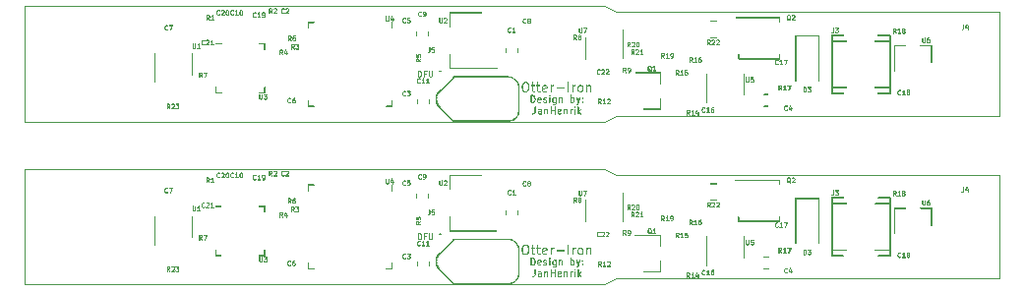
<source format=gto>
%MOIN*%
%OFA0B0*%
%FSLAX46Y46*%
%IPPOS*%
%LPD*%
G36*
X0001717400Y0000971600D02*
G01*
X0001718000Y0000971700D01*
X0001718600Y0000972000D01*
X0001719000Y0000972400D01*
X0001719300Y0000973000D01*
X0001719400Y0000973600D01*
X0001719400Y0000997200D01*
X0001719300Y0000997800D01*
X0001719000Y0000998400D01*
X0001718600Y0000998800D01*
X0001718000Y0000999100D01*
X0001717400Y0000999200D01*
X0001716800Y0000999100D01*
X0001716200Y0000998800D01*
X0001715800Y0000998400D01*
X0001715499Y0000997800D01*
X0001715400Y0000997200D01*
X0001715400Y0000973600D01*
X0001715499Y0000973000D01*
X0001715800Y0000972400D01*
X0001716200Y0000972000D01*
X0001716800Y0000971700D01*
X0001717400Y0000971600D01*
G37*
G36*
X0001723000Y0000995300D02*
G01*
X0001723600Y0000995300D01*
X0001724200Y0000995600D01*
X0001724600Y0000996100D01*
X0001724900Y0000996600D01*
X0001725000Y0000997200D01*
X0001724900Y0000997800D01*
X0001724600Y0000998400D01*
X0001724200Y0000998800D01*
X0001723600Y0000999100D01*
X0001723000Y0000999200D01*
X0001717400Y0000999200D01*
X0001716800Y0000999100D01*
X0001716200Y0000998800D01*
X0001715800Y0000998400D01*
X0001715499Y0000997800D01*
X0001715400Y0000997200D01*
X0001715499Y0000996600D01*
X0001715800Y0000996100D01*
X0001716200Y0000995600D01*
X0001716800Y0000995300D01*
X0001717400Y0000995300D01*
X0001723000Y0000995300D01*
G37*
G36*
X0001726400Y0000994100D02*
G01*
X0001727000Y0000994200D01*
X0001727600Y0000994500D01*
X0001728000Y0000994900D01*
X0001728300Y0000995500D01*
X0001728400Y0000996100D01*
X0001728300Y0000996700D01*
X0001728000Y0000997300D01*
X0001727600Y0000997700D01*
X0001727000Y0000998000D01*
X0001723600Y0000999100D01*
X0001723000Y0000999200D01*
X0001722400Y0000999100D01*
X0001721899Y0000998800D01*
X0001721400Y0000998400D01*
X0001721200Y0000997800D01*
X0001721099Y0000997200D01*
X0001721200Y0000996600D01*
X0001721400Y0000996100D01*
X0001721899Y0000995600D01*
X0001722400Y0000995300D01*
X0001725800Y0000994200D01*
X0001726400Y0000994100D01*
G37*
G36*
X0001728700Y0000991900D02*
G01*
X0001729300Y0000992000D01*
X0001729800Y0000992300D01*
X0001730200Y0000992700D01*
X0001730500Y0000993200D01*
X0001730600Y0000993800D01*
X0001730500Y0000994500D01*
X0001730200Y0000995000D01*
X0001727600Y0000997700D01*
X0001727000Y0000998000D01*
X0001726400Y0000998100D01*
X0001725800Y0000998000D01*
X0001725200Y0000997700D01*
X0001724800Y0000997300D01*
X0001724500Y0000996700D01*
X0001724400Y0000996100D01*
X0001724500Y0000995500D01*
X0001724800Y0000994900D01*
X0001725200Y0000994500D01*
X0001727499Y0000992300D01*
X0001728000Y0000992000D01*
X0001728700Y0000991900D01*
G37*
G36*
X0001729800Y0000989600D02*
G01*
X0001730400Y0000989700D01*
X0001730900Y0000990000D01*
X0001731400Y0000990400D01*
X0001731600Y0000991000D01*
X0001731700Y0000991600D01*
X0001731600Y0000992200D01*
X0001730500Y0000994500D01*
X0001730200Y0000995000D01*
X0001729800Y0000995400D01*
X0001729300Y0000995700D01*
X0001728700Y0000995800D01*
X0001728000Y0000995700D01*
X0001727499Y0000995400D01*
X0001727099Y0000995000D01*
X0001726800Y0000994500D01*
X0001726700Y0000993800D01*
X0001726800Y0000993200D01*
X0001727899Y0000991000D01*
X0001728200Y0000990400D01*
X0001728600Y0000990000D01*
X0001729200Y0000989700D01*
X0001729800Y0000989600D01*
G37*
G36*
X0001730900Y0000985100D02*
G01*
X0001731500Y0000985200D01*
X0001732100Y0000985500D01*
X0001732500Y0000985900D01*
X0001732800Y0000986500D01*
X0001732900Y0000987100D01*
X0001732800Y0000987700D01*
X0001731600Y0000992200D01*
X0001731400Y0000992800D01*
X0001730900Y0000993200D01*
X0001730400Y0000993500D01*
X0001729800Y0000993600D01*
X0001729200Y0000993500D01*
X0001728600Y0000993200D01*
X0001728200Y0000992800D01*
X0001727899Y0000992200D01*
X0001727800Y0000991600D01*
X0001727899Y0000991000D01*
X0001729000Y0000986500D01*
X0001729300Y0000985900D01*
X0001729700Y0000985500D01*
X0001730300Y0000985200D01*
X0001730900Y0000985100D01*
G37*
G36*
X0001730900Y0000981800D02*
G01*
X0001731500Y0000981800D01*
X0001732100Y0000982100D01*
X0001732500Y0000982600D01*
X0001732800Y0000983100D01*
X0001732900Y0000983700D01*
X0001732900Y0000987100D01*
X0001732800Y0000987700D01*
X0001732500Y0000988300D01*
X0001732100Y0000988700D01*
X0001731500Y0000989000D01*
X0001730900Y0000989100D01*
X0001730300Y0000989000D01*
X0001729700Y0000988700D01*
X0001729300Y0000988300D01*
X0001729000Y0000987700D01*
X0001728900Y0000987100D01*
X0001728900Y0000983700D01*
X0001729000Y0000983100D01*
X0001729300Y0000982600D01*
X0001729700Y0000982100D01*
X0001730300Y0000981800D01*
X0001730900Y0000981800D01*
G37*
G36*
X0001729800Y0000977300D02*
G01*
X0001730400Y0000977300D01*
X0001730900Y0000977600D01*
X0001731400Y0000978100D01*
X0001731600Y0000978600D01*
X0001732800Y0000983100D01*
X0001732900Y0000983700D01*
X0001732800Y0000984300D01*
X0001732500Y0000984900D01*
X0001732100Y0000985300D01*
X0001731500Y0000985600D01*
X0001730900Y0000985700D01*
X0001730300Y0000985600D01*
X0001729700Y0000985300D01*
X0001729300Y0000984900D01*
X0001729000Y0000984300D01*
X0001727899Y0000979800D01*
X0001727800Y0000979200D01*
X0001727899Y0000978600D01*
X0001728200Y0000978100D01*
X0001728600Y0000977600D01*
X0001729200Y0000977300D01*
X0001729800Y0000977300D01*
G37*
G36*
X0001728700Y0000975000D02*
G01*
X0001729300Y0000975100D01*
X0001729800Y0000975400D01*
X0001730200Y0000975800D01*
X0001730500Y0000976400D01*
X0001731600Y0000978600D01*
X0001731700Y0000979200D01*
X0001731600Y0000979800D01*
X0001731400Y0000980400D01*
X0001730900Y0000980800D01*
X0001730400Y0000981100D01*
X0001729800Y0000981200D01*
X0001729200Y0000981100D01*
X0001728600Y0000980800D01*
X0001728200Y0000980400D01*
X0001727899Y0000979800D01*
X0001726800Y0000977600D01*
X0001726700Y0000977000D01*
X0001726800Y0000976400D01*
X0001727099Y0000975800D01*
X0001727499Y0000975400D01*
X0001728000Y0000975100D01*
X0001728700Y0000975000D01*
G37*
G36*
X0001726400Y0000972800D02*
G01*
X0001727000Y0000972900D01*
X0001727600Y0000973100D01*
X0001730200Y0000975800D01*
X0001730500Y0000976400D01*
X0001730600Y0000977000D01*
X0001730500Y0000977600D01*
X0001730200Y0000978100D01*
X0001729800Y0000978600D01*
X0001729300Y0000978800D01*
X0001728700Y0000978900D01*
X0001728000Y0000978800D01*
X0001727499Y0000978600D01*
X0001724800Y0000975900D01*
X0001724500Y0000975300D01*
X0001724400Y0000974700D01*
X0001724500Y0000974100D01*
X0001724800Y0000973600D01*
X0001725200Y0000973100D01*
X0001725800Y0000972900D01*
X0001726400Y0000972800D01*
G37*
G36*
X0001723000Y0000971600D02*
G01*
X0001723600Y0000971700D01*
X0001727000Y0000972900D01*
X0001727600Y0000973100D01*
X0001728000Y0000973600D01*
X0001728300Y0000974100D01*
X0001728400Y0000974700D01*
X0001728300Y0000975300D01*
X0001728000Y0000975900D01*
X0001727600Y0000976300D01*
X0001727000Y0000976600D01*
X0001726400Y0000976700D01*
X0001725800Y0000976600D01*
X0001722400Y0000975500D01*
X0001721899Y0000975200D01*
X0001721400Y0000974800D01*
X0001721200Y0000974200D01*
X0001721099Y0000973600D01*
X0001721200Y0000973000D01*
X0001721400Y0000972400D01*
X0001721899Y0000972000D01*
X0001722400Y0000971700D01*
X0001723000Y0000971600D01*
G37*
G36*
X0001723000Y0000971600D02*
G01*
X0001723600Y0000971700D01*
X0001724200Y0000972000D01*
X0001724600Y0000972400D01*
X0001724900Y0000973000D01*
X0001725000Y0000973600D01*
X0001724900Y0000974200D01*
X0001724600Y0000974800D01*
X0001724200Y0000975200D01*
X0001723600Y0000975500D01*
X0001723000Y0000975600D01*
X0001717400Y0000975600D01*
X0001716800Y0000975500D01*
X0001716200Y0000975200D01*
X0001715800Y0000974800D01*
X0001715499Y0000974200D01*
X0001715400Y0000973600D01*
X0001715499Y0000973000D01*
X0001715800Y0000972400D01*
X0001716200Y0000972000D01*
X0001716800Y0000971700D01*
X0001717400Y0000971600D01*
X0001723000Y0000971600D01*
G37*
G36*
X0001747800Y0000971600D02*
G01*
X0001748400Y0000971700D01*
X0001750600Y0000972900D01*
X0001751200Y0000973100D01*
X0001751600Y0000973600D01*
X0001751899Y0000974100D01*
X0001752000Y0000974700D01*
X0001751899Y0000975300D01*
X0001751600Y0000975900D01*
X0001751200Y0000976300D01*
X0001750600Y0000976600D01*
X0001750000Y0000976700D01*
X0001749400Y0000976600D01*
X0001747200Y0000975500D01*
X0001746600Y0000975200D01*
X0001746200Y0000974800D01*
X0001745899Y0000974200D01*
X0001745800Y0000973600D01*
X0001745899Y0000973000D01*
X0001746200Y0000972400D01*
X0001746600Y0000972000D01*
X0001747200Y0000971700D01*
X0001747800Y0000971600D01*
G37*
G36*
X0001747800Y0000971600D02*
G01*
X0001748400Y0000971700D01*
X0001748900Y0000972000D01*
X0001749400Y0000972400D01*
X0001749600Y0000973000D01*
X0001749700Y0000973600D01*
X0001749600Y0000974200D01*
X0001749400Y0000974800D01*
X0001748900Y0000975200D01*
X0001748400Y0000975500D01*
X0001747800Y0000975600D01*
X0001743300Y0000975600D01*
X0001742700Y0000975500D01*
X0001742100Y0000975200D01*
X0001741700Y0000974800D01*
X0001741400Y0000974200D01*
X0001741300Y0000973600D01*
X0001741400Y0000973000D01*
X0001741700Y0000972400D01*
X0001742100Y0000972000D01*
X0001742700Y0000971700D01*
X0001743300Y0000971600D01*
X0001747800Y0000971600D01*
G37*
G36*
X0001743300Y0000971600D02*
G01*
X0001743900Y0000971700D01*
X0001744400Y0000972000D01*
X0001744900Y0000972400D01*
X0001745099Y0000973000D01*
X0001745200Y0000973600D01*
X0001745099Y0000974200D01*
X0001744900Y0000974800D01*
X0001744400Y0000975200D01*
X0001743900Y0000975500D01*
X0001741600Y0000976600D01*
X0001741000Y0000976700D01*
X0001740400Y0000976600D01*
X0001739899Y0000976300D01*
X0001739400Y0000975900D01*
X0001739200Y0000975300D01*
X0001739099Y0000974700D01*
X0001739200Y0000974100D01*
X0001739400Y0000973600D01*
X0001739899Y0000973100D01*
X0001740400Y0000972900D01*
X0001742700Y0000971700D01*
X0001743300Y0000971600D01*
G37*
G36*
X0001741000Y0000972800D02*
G01*
X0001741600Y0000972900D01*
X0001742200Y0000973100D01*
X0001742600Y0000973600D01*
X0001742900Y0000974100D01*
X0001743000Y0000974700D01*
X0001742900Y0000975300D01*
X0001741800Y0000977600D01*
X0001741500Y0000978100D01*
X0001741100Y0000978600D01*
X0001740500Y0000978800D01*
X0001739899Y0000978900D01*
X0001739299Y0000978800D01*
X0001738700Y0000978600D01*
X0001738300Y0000978100D01*
X0001738000Y0000977600D01*
X0001737900Y0000977000D01*
X0001738000Y0000976400D01*
X0001739200Y0000974100D01*
X0001739400Y0000973600D01*
X0001739899Y0000973100D01*
X0001740400Y0000972900D01*
X0001741000Y0000972800D01*
G37*
G36*
X0001739899Y0000975000D02*
G01*
X0001740500Y0000975100D01*
X0001741100Y0000975400D01*
X0001741500Y0000975800D01*
X0001741800Y0000976400D01*
X0001741900Y0000977000D01*
X0001741900Y0000986000D01*
X0001741800Y0000986600D01*
X0001741500Y0000987100D01*
X0001741100Y0000987600D01*
X0001740500Y0000987800D01*
X0001739899Y0000987900D01*
X0001739299Y0000987800D01*
X0001738700Y0000987600D01*
X0001738300Y0000987100D01*
X0001738000Y0000986600D01*
X0001737900Y0000986000D01*
X0001737900Y0000977000D01*
X0001738000Y0000976400D01*
X0001738300Y0000975800D01*
X0001738700Y0000975400D01*
X0001739299Y0000975100D01*
X0001739899Y0000975000D01*
G37*
G36*
X0001739899Y0000984000D02*
G01*
X0001740500Y0000984100D01*
X0001741100Y0000984400D01*
X0001741500Y0000984800D01*
X0001741800Y0000985400D01*
X0001742900Y0000987600D01*
X0001743000Y0000988200D01*
X0001742900Y0000988800D01*
X0001742600Y0000989400D01*
X0001742200Y0000989800D01*
X0001741600Y0000990100D01*
X0001741000Y0000990200D01*
X0001740400Y0000990100D01*
X0001739899Y0000989800D01*
X0001739400Y0000989400D01*
X0001739200Y0000988800D01*
X0001738000Y0000986600D01*
X0001737900Y0000986000D01*
X0001738000Y0000985400D01*
X0001738300Y0000984800D01*
X0001738700Y0000984400D01*
X0001739299Y0000984100D01*
X0001739899Y0000984000D01*
G37*
G36*
X0001741000Y0000986300D02*
G01*
X0001741600Y0000986300D01*
X0001743900Y0000987500D01*
X0001744400Y0000987800D01*
X0001744900Y0000988200D01*
X0001745099Y0000988700D01*
X0001745200Y0000989300D01*
X0001745099Y0000990000D01*
X0001744900Y0000990500D01*
X0001744400Y0000990900D01*
X0001743900Y0000991200D01*
X0001743300Y0000991300D01*
X0001742700Y0000991200D01*
X0001740400Y0000990100D01*
X0001739899Y0000989800D01*
X0001739400Y0000989400D01*
X0001739200Y0000988800D01*
X0001739099Y0000988200D01*
X0001739200Y0000987600D01*
X0001739400Y0000987100D01*
X0001739899Y0000986600D01*
X0001740400Y0000986300D01*
X0001741000Y0000986300D01*
G37*
G36*
X0001747800Y0000987400D02*
G01*
X0001748400Y0000987500D01*
X0001748900Y0000987800D01*
X0001749400Y0000988200D01*
X0001749600Y0000988700D01*
X0001749700Y0000989300D01*
X0001749600Y0000990000D01*
X0001749400Y0000990500D01*
X0001748900Y0000990900D01*
X0001748400Y0000991200D01*
X0001747800Y0000991300D01*
X0001743300Y0000991300D01*
X0001742700Y0000991200D01*
X0001742100Y0000990900D01*
X0001741700Y0000990500D01*
X0001741400Y0000990000D01*
X0001741300Y0000989300D01*
X0001741400Y0000988700D01*
X0001741700Y0000988200D01*
X0001742100Y0000987800D01*
X0001742700Y0000987500D01*
X0001743300Y0000987400D01*
X0001747800Y0000987400D01*
G37*
G36*
X0001750000Y0000986300D02*
G01*
X0001750600Y0000986300D01*
X0001751200Y0000986600D01*
X0001751600Y0000987100D01*
X0001751899Y0000987600D01*
X0001752000Y0000988200D01*
X0001751899Y0000988800D01*
X0001751600Y0000989400D01*
X0001751200Y0000989800D01*
X0001750600Y0000990100D01*
X0001748400Y0000991200D01*
X0001747800Y0000991300D01*
X0001747200Y0000991200D01*
X0001746600Y0000990900D01*
X0001746200Y0000990500D01*
X0001745899Y0000990000D01*
X0001745800Y0000989300D01*
X0001745899Y0000988700D01*
X0001746200Y0000988200D01*
X0001746600Y0000987800D01*
X0001747200Y0000987500D01*
X0001749400Y0000986300D01*
X0001750000Y0000986300D01*
G37*
G36*
X0001751099Y0000984000D02*
G01*
X0001751800Y0000984100D01*
X0001752299Y0000984400D01*
X0001752700Y0000984800D01*
X0001753000Y0000985400D01*
X0001753100Y0000986000D01*
X0001753000Y0000986600D01*
X0001751899Y0000988800D01*
X0001751600Y0000989400D01*
X0001751200Y0000989800D01*
X0001750600Y0000990100D01*
X0001750000Y0000990200D01*
X0001749400Y0000990100D01*
X0001748900Y0000989800D01*
X0001748400Y0000989400D01*
X0001748200Y0000988800D01*
X0001748100Y0000988200D01*
X0001748200Y0000987600D01*
X0001749300Y0000985400D01*
X0001749600Y0000984800D01*
X0001750000Y0000984400D01*
X0001750500Y0000984100D01*
X0001751099Y0000984000D01*
G37*
G36*
X0001751099Y0000981800D02*
G01*
X0001751800Y0000981800D01*
X0001752299Y0000982100D01*
X0001752700Y0000982600D01*
X0001753000Y0000983100D01*
X0001753100Y0000983700D01*
X0001753100Y0000986000D01*
X0001753000Y0000986600D01*
X0001752700Y0000987100D01*
X0001752299Y0000987600D01*
X0001751800Y0000987800D01*
X0001751099Y0000987900D01*
X0001750500Y0000987800D01*
X0001750000Y0000987600D01*
X0001749600Y0000987100D01*
X0001749300Y0000986600D01*
X0001749200Y0000986000D01*
X0001749200Y0000983700D01*
X0001749300Y0000983100D01*
X0001749600Y0000982600D01*
X0001750000Y0000982100D01*
X0001750500Y0000981800D01*
X0001751099Y0000981800D01*
G37*
G36*
X0001739899Y0000979500D02*
G01*
X0001740500Y0000979600D01*
X0001751800Y0000981800D01*
X0001752299Y0000982100D01*
X0001752700Y0000982600D01*
X0001753000Y0000983100D01*
X0001753100Y0000983700D01*
X0001753000Y0000984300D01*
X0001752700Y0000984900D01*
X0001752299Y0000985300D01*
X0001751800Y0000985600D01*
X0001751099Y0000985700D01*
X0001750500Y0000985600D01*
X0001739299Y0000983300D01*
X0001738700Y0000983100D01*
X0001738300Y0000982600D01*
X0001738000Y0000982100D01*
X0001737900Y0000981500D01*
X0001738000Y0000980900D01*
X0001738300Y0000980300D01*
X0001738700Y0000979900D01*
X0001739299Y0000979600D01*
X0001739899Y0000979500D01*
G37*
G36*
X0001762400Y0000971600D02*
G01*
X0001763000Y0000971700D01*
X0001763600Y0000972000D01*
X0001764000Y0000972400D01*
X0001764299Y0000973000D01*
X0001764400Y0000973600D01*
X0001764299Y0000974200D01*
X0001764000Y0000974800D01*
X0001763600Y0000975200D01*
X0001763000Y0000975500D01*
X0001760800Y0000976600D01*
X0001760100Y0000976700D01*
X0001759500Y0000976600D01*
X0001759000Y0000976300D01*
X0001758600Y0000975900D01*
X0001758299Y0000975300D01*
X0001758200Y0000974700D01*
X0001758299Y0000974100D01*
X0001758600Y0000973600D01*
X0001759000Y0000973100D01*
X0001759500Y0000972900D01*
X0001761800Y0000971700D01*
X0001762400Y0000971600D01*
G37*
G36*
X0001766900Y0000971600D02*
G01*
X0001767500Y0000971700D01*
X0001768100Y0000972000D01*
X0001768500Y0000972400D01*
X0001768800Y0000973000D01*
X0001768900Y0000973600D01*
X0001768800Y0000974200D01*
X0001768500Y0000974800D01*
X0001768100Y0000975200D01*
X0001767500Y0000975500D01*
X0001766900Y0000975600D01*
X0001762400Y0000975600D01*
X0001761800Y0000975500D01*
X0001761200Y0000975200D01*
X0001760800Y0000974800D01*
X0001760500Y0000974200D01*
X0001760400Y0000973600D01*
X0001760500Y0000973000D01*
X0001760800Y0000972400D01*
X0001761200Y0000972000D01*
X0001761800Y0000971700D01*
X0001762400Y0000971600D01*
X0001766900Y0000971600D01*
G37*
G36*
X0001766900Y0000971600D02*
G01*
X0001767500Y0000971700D01*
X0001769800Y0000972900D01*
X0001770299Y0000973100D01*
X0001770700Y0000973600D01*
X0001771000Y0000974100D01*
X0001771100Y0000974700D01*
X0001771000Y0000975300D01*
X0001770700Y0000975900D01*
X0001770299Y0000976300D01*
X0001769800Y0000976600D01*
X0001769100Y0000976700D01*
X0001768500Y0000976600D01*
X0001766300Y0000975500D01*
X0001765700Y0000975200D01*
X0001765300Y0000974800D01*
X0001765000Y0000974200D01*
X0001764900Y0000973600D01*
X0001765000Y0000973000D01*
X0001765300Y0000972400D01*
X0001765700Y0000972000D01*
X0001766300Y0000971700D01*
X0001766900Y0000971600D01*
G37*
G36*
X0001769100Y0000972800D02*
G01*
X0001769800Y0000972900D01*
X0001770299Y0000973100D01*
X0001770700Y0000973600D01*
X0001771000Y0000974100D01*
X0001772100Y0000976400D01*
X0001772200Y0000977000D01*
X0001772100Y0000977600D01*
X0001771900Y0000978100D01*
X0001771400Y0000978600D01*
X0001770900Y0000978800D01*
X0001770299Y0000978900D01*
X0001769699Y0000978800D01*
X0001769100Y0000978600D01*
X0001768700Y0000978100D01*
X0001768400Y0000977600D01*
X0001767300Y0000975300D01*
X0001767200Y0000974700D01*
X0001767300Y0000974100D01*
X0001767600Y0000973600D01*
X0001768000Y0000973100D01*
X0001768500Y0000972900D01*
X0001769100Y0000972800D01*
G37*
G36*
X0001770299Y0000975000D02*
G01*
X0001770900Y0000975100D01*
X0001771400Y0000975400D01*
X0001771900Y0000975800D01*
X0001772100Y0000976400D01*
X0001772200Y0000977000D01*
X0001772200Y0000978100D01*
X0001772100Y0000978700D01*
X0001771900Y0000979300D01*
X0001771400Y0000979700D01*
X0001770900Y0000980000D01*
X0001770299Y0000980100D01*
X0001769699Y0000980000D01*
X0001769100Y0000979700D01*
X0001768700Y0000979300D01*
X0001768400Y0000978700D01*
X0001768300Y0000978100D01*
X0001768300Y0000977000D01*
X0001768400Y0000976400D01*
X0001768700Y0000975800D01*
X0001769100Y0000975400D01*
X0001769699Y0000975100D01*
X0001770299Y0000975000D01*
G37*
G36*
X0001770299Y0000976100D02*
G01*
X0001770900Y0000976200D01*
X0001771400Y0000976500D01*
X0001771900Y0000976900D01*
X0001772100Y0000977500D01*
X0001772200Y0000978100D01*
X0001772100Y0000978700D01*
X0001771000Y0000981000D01*
X0001770700Y0000981500D01*
X0001770299Y0000981900D01*
X0001769800Y0000982200D01*
X0001769100Y0000982300D01*
X0001768500Y0000982200D01*
X0001768000Y0000981900D01*
X0001767600Y0000981500D01*
X0001767300Y0000981000D01*
X0001767200Y0000980300D01*
X0001767300Y0000979700D01*
X0001768400Y0000977500D01*
X0001768700Y0000976900D01*
X0001769100Y0000976500D01*
X0001769699Y0000976200D01*
X0001770299Y0000976100D01*
G37*
G36*
X0001769100Y0000978400D02*
G01*
X0001769800Y0000978500D01*
X0001770299Y0000978800D01*
X0001770700Y0000979200D01*
X0001771000Y0000979700D01*
X0001771100Y0000980300D01*
X0001771000Y0000981000D01*
X0001770700Y0000981500D01*
X0001770299Y0000981900D01*
X0001769800Y0000982200D01*
X0001767500Y0000983300D01*
X0001766900Y0000983400D01*
X0001766300Y0000983300D01*
X0001765700Y0000983100D01*
X0001765300Y0000982600D01*
X0001765000Y0000982100D01*
X0001764900Y0000981500D01*
X0001765000Y0000980900D01*
X0001765300Y0000980300D01*
X0001765700Y0000979900D01*
X0001766300Y0000979600D01*
X0001768500Y0000978500D01*
X0001769100Y0000978400D01*
G37*
G36*
X0001766900Y0000979500D02*
G01*
X0001767500Y0000979600D01*
X0001768100Y0000979900D01*
X0001768500Y0000980300D01*
X0001768800Y0000980900D01*
X0001768900Y0000981500D01*
X0001768800Y0000982100D01*
X0001768500Y0000982600D01*
X0001768100Y0000983100D01*
X0001767500Y0000983300D01*
X0001766900Y0000983400D01*
X0001763499Y0000983400D01*
X0001762900Y0000983300D01*
X0001762400Y0000983100D01*
X0001761900Y0000982600D01*
X0001761700Y0000982100D01*
X0001761600Y0000981500D01*
X0001761700Y0000980900D01*
X0001761900Y0000980300D01*
X0001762400Y0000979900D01*
X0001762900Y0000979600D01*
X0001763499Y0000979500D01*
X0001766900Y0000979500D01*
G37*
G36*
X0001763499Y0000979500D02*
G01*
X0001764099Y0000979600D01*
X0001764700Y0000979900D01*
X0001765100Y0000980300D01*
X0001765400Y0000980900D01*
X0001765500Y0000981500D01*
X0001765400Y0000982100D01*
X0001765100Y0000982600D01*
X0001764700Y0000983100D01*
X0001764099Y0000983300D01*
X0001761900Y0000984500D01*
X0001761300Y0000984600D01*
X0001760700Y0000984500D01*
X0001760100Y0000984200D01*
X0001759700Y0000983800D01*
X0001759400Y0000983200D01*
X0001759300Y0000982600D01*
X0001759400Y0000982000D01*
X0001759700Y0000981400D01*
X0001760100Y0000981000D01*
X0001760700Y0000980700D01*
X0001762900Y0000979600D01*
X0001763499Y0000979500D01*
G37*
G36*
X0001761300Y0000980600D02*
G01*
X0001761900Y0000980700D01*
X0001762400Y0000981000D01*
X0001762900Y0000981400D01*
X0001763100Y0000982000D01*
X0001763200Y0000982600D01*
X0001763100Y0000983200D01*
X0001762000Y0000985500D01*
X0001761700Y0000986000D01*
X0001761300Y0000986400D01*
X0001760800Y0000986700D01*
X0001760100Y0000986800D01*
X0001759500Y0000986700D01*
X0001759000Y0000986400D01*
X0001758600Y0000986000D01*
X0001758299Y0000985500D01*
X0001758200Y0000984800D01*
X0001758299Y0000984200D01*
X0001759400Y0000982000D01*
X0001759700Y0000981400D01*
X0001760100Y0000981000D01*
X0001760700Y0000980700D01*
X0001761300Y0000980600D01*
G37*
G36*
X0001760100Y0000982900D02*
G01*
X0001760800Y0000983000D01*
X0001761300Y0000983300D01*
X0001761700Y0000983700D01*
X0001762000Y0000984200D01*
X0001762100Y0000984800D01*
X0001762100Y0000986000D01*
X0001762000Y0000986600D01*
X0001761700Y0000987100D01*
X0001761300Y0000987600D01*
X0001760800Y0000987800D01*
X0001760100Y0000987900D01*
X0001759500Y0000987800D01*
X0001759000Y0000987600D01*
X0001758600Y0000987100D01*
X0001758299Y0000986600D01*
X0001758200Y0000986000D01*
X0001758200Y0000984800D01*
X0001758299Y0000984200D01*
X0001758600Y0000983700D01*
X0001759000Y0000983300D01*
X0001759500Y0000983000D01*
X0001760100Y0000982900D01*
G37*
G36*
X0001760100Y0000984000D02*
G01*
X0001760800Y0000984100D01*
X0001761300Y0000984400D01*
X0001761700Y0000984800D01*
X0001762000Y0000985400D01*
X0001763100Y0000987600D01*
X0001763200Y0000988200D01*
X0001763100Y0000988800D01*
X0001762900Y0000989400D01*
X0001762400Y0000989800D01*
X0001761900Y0000990100D01*
X0001761300Y0000990200D01*
X0001760700Y0000990100D01*
X0001760100Y0000989800D01*
X0001759700Y0000989400D01*
X0001759400Y0000988800D01*
X0001758299Y0000986600D01*
X0001758200Y0000986000D01*
X0001758299Y0000985400D01*
X0001758600Y0000984800D01*
X0001759000Y0000984400D01*
X0001759500Y0000984100D01*
X0001760100Y0000984000D01*
G37*
G36*
X0001761300Y0000986300D02*
G01*
X0001761900Y0000986300D01*
X0001764099Y0000987500D01*
X0001764700Y0000987800D01*
X0001765100Y0000988200D01*
X0001765400Y0000988700D01*
X0001765500Y0000989300D01*
X0001765400Y0000990000D01*
X0001765100Y0000990500D01*
X0001764700Y0000990900D01*
X0001764099Y0000991200D01*
X0001763499Y0000991300D01*
X0001762900Y0000991200D01*
X0001760700Y0000990100D01*
X0001760100Y0000989800D01*
X0001759700Y0000989400D01*
X0001759400Y0000988800D01*
X0001759300Y0000988200D01*
X0001759400Y0000987600D01*
X0001759700Y0000987100D01*
X0001760100Y0000986600D01*
X0001760700Y0000986300D01*
X0001761300Y0000986300D01*
G37*
G36*
X0001766900Y0000987400D02*
G01*
X0001767500Y0000987500D01*
X0001768100Y0000987800D01*
X0001768500Y0000988200D01*
X0001768800Y0000988700D01*
X0001768900Y0000989300D01*
X0001768800Y0000990000D01*
X0001768500Y0000990500D01*
X0001768100Y0000990900D01*
X0001767500Y0000991200D01*
X0001766900Y0000991300D01*
X0001763499Y0000991300D01*
X0001762900Y0000991200D01*
X0001762400Y0000990900D01*
X0001761900Y0000990500D01*
X0001761700Y0000990000D01*
X0001761600Y0000989300D01*
X0001761700Y0000988700D01*
X0001761900Y0000988200D01*
X0001762400Y0000987800D01*
X0001762900Y0000987500D01*
X0001763499Y0000987400D01*
X0001766900Y0000987400D01*
G37*
G36*
X0001769100Y0000986300D02*
G01*
X0001769800Y0000986300D01*
X0001770299Y0000986600D01*
X0001770700Y0000987100D01*
X0001771000Y0000987600D01*
X0001771100Y0000988200D01*
X0001771000Y0000988800D01*
X0001770700Y0000989400D01*
X0001770299Y0000989800D01*
X0001769800Y0000990100D01*
X0001767500Y0000991200D01*
X0001766900Y0000991300D01*
X0001766300Y0000991200D01*
X0001765700Y0000990900D01*
X0001765300Y0000990500D01*
X0001765000Y0000990000D01*
X0001764900Y0000989300D01*
X0001765000Y0000988700D01*
X0001765300Y0000988200D01*
X0001765700Y0000987800D01*
X0001766300Y0000987500D01*
X0001768500Y0000986300D01*
X0001769100Y0000986300D01*
G37*
G36*
X0001780400Y0000971600D02*
G01*
X0001781000Y0000971700D01*
X0001781600Y0000972000D01*
X0001782000Y0000972400D01*
X0001782299Y0000973000D01*
X0001782400Y0000973600D01*
X0001782400Y0000989300D01*
X0001782299Y0000990000D01*
X0001782000Y0000990500D01*
X0001781600Y0000990900D01*
X0001781000Y0000991200D01*
X0001780400Y0000991300D01*
X0001779800Y0000991200D01*
X0001779200Y0000990900D01*
X0001778800Y0000990500D01*
X0001778500Y0000990000D01*
X0001778400Y0000989300D01*
X0001778400Y0000973600D01*
X0001778500Y0000973000D01*
X0001778800Y0000972400D01*
X0001779200Y0000972000D01*
X0001779800Y0000971700D01*
X0001780400Y0000971600D01*
G37*
G36*
X0001779300Y0000994100D02*
G01*
X0001779900Y0000994200D01*
X0001780400Y0000994500D01*
X0001780900Y0000994900D01*
X0001782000Y0000996100D01*
X0001782299Y0000996600D01*
X0001782400Y0000997200D01*
X0001782299Y0000997800D01*
X0001782000Y0000998400D01*
X0001781600Y0000998800D01*
X0001781000Y0000999100D01*
X0001780400Y0000999200D01*
X0001779800Y0000999100D01*
X0001779200Y0000998800D01*
X0001778100Y0000997700D01*
X0001777700Y0000997300D01*
X0001777400Y0000996700D01*
X0001777300Y0000996100D01*
X0001777400Y0000995500D01*
X0001777700Y0000994900D01*
X0001778100Y0000994500D01*
X0001778700Y0000994200D01*
X0001779300Y0000994100D01*
G37*
G36*
X0001780400Y0000993000D02*
G01*
X0001781000Y0000993100D01*
X0001781600Y0000993400D01*
X0001782000Y0000993800D01*
X0001782299Y0000994400D01*
X0001782400Y0000995000D01*
X0001782299Y0000995600D01*
X0001782000Y0000996100D01*
X0001781600Y0000996600D01*
X0001780400Y0000997700D01*
X0001779900Y0000998000D01*
X0001779300Y0000998100D01*
X0001778700Y0000998000D01*
X0001778100Y0000997700D01*
X0001777700Y0000997300D01*
X0001777400Y0000996700D01*
X0001777300Y0000996100D01*
X0001777400Y0000995500D01*
X0001777700Y0000994900D01*
X0001778100Y0000994500D01*
X0001779200Y0000993400D01*
X0001779800Y0000993100D01*
X0001780400Y0000993000D01*
G37*
G36*
X0001780400Y0000993000D02*
G01*
X0001781000Y0000993100D01*
X0001781600Y0000993400D01*
X0001783100Y0000994900D01*
X0001783400Y0000995500D01*
X0001783500Y0000996100D01*
X0001783400Y0000996700D01*
X0001783100Y0000997300D01*
X0001782699Y0000997700D01*
X0001782099Y0000998000D01*
X0001781499Y0000998100D01*
X0001780900Y0000998000D01*
X0001780400Y0000997700D01*
X0001778800Y0000996100D01*
X0001778500Y0000995600D01*
X0001778400Y0000995000D01*
X0001778500Y0000994400D01*
X0001778800Y0000993800D01*
X0001779200Y0000993400D01*
X0001779800Y0000993100D01*
X0001780400Y0000993000D01*
G37*
G36*
X0001781499Y0000994100D02*
G01*
X0001782099Y0000994200D01*
X0001782699Y0000994500D01*
X0001783100Y0000994900D01*
X0001783400Y0000995500D01*
X0001783500Y0000996100D01*
X0001783400Y0000996700D01*
X0001783100Y0000997300D01*
X0001781600Y0000998800D01*
X0001781000Y0000999100D01*
X0001780400Y0000999200D01*
X0001779800Y0000999100D01*
X0001779200Y0000998800D01*
X0001778800Y0000998400D01*
X0001778500Y0000997800D01*
X0001778400Y0000997200D01*
X0001778500Y0000996600D01*
X0001778800Y0000996100D01*
X0001779900Y0000994900D01*
X0001780400Y0000994500D01*
X0001780900Y0000994200D01*
X0001781499Y0000994100D01*
G37*
G36*
X0001780400Y0000993000D02*
G01*
X0001781000Y0000993100D01*
X0001781600Y0000993400D01*
X0001782000Y0000993800D01*
X0001782299Y0000994400D01*
X0001782400Y0000995000D01*
X0001782400Y0000997200D01*
X0001782299Y0000997800D01*
X0001782000Y0000998400D01*
X0001781600Y0000998800D01*
X0001781000Y0000999100D01*
X0001780400Y0000999200D01*
X0001779800Y0000999100D01*
X0001779200Y0000998800D01*
X0001778800Y0000998400D01*
X0001778500Y0000997800D01*
X0001778400Y0000997200D01*
X0001778400Y0000995000D01*
X0001778500Y0000994400D01*
X0001778800Y0000993800D01*
X0001779200Y0000993400D01*
X0001779800Y0000993100D01*
X0001780400Y0000993000D01*
G37*
G36*
X0001801800Y0000968300D02*
G01*
X0001802400Y0000968400D01*
X0001802900Y0000968600D01*
X0001803400Y0000969100D01*
X0001803600Y0000969600D01*
X0001803700Y0000970200D01*
X0001803700Y0000989300D01*
X0001803600Y0000990000D01*
X0001803400Y0000990500D01*
X0001802900Y0000990900D01*
X0001802400Y0000991200D01*
X0001801800Y0000991300D01*
X0001801200Y0000991200D01*
X0001800600Y0000990900D01*
X0001800200Y0000990500D01*
X0001799899Y0000990000D01*
X0001799800Y0000989300D01*
X0001799800Y0000970200D01*
X0001799899Y0000969600D01*
X0001800200Y0000969100D01*
X0001800600Y0000968600D01*
X0001801200Y0000968400D01*
X0001801800Y0000968300D01*
G37*
G36*
X0001800600Y0000966000D02*
G01*
X0001801300Y0000966100D01*
X0001801800Y0000966400D01*
X0001802200Y0000966800D01*
X0001802500Y0000967400D01*
X0001803600Y0000969600D01*
X0001803700Y0000970200D01*
X0001803600Y0000970800D01*
X0001803400Y0000971400D01*
X0001802900Y0000971800D01*
X0001802400Y0000972100D01*
X0001801800Y0000972200D01*
X0001801200Y0000972100D01*
X0001800600Y0000971800D01*
X0001800200Y0000971400D01*
X0001799899Y0000970800D01*
X0001798800Y0000968600D01*
X0001798700Y0000968000D01*
X0001798800Y0000967400D01*
X0001799100Y0000966800D01*
X0001799499Y0000966400D01*
X0001800000Y0000966100D01*
X0001800600Y0000966000D01*
G37*
G36*
X0001799499Y0000964900D02*
G01*
X0001800099Y0000965000D01*
X0001800699Y0000965300D01*
X0001801100Y0000965700D01*
X0001802200Y0000966800D01*
X0001802500Y0000967400D01*
X0001802600Y0000968000D01*
X0001802500Y0000968600D01*
X0001802200Y0000969100D01*
X0001801800Y0000969600D01*
X0001801300Y0000969800D01*
X0001800600Y0000969900D01*
X0001800000Y0000969800D01*
X0001799499Y0000969600D01*
X0001799100Y0000969100D01*
X0001797900Y0000968000D01*
X0001797600Y0000967500D01*
X0001797600Y0000966800D01*
X0001797600Y0000966200D01*
X0001797900Y0000965700D01*
X0001798400Y0000965300D01*
X0001798900Y0000965000D01*
X0001799499Y0000964900D01*
G37*
G36*
X0001797300Y0000963800D02*
G01*
X0001797900Y0000963900D01*
X0001800099Y0000965000D01*
X0001800699Y0000965300D01*
X0001801100Y0000965700D01*
X0001801400Y0000966200D01*
X0001801500Y0000966800D01*
X0001801400Y0000967500D01*
X0001801100Y0000968000D01*
X0001800699Y0000968400D01*
X0001800099Y0000968700D01*
X0001799499Y0000968800D01*
X0001798900Y0000968700D01*
X0001796700Y0000967600D01*
X0001796100Y0000967300D01*
X0001795700Y0000966900D01*
X0001795400Y0000966300D01*
X0001795300Y0000965700D01*
X0001795400Y0000965100D01*
X0001795700Y0000964600D01*
X0001796100Y0000964100D01*
X0001796700Y0000963900D01*
X0001797300Y0000963800D01*
G37*
G36*
X0001797300Y0000963800D02*
G01*
X0001797900Y0000963900D01*
X0001798400Y0000964100D01*
X0001798900Y0000964600D01*
X0001799100Y0000965100D01*
X0001799200Y0000965700D01*
X0001799100Y0000966300D01*
X0001798900Y0000966900D01*
X0001798400Y0000967300D01*
X0001797900Y0000967600D01*
X0001797300Y0000967700D01*
X0001793899Y0000967700D01*
X0001793300Y0000967600D01*
X0001792700Y0000967300D01*
X0001792300Y0000966900D01*
X0001792000Y0000966300D01*
X0001791900Y0000965700D01*
X0001792000Y0000965100D01*
X0001792300Y0000964600D01*
X0001792700Y0000964100D01*
X0001793300Y0000963900D01*
X0001793899Y0000963800D01*
X0001797300Y0000963800D01*
G37*
G36*
X0001793899Y0000963800D02*
G01*
X0001794499Y0000963900D01*
X0001795100Y0000964100D01*
X0001795500Y0000964600D01*
X0001795800Y0000965100D01*
X0001795900Y0000965700D01*
X0001795800Y0000966300D01*
X0001795500Y0000966900D01*
X0001795100Y0000967300D01*
X0001794499Y0000967600D01*
X0001792300Y0000968700D01*
X0001791600Y0000968800D01*
X0001791000Y0000968700D01*
X0001790500Y0000968400D01*
X0001790100Y0000968000D01*
X0001789800Y0000967500D01*
X0001789700Y0000966800D01*
X0001789800Y0000966200D01*
X0001790100Y0000965700D01*
X0001790500Y0000965300D01*
X0001791000Y0000965000D01*
X0001793300Y0000963900D01*
X0001793899Y0000963800D01*
G37*
G36*
X0001799499Y0000971600D02*
G01*
X0001800099Y0000971700D01*
X0001802400Y0000972900D01*
X0001802900Y0000973100D01*
X0001803400Y0000973600D01*
X0001803600Y0000974100D01*
X0001803700Y0000974700D01*
X0001803600Y0000975300D01*
X0001803400Y0000975900D01*
X0001802900Y0000976300D01*
X0001802400Y0000976600D01*
X0001801800Y0000976700D01*
X0001801200Y0000976600D01*
X0001798900Y0000975500D01*
X0001798400Y0000975200D01*
X0001797900Y0000974800D01*
X0001797600Y0000974200D01*
X0001797600Y0000973600D01*
X0001797600Y0000973000D01*
X0001797900Y0000972400D01*
X0001798400Y0000972000D01*
X0001798900Y0000971700D01*
X0001799499Y0000971600D01*
G37*
G36*
X0001799499Y0000971600D02*
G01*
X0001800099Y0000971700D01*
X0001800699Y0000972000D01*
X0001801100Y0000972400D01*
X0001801400Y0000973000D01*
X0001801500Y0000973600D01*
X0001801400Y0000974200D01*
X0001801100Y0000974800D01*
X0001800699Y0000975200D01*
X0001800099Y0000975500D01*
X0001799499Y0000975600D01*
X0001795000Y0000975600D01*
X0001794400Y0000975500D01*
X0001793899Y0000975200D01*
X0001793400Y0000974800D01*
X0001793100Y0000974200D01*
X0001793100Y0000973600D01*
X0001793100Y0000973000D01*
X0001793400Y0000972400D01*
X0001793899Y0000972000D01*
X0001794400Y0000971700D01*
X0001795000Y0000971600D01*
X0001799499Y0000971600D01*
G37*
G36*
X0001795000Y0000971600D02*
G01*
X0001795600Y0000971700D01*
X0001796200Y0000972000D01*
X0001796600Y0000972400D01*
X0001796900Y0000973000D01*
X0001797000Y0000973600D01*
X0001796900Y0000974200D01*
X0001796600Y0000974800D01*
X0001796200Y0000975200D01*
X0001795600Y0000975500D01*
X0001793400Y0000976600D01*
X0001792800Y0000976700D01*
X0001792200Y0000976600D01*
X0001791600Y0000976300D01*
X0001791200Y0000975900D01*
X0001790900Y0000975300D01*
X0001790800Y0000974700D01*
X0001790900Y0000974100D01*
X0001791200Y0000973600D01*
X0001791600Y0000973100D01*
X0001792200Y0000972900D01*
X0001794400Y0000971700D01*
X0001795000Y0000971600D01*
G37*
G36*
X0001792800Y0000972800D02*
G01*
X0001793400Y0000972900D01*
X0001793899Y0000973100D01*
X0001794400Y0000973600D01*
X0001794600Y0000974100D01*
X0001794699Y0000974700D01*
X0001794600Y0000975300D01*
X0001794400Y0000975900D01*
X0001793899Y0000976300D01*
X0001792800Y0000977400D01*
X0001792300Y0000977700D01*
X0001791600Y0000977800D01*
X0001791000Y0000977700D01*
X0001790500Y0000977400D01*
X0001790100Y0000977000D01*
X0001789800Y0000976500D01*
X0001789700Y0000975800D01*
X0001789800Y0000975200D01*
X0001790100Y0000974700D01*
X0001791200Y0000973600D01*
X0001791600Y0000973100D01*
X0001792200Y0000972900D01*
X0001792800Y0000972800D01*
G37*
G36*
X0001791600Y0000973900D02*
G01*
X0001792300Y0000974000D01*
X0001792800Y0000974300D01*
X0001793200Y0000974700D01*
X0001793499Y0000975200D01*
X0001793600Y0000975800D01*
X0001793499Y0000976500D01*
X0001792400Y0000978700D01*
X0001792100Y0000979300D01*
X0001791700Y0000979700D01*
X0001791100Y0000980000D01*
X0001790500Y0000980100D01*
X0001789900Y0000980000D01*
X0001789400Y0000979700D01*
X0001788900Y0000979300D01*
X0001788600Y0000978700D01*
X0001788600Y0000978100D01*
X0001788600Y0000977500D01*
X0001789800Y0000975200D01*
X0001790100Y0000974700D01*
X0001790500Y0000974300D01*
X0001791000Y0000974000D01*
X0001791600Y0000973900D01*
G37*
G36*
X0001790500Y0000976100D02*
G01*
X0001791100Y0000976200D01*
X0001791700Y0000976500D01*
X0001792100Y0000976900D01*
X0001792400Y0000977500D01*
X0001792500Y0000978100D01*
X0001792500Y0000984800D01*
X0001792400Y0000985500D01*
X0001792100Y0000986000D01*
X0001791700Y0000986400D01*
X0001791100Y0000986700D01*
X0001790500Y0000986800D01*
X0001789900Y0000986700D01*
X0001789400Y0000986400D01*
X0001788900Y0000986000D01*
X0001788600Y0000985500D01*
X0001788600Y0000984800D01*
X0001788600Y0000978100D01*
X0001788600Y0000977500D01*
X0001788900Y0000976900D01*
X0001789400Y0000976500D01*
X0001789900Y0000976200D01*
X0001790500Y0000976100D01*
G37*
G36*
X0001790500Y0000982900D02*
G01*
X0001791100Y0000983000D01*
X0001791700Y0000983300D01*
X0001792100Y0000983700D01*
X0001792400Y0000984200D01*
X0001793499Y0000986500D01*
X0001793600Y0000987100D01*
X0001793499Y0000987700D01*
X0001793200Y0000988300D01*
X0001792800Y0000988700D01*
X0001792300Y0000989000D01*
X0001791600Y0000989100D01*
X0001791000Y0000989000D01*
X0001790500Y0000988700D01*
X0001790100Y0000988300D01*
X0001789800Y0000987700D01*
X0001788600Y0000985500D01*
X0001788600Y0000984800D01*
X0001788600Y0000984200D01*
X0001788900Y0000983700D01*
X0001789400Y0000983300D01*
X0001789900Y0000983000D01*
X0001790500Y0000982900D01*
G37*
G36*
X0001791600Y0000985100D02*
G01*
X0001792300Y0000985200D01*
X0001792800Y0000985500D01*
X0001794400Y0000987100D01*
X0001794600Y0000987600D01*
X0001794699Y0000988200D01*
X0001794600Y0000988800D01*
X0001794400Y0000989400D01*
X0001793899Y0000989800D01*
X0001793400Y0000990100D01*
X0001792800Y0000990200D01*
X0001792200Y0000990100D01*
X0001791600Y0000989800D01*
X0001790100Y0000988300D01*
X0001789800Y0000987700D01*
X0001789700Y0000987100D01*
X0001789800Y0000986500D01*
X0001790100Y0000985900D01*
X0001790500Y0000985500D01*
X0001791000Y0000985200D01*
X0001791600Y0000985100D01*
G37*
G36*
X0001792800Y0000986300D02*
G01*
X0001793400Y0000986300D01*
X0001795600Y0000987500D01*
X0001796200Y0000987800D01*
X0001796600Y0000988200D01*
X0001796900Y0000988700D01*
X0001797000Y0000989300D01*
X0001796900Y0000990000D01*
X0001796600Y0000990500D01*
X0001796200Y0000990900D01*
X0001795600Y0000991200D01*
X0001795000Y0000991300D01*
X0001794400Y0000991200D01*
X0001792200Y0000990100D01*
X0001791600Y0000989800D01*
X0001791200Y0000989400D01*
X0001790900Y0000988800D01*
X0001790800Y0000988200D01*
X0001790900Y0000987600D01*
X0001791200Y0000987100D01*
X0001791600Y0000986600D01*
X0001792200Y0000986300D01*
X0001792800Y0000986300D01*
G37*
G36*
X0001799499Y0000987400D02*
G01*
X0001800099Y0000987500D01*
X0001800699Y0000987800D01*
X0001801100Y0000988200D01*
X0001801400Y0000988700D01*
X0001801500Y0000989300D01*
X0001801400Y0000990000D01*
X0001801100Y0000990500D01*
X0001800699Y0000990900D01*
X0001800099Y0000991200D01*
X0001799499Y0000991300D01*
X0001795000Y0000991300D01*
X0001794400Y0000991200D01*
X0001793899Y0000990900D01*
X0001793400Y0000990500D01*
X0001793100Y0000990000D01*
X0001793100Y0000989300D01*
X0001793100Y0000988700D01*
X0001793400Y0000988200D01*
X0001793899Y0000987800D01*
X0001794400Y0000987500D01*
X0001795000Y0000987400D01*
X0001799499Y0000987400D01*
G37*
G36*
X0001801800Y0000986300D02*
G01*
X0001802400Y0000986300D01*
X0001802900Y0000986600D01*
X0001803400Y0000987100D01*
X0001803600Y0000987600D01*
X0001803700Y0000988200D01*
X0001803600Y0000988800D01*
X0001803400Y0000989400D01*
X0001802900Y0000989800D01*
X0001802400Y0000990100D01*
X0001800099Y0000991200D01*
X0001799499Y0000991300D01*
X0001798900Y0000991200D01*
X0001798400Y0000990900D01*
X0001797900Y0000990500D01*
X0001797600Y0000990000D01*
X0001797600Y0000989300D01*
X0001797600Y0000988700D01*
X0001797900Y0000988200D01*
X0001798400Y0000987800D01*
X0001798900Y0000987500D01*
X0001801200Y0000986300D01*
X0001801800Y0000986300D01*
G37*
G36*
X0001813000Y0000971600D02*
G01*
X0001813600Y0000971700D01*
X0001814200Y0000972000D01*
X0001814600Y0000972400D01*
X0001814900Y0000973000D01*
X0001815000Y0000973600D01*
X0001815000Y0000989300D01*
X0001814900Y0000990000D01*
X0001814600Y0000990500D01*
X0001814200Y0000990900D01*
X0001813600Y0000991200D01*
X0001813000Y0000991300D01*
X0001812400Y0000991200D01*
X0001811899Y0000990900D01*
X0001811400Y0000990500D01*
X0001811100Y0000990000D01*
X0001811000Y0000989300D01*
X0001811000Y0000973600D01*
X0001811100Y0000973000D01*
X0001811400Y0000972400D01*
X0001811899Y0000972000D01*
X0001812400Y0000971700D01*
X0001813000Y0000971600D01*
G37*
G36*
X0001813000Y0000985100D02*
G01*
X0001813600Y0000985200D01*
X0001814200Y0000985500D01*
X0001815300Y0000986600D01*
X0001815700Y0000987100D01*
X0001816000Y0000987600D01*
X0001816100Y0000988200D01*
X0001816000Y0000988800D01*
X0001815700Y0000989400D01*
X0001815300Y0000989800D01*
X0001814700Y0000990100D01*
X0001814100Y0000990200D01*
X0001813500Y0000990100D01*
X0001813000Y0000989800D01*
X0001811400Y0000988300D01*
X0001811100Y0000987700D01*
X0001811000Y0000987100D01*
X0001811100Y0000986500D01*
X0001811400Y0000985900D01*
X0001811899Y0000985500D01*
X0001812400Y0000985200D01*
X0001813000Y0000985100D01*
G37*
G36*
X0001814100Y0000986300D02*
G01*
X0001814700Y0000986300D01*
X0001817000Y0000987500D01*
X0001817500Y0000987800D01*
X0001818000Y0000988200D01*
X0001818299Y0000988700D01*
X0001818400Y0000989300D01*
X0001818299Y0000990000D01*
X0001818000Y0000990500D01*
X0001817500Y0000990900D01*
X0001817000Y0000991200D01*
X0001816400Y0000991300D01*
X0001815800Y0000991200D01*
X0001813500Y0000990100D01*
X0001813000Y0000989800D01*
X0001812499Y0000989400D01*
X0001812299Y0000988800D01*
X0001812200Y0000988200D01*
X0001812299Y0000987600D01*
X0001812499Y0000987100D01*
X0001813000Y0000986600D01*
X0001813500Y0000986300D01*
X0001814100Y0000986300D01*
G37*
G36*
X0001819800Y0000987400D02*
G01*
X0001820400Y0000987500D01*
X0001820900Y0000987800D01*
X0001821400Y0000988200D01*
X0001821600Y0000988700D01*
X0001821700Y0000989300D01*
X0001821600Y0000990000D01*
X0001821400Y0000990500D01*
X0001820900Y0000990900D01*
X0001820400Y0000991200D01*
X0001819800Y0000991300D01*
X0001816400Y0000991300D01*
X0001815800Y0000991200D01*
X0001815200Y0000990900D01*
X0001814800Y0000990500D01*
X0001814500Y0000990000D01*
X0001814400Y0000989300D01*
X0001814500Y0000988700D01*
X0001814800Y0000988200D01*
X0001815200Y0000987800D01*
X0001815800Y0000987500D01*
X0001816400Y0000987400D01*
X0001819800Y0000987400D01*
G37*
G36*
X0001822000Y0000986300D02*
G01*
X0001822600Y0000986300D01*
X0001823200Y0000986600D01*
X0001823600Y0000987100D01*
X0001823899Y0000987600D01*
X0001824000Y0000988200D01*
X0001823899Y0000988800D01*
X0001823600Y0000989400D01*
X0001823200Y0000989800D01*
X0001822600Y0000990100D01*
X0001820400Y0000991200D01*
X0001819800Y0000991300D01*
X0001819200Y0000991200D01*
X0001818600Y0000990900D01*
X0001818200Y0000990500D01*
X0001817899Y0000990000D01*
X0001817800Y0000989300D01*
X0001817899Y0000988700D01*
X0001818200Y0000988200D01*
X0001818600Y0000987800D01*
X0001819200Y0000987500D01*
X0001821400Y0000986300D01*
X0001822000Y0000986300D01*
G37*
G36*
X0001823100Y0000984000D02*
G01*
X0001823699Y0000984100D01*
X0001824299Y0000984400D01*
X0001824699Y0000984800D01*
X0001825000Y0000985400D01*
X0001825099Y0000986000D01*
X0001825000Y0000986600D01*
X0001823899Y0000988800D01*
X0001823600Y0000989400D01*
X0001823200Y0000989800D01*
X0001822600Y0000990100D01*
X0001822000Y0000990200D01*
X0001821400Y0000990100D01*
X0001820900Y0000989800D01*
X0001820400Y0000989400D01*
X0001820100Y0000988800D01*
X0001820000Y0000988200D01*
X0001820100Y0000987600D01*
X0001821300Y0000985400D01*
X0001821500Y0000984800D01*
X0001822000Y0000984400D01*
X0001822500Y0000984100D01*
X0001823100Y0000984000D01*
G37*
G36*
X0001823100Y0000971600D02*
G01*
X0001823699Y0000971700D01*
X0001824299Y0000972000D01*
X0001824699Y0000972400D01*
X0001825000Y0000973000D01*
X0001825099Y0000973600D01*
X0001825099Y0000986000D01*
X0001825000Y0000986600D01*
X0001824699Y0000987100D01*
X0001824299Y0000987600D01*
X0001823699Y0000987800D01*
X0001823100Y0000987900D01*
X0001822500Y0000987800D01*
X0001822000Y0000987600D01*
X0001821500Y0000987100D01*
X0001821300Y0000986600D01*
X0001821200Y0000986000D01*
X0001821200Y0000973600D01*
X0001821300Y0000973000D01*
X0001821500Y0000972400D01*
X0001822000Y0000972000D01*
X0001822500Y0000971700D01*
X0001823100Y0000971600D01*
G37*
G36*
X0001852400Y0000971600D02*
G01*
X0001853000Y0000971700D01*
X0001853500Y0000972000D01*
X0001854000Y0000972400D01*
X0001854299Y0000973000D01*
X0001854400Y0000973600D01*
X0001854400Y0000997200D01*
X0001854299Y0000997800D01*
X0001854000Y0000998400D01*
X0001853500Y0000998800D01*
X0001853000Y0000999100D01*
X0001852400Y0000999200D01*
X0001851800Y0000999100D01*
X0001851200Y0000998800D01*
X0001850800Y0000998400D01*
X0001850500Y0000997800D01*
X0001850400Y0000997200D01*
X0001850400Y0000973600D01*
X0001850500Y0000973000D01*
X0001850800Y0000972400D01*
X0001851200Y0000972000D01*
X0001851800Y0000971700D01*
X0001852400Y0000971600D01*
G37*
G36*
X0001852400Y0000986300D02*
G01*
X0001853000Y0000986300D01*
X0001855200Y0000987500D01*
X0001855800Y0000987800D01*
X0001856200Y0000988200D01*
X0001856500Y0000988700D01*
X0001856600Y0000989300D01*
X0001856500Y0000990000D01*
X0001856200Y0000990500D01*
X0001855800Y0000990900D01*
X0001855200Y0000991200D01*
X0001854600Y0000991300D01*
X0001854000Y0000991200D01*
X0001851800Y0000990100D01*
X0001851200Y0000989800D01*
X0001850800Y0000989400D01*
X0001850500Y0000988800D01*
X0001850400Y0000988200D01*
X0001850500Y0000987600D01*
X0001850800Y0000987100D01*
X0001851200Y0000986600D01*
X0001851800Y0000986300D01*
X0001852400Y0000986300D01*
G37*
G36*
X0001859100Y0000987400D02*
G01*
X0001859700Y0000987500D01*
X0001860299Y0000987800D01*
X0001860699Y0000988200D01*
X0001861000Y0000988700D01*
X0001861099Y0000989300D01*
X0001861000Y0000990000D01*
X0001860699Y0000990500D01*
X0001860299Y0000990900D01*
X0001859700Y0000991200D01*
X0001859100Y0000991300D01*
X0001854600Y0000991300D01*
X0001854000Y0000991200D01*
X0001853500Y0000990900D01*
X0001853000Y0000990500D01*
X0001852800Y0000990000D01*
X0001852700Y0000989300D01*
X0001852800Y0000988700D01*
X0001853000Y0000988200D01*
X0001853500Y0000987800D01*
X0001854000Y0000987500D01*
X0001854600Y0000987400D01*
X0001859100Y0000987400D01*
G37*
G36*
X0001861400Y0000986300D02*
G01*
X0001862000Y0000986300D01*
X0001862500Y0000986600D01*
X0001863000Y0000987100D01*
X0001863300Y0000987600D01*
X0001863400Y0000988200D01*
X0001863300Y0000988800D01*
X0001863000Y0000989400D01*
X0001862500Y0000989800D01*
X0001862000Y0000990100D01*
X0001859700Y0000991200D01*
X0001859100Y0000991300D01*
X0001858500Y0000991200D01*
X0001858000Y0000990900D01*
X0001857500Y0000990500D01*
X0001857300Y0000990000D01*
X0001857200Y0000989300D01*
X0001857300Y0000988700D01*
X0001857500Y0000988200D01*
X0001858000Y0000987800D01*
X0001858500Y0000987500D01*
X0001860800Y0000986300D01*
X0001861400Y0000986300D01*
G37*
G36*
X0001862500Y0000985100D02*
G01*
X0001863100Y0000985200D01*
X0001863700Y0000985500D01*
X0001864100Y0000985900D01*
X0001864400Y0000986500D01*
X0001864500Y0000987100D01*
X0001864400Y0000987700D01*
X0001864100Y0000988300D01*
X0001863700Y0000988700D01*
X0001862500Y0000989800D01*
X0001862000Y0000990100D01*
X0001861400Y0000990200D01*
X0001860800Y0000990100D01*
X0001860200Y0000989800D01*
X0001859800Y0000989400D01*
X0001859500Y0000988800D01*
X0001859400Y0000988200D01*
X0001859500Y0000987600D01*
X0001859800Y0000987100D01*
X0001860200Y0000986600D01*
X0001861400Y0000985500D01*
X0001861900Y0000985200D01*
X0001862500Y0000985100D01*
G37*
G36*
X0001863600Y0000982900D02*
G01*
X0001864200Y0000983000D01*
X0001864800Y0000983300D01*
X0001865200Y0000983700D01*
X0001865500Y0000984200D01*
X0001865600Y0000984800D01*
X0001865500Y0000985500D01*
X0001864400Y0000987700D01*
X0001864100Y0000988300D01*
X0001863700Y0000988700D01*
X0001863100Y0000989000D01*
X0001862500Y0000989100D01*
X0001861900Y0000989000D01*
X0001861400Y0000988700D01*
X0001860899Y0000988300D01*
X0001860600Y0000987700D01*
X0001860499Y0000987100D01*
X0001860600Y0000986500D01*
X0001861800Y0000984200D01*
X0001862000Y0000983700D01*
X0001862500Y0000983300D01*
X0001863000Y0000983000D01*
X0001863600Y0000982900D01*
G37*
G36*
X0001863600Y0000976100D02*
G01*
X0001864200Y0000976200D01*
X0001864800Y0000976500D01*
X0001865200Y0000976900D01*
X0001865500Y0000977500D01*
X0001865600Y0000978100D01*
X0001865600Y0000984800D01*
X0001865500Y0000985500D01*
X0001865200Y0000986000D01*
X0001864800Y0000986400D01*
X0001864200Y0000986700D01*
X0001863600Y0000986800D01*
X0001863000Y0000986700D01*
X0001862500Y0000986400D01*
X0001862000Y0000986000D01*
X0001861800Y0000985500D01*
X0001861699Y0000984800D01*
X0001861699Y0000978100D01*
X0001861800Y0000977500D01*
X0001862000Y0000976900D01*
X0001862500Y0000976500D01*
X0001863000Y0000976200D01*
X0001863600Y0000976100D01*
G37*
G36*
X0001862500Y0000973900D02*
G01*
X0001863100Y0000974000D01*
X0001863700Y0000974300D01*
X0001864100Y0000974700D01*
X0001864400Y0000975200D01*
X0001865500Y0000977500D01*
X0001865600Y0000978100D01*
X0001865500Y0000978700D01*
X0001865200Y0000979300D01*
X0001864800Y0000979700D01*
X0001864200Y0000980000D01*
X0001863600Y0000980100D01*
X0001863000Y0000980000D01*
X0001862500Y0000979700D01*
X0001862000Y0000979300D01*
X0001861800Y0000978700D01*
X0001860600Y0000976500D01*
X0001860499Y0000975800D01*
X0001860600Y0000975200D01*
X0001860899Y0000974700D01*
X0001861400Y0000974300D01*
X0001861900Y0000974000D01*
X0001862500Y0000973900D01*
G37*
G36*
X0001861400Y0000972800D02*
G01*
X0001862000Y0000972900D01*
X0001862500Y0000973100D01*
X0001864100Y0000974700D01*
X0001864400Y0000975200D01*
X0001864500Y0000975800D01*
X0001864400Y0000976500D01*
X0001864100Y0000977000D01*
X0001863700Y0000977400D01*
X0001863100Y0000977700D01*
X0001862500Y0000977800D01*
X0001861900Y0000977700D01*
X0001861400Y0000977400D01*
X0001859800Y0000975900D01*
X0001859500Y0000975300D01*
X0001859400Y0000974700D01*
X0001859500Y0000974100D01*
X0001859800Y0000973600D01*
X0001860200Y0000973100D01*
X0001860800Y0000972900D01*
X0001861400Y0000972800D01*
G37*
G36*
X0001859100Y0000971600D02*
G01*
X0001859700Y0000971700D01*
X0001862000Y0000972900D01*
X0001862500Y0000973100D01*
X0001863000Y0000973600D01*
X0001863300Y0000974100D01*
X0001863400Y0000974700D01*
X0001863300Y0000975300D01*
X0001863000Y0000975900D01*
X0001862500Y0000976300D01*
X0001862000Y0000976600D01*
X0001861400Y0000976700D01*
X0001860800Y0000976600D01*
X0001858500Y0000975500D01*
X0001858000Y0000975200D01*
X0001857500Y0000974800D01*
X0001857300Y0000974200D01*
X0001857200Y0000973600D01*
X0001857300Y0000973000D01*
X0001857500Y0000972400D01*
X0001858000Y0000972000D01*
X0001858500Y0000971700D01*
X0001859100Y0000971600D01*
G37*
G36*
X0001859100Y0000971600D02*
G01*
X0001859700Y0000971700D01*
X0001860299Y0000972000D01*
X0001860699Y0000972400D01*
X0001861000Y0000973000D01*
X0001861099Y0000973600D01*
X0001861000Y0000974200D01*
X0001860699Y0000974800D01*
X0001860299Y0000975200D01*
X0001859700Y0000975500D01*
X0001859100Y0000975600D01*
X0001854600Y0000975600D01*
X0001854000Y0000975500D01*
X0001853500Y0000975200D01*
X0001853000Y0000974800D01*
X0001852800Y0000974200D01*
X0001852700Y0000973600D01*
X0001852800Y0000973000D01*
X0001853000Y0000972400D01*
X0001853500Y0000972000D01*
X0001854000Y0000971700D01*
X0001854600Y0000971600D01*
X0001859100Y0000971600D01*
G37*
G36*
X0001854600Y0000971600D02*
G01*
X0001855200Y0000971700D01*
X0001855800Y0000972000D01*
X0001856200Y0000972400D01*
X0001856500Y0000973000D01*
X0001856600Y0000973600D01*
X0001856500Y0000974200D01*
X0001856200Y0000974800D01*
X0001855800Y0000975200D01*
X0001855200Y0000975500D01*
X0001853000Y0000976600D01*
X0001852400Y0000976700D01*
X0001851800Y0000976600D01*
X0001851200Y0000976300D01*
X0001850800Y0000975900D01*
X0001850500Y0000975300D01*
X0001850400Y0000974700D01*
X0001850500Y0000974100D01*
X0001850800Y0000973600D01*
X0001851200Y0000973100D01*
X0001851800Y0000972900D01*
X0001854000Y0000971700D01*
X0001854600Y0000971600D01*
G37*
G36*
X0001877100Y0000971600D02*
G01*
X0001877700Y0000971700D01*
X0001878300Y0000972000D01*
X0001878699Y0000972400D01*
X0001879000Y0000973000D01*
X0001879099Y0000973600D01*
X0001879000Y0000974200D01*
X0001873400Y0000990000D01*
X0001873099Y0000990500D01*
X0001872699Y0000990900D01*
X0001872100Y0000991200D01*
X0001871500Y0000991300D01*
X0001870900Y0000991200D01*
X0001870400Y0000990900D01*
X0001869900Y0000990500D01*
X0001869600Y0000990000D01*
X0001869500Y0000989300D01*
X0001869600Y0000988700D01*
X0001875300Y0000973000D01*
X0001875500Y0000972400D01*
X0001876000Y0000972000D01*
X0001876500Y0000971700D01*
X0001877100Y0000971600D01*
G37*
G36*
X0001877100Y0000971600D02*
G01*
X0001877700Y0000971700D01*
X0001878300Y0000972000D01*
X0001878699Y0000972400D01*
X0001879000Y0000973000D01*
X0001884600Y0000988700D01*
X0001884699Y0000989300D01*
X0001884600Y0000990000D01*
X0001884400Y0000990500D01*
X0001883900Y0000990900D01*
X0001883400Y0000991200D01*
X0001882800Y0000991300D01*
X0001882100Y0000991200D01*
X0001881600Y0000990900D01*
X0001881200Y0000990500D01*
X0001880900Y0000990000D01*
X0001875300Y0000974200D01*
X0001875200Y0000973600D01*
X0001875300Y0000973000D01*
X0001875500Y0000972400D01*
X0001876000Y0000972000D01*
X0001876500Y0000971700D01*
X0001877100Y0000971600D01*
G37*
G36*
X0001874900Y0000966000D02*
G01*
X0001875500Y0000966100D01*
X0001876000Y0000966400D01*
X0001876500Y0000966800D01*
X0001876800Y0000967400D01*
X0001879000Y0000973000D01*
X0001879099Y0000973600D01*
X0001879000Y0000974200D01*
X0001878699Y0000974800D01*
X0001878300Y0000975200D01*
X0001877700Y0000975500D01*
X0001877100Y0000975600D01*
X0001876500Y0000975500D01*
X0001876000Y0000975200D01*
X0001875500Y0000974800D01*
X0001875300Y0000974200D01*
X0001873000Y0000968600D01*
X0001872899Y0000968000D01*
X0001873000Y0000967400D01*
X0001873299Y0000966800D01*
X0001873699Y0000966400D01*
X0001874300Y0000966100D01*
X0001874900Y0000966000D01*
G37*
G36*
X0001873800Y0000964900D02*
G01*
X0001874400Y0000965000D01*
X0001874900Y0000965300D01*
X0001876500Y0000966800D01*
X0001876800Y0000967400D01*
X0001876900Y0000968000D01*
X0001876800Y0000968600D01*
X0001876500Y0000969100D01*
X0001876000Y0000969600D01*
X0001875500Y0000969800D01*
X0001874900Y0000969900D01*
X0001874300Y0000969800D01*
X0001873699Y0000969600D01*
X0001872200Y0000968000D01*
X0001871900Y0000967500D01*
X0001871800Y0000966800D01*
X0001871900Y0000966200D01*
X0001872200Y0000965700D01*
X0001872600Y0000965300D01*
X0001873200Y0000965000D01*
X0001873800Y0000964900D01*
G37*
G36*
X0001871500Y0000963800D02*
G01*
X0001872100Y0000963900D01*
X0001874400Y0000965000D01*
X0001874900Y0000965300D01*
X0001875400Y0000965700D01*
X0001875600Y0000966200D01*
X0001875700Y0000966800D01*
X0001875600Y0000967500D01*
X0001875400Y0000968000D01*
X0001874900Y0000968400D01*
X0001874400Y0000968700D01*
X0001873800Y0000968800D01*
X0001873200Y0000968700D01*
X0001870900Y0000967600D01*
X0001870400Y0000967300D01*
X0001869900Y0000966900D01*
X0001869600Y0000966300D01*
X0001869500Y0000965700D01*
X0001869600Y0000965100D01*
X0001869900Y0000964600D01*
X0001870400Y0000964100D01*
X0001870900Y0000963900D01*
X0001871500Y0000963800D01*
G37*
G36*
X0001892900Y0000972800D02*
G01*
X0001893500Y0000972900D01*
X0001894000Y0000973100D01*
X0001894500Y0000973600D01*
X0001894800Y0000974100D01*
X0001894900Y0000974700D01*
X0001894800Y0000975300D01*
X0001894500Y0000975900D01*
X0001892900Y0000977400D01*
X0001892400Y0000977700D01*
X0001891800Y0000977800D01*
X0001891099Y0000977700D01*
X0001890600Y0000977400D01*
X0001890200Y0000977000D01*
X0001889900Y0000976500D01*
X0001889800Y0000975800D01*
X0001889900Y0000975200D01*
X0001890200Y0000974700D01*
X0001891699Y0000973100D01*
X0001892300Y0000972900D01*
X0001892900Y0000972800D01*
G37*
G36*
X0001891800Y0000971600D02*
G01*
X0001892400Y0000971700D01*
X0001892900Y0000972000D01*
X0001894500Y0000973600D01*
X0001894800Y0000974100D01*
X0001894900Y0000974700D01*
X0001894800Y0000975300D01*
X0001894500Y0000975900D01*
X0001894000Y0000976300D01*
X0001893500Y0000976600D01*
X0001892900Y0000976700D01*
X0001892300Y0000976600D01*
X0001891699Y0000976300D01*
X0001890200Y0000974800D01*
X0001889900Y0000974200D01*
X0001889800Y0000973600D01*
X0001889900Y0000973000D01*
X0001890200Y0000972400D01*
X0001890600Y0000972000D01*
X0001891099Y0000971700D01*
X0001891800Y0000971600D01*
G37*
G36*
X0001891800Y0000971600D02*
G01*
X0001892400Y0000971700D01*
X0001892900Y0000972000D01*
X0001893300Y0000972400D01*
X0001893600Y0000973000D01*
X0001893700Y0000973600D01*
X0001893600Y0000974200D01*
X0001893300Y0000974800D01*
X0001891800Y0000976300D01*
X0001891200Y0000976600D01*
X0001890600Y0000976700D01*
X0001890000Y0000976600D01*
X0001889500Y0000976300D01*
X0001889000Y0000975900D01*
X0001888800Y0000975300D01*
X0001888700Y0000974700D01*
X0001888800Y0000974100D01*
X0001889000Y0000973600D01*
X0001890600Y0000972000D01*
X0001891099Y0000971700D01*
X0001891800Y0000971600D01*
G37*
G36*
X0001890600Y0000972800D02*
G01*
X0001891200Y0000972900D01*
X0001891800Y0000973100D01*
X0001893300Y0000974700D01*
X0001893600Y0000975200D01*
X0001893700Y0000975800D01*
X0001893600Y0000976500D01*
X0001893300Y0000977000D01*
X0001892900Y0000977400D01*
X0001892400Y0000977700D01*
X0001891800Y0000977800D01*
X0001891099Y0000977700D01*
X0001890600Y0000977400D01*
X0001889000Y0000975900D01*
X0001888800Y0000975300D01*
X0001888700Y0000974700D01*
X0001888800Y0000974100D01*
X0001889000Y0000973600D01*
X0001889500Y0000973100D01*
X0001890000Y0000972900D01*
X0001890600Y0000972800D01*
G37*
G36*
X0001891800Y0000971600D02*
G01*
X0001892400Y0000971700D01*
X0001892900Y0000972000D01*
X0001893300Y0000972400D01*
X0001893600Y0000973000D01*
X0001893700Y0000973600D01*
X0001893700Y0000975800D01*
X0001893600Y0000976500D01*
X0001893300Y0000977000D01*
X0001892900Y0000977400D01*
X0001892400Y0000977700D01*
X0001891800Y0000977800D01*
X0001891099Y0000977700D01*
X0001890600Y0000977400D01*
X0001890200Y0000977000D01*
X0001889900Y0000976500D01*
X0001889800Y0000975800D01*
X0001889800Y0000973600D01*
X0001889900Y0000973000D01*
X0001890200Y0000972400D01*
X0001890600Y0000972000D01*
X0001891099Y0000971700D01*
X0001891800Y0000971600D01*
G37*
G36*
X0001892900Y0000985100D02*
G01*
X0001893500Y0000985200D01*
X0001894000Y0000985500D01*
X0001894500Y0000985900D01*
X0001894800Y0000986500D01*
X0001894900Y0000987100D01*
X0001894800Y0000987700D01*
X0001894500Y0000988300D01*
X0001894000Y0000988700D01*
X0001892900Y0000989800D01*
X0001892400Y0000990100D01*
X0001891800Y0000990200D01*
X0001891099Y0000990100D01*
X0001890600Y0000989800D01*
X0001890200Y0000989400D01*
X0001889900Y0000988800D01*
X0001889800Y0000988200D01*
X0001889900Y0000987600D01*
X0001890200Y0000987100D01*
X0001890600Y0000986600D01*
X0001891699Y0000985500D01*
X0001892300Y0000985200D01*
X0001892900Y0000985100D01*
G37*
G36*
X0001891800Y0000984000D02*
G01*
X0001892400Y0000984100D01*
X0001892900Y0000984400D01*
X0001894500Y0000985900D01*
X0001894800Y0000986500D01*
X0001894900Y0000987100D01*
X0001894800Y0000987700D01*
X0001894500Y0000988300D01*
X0001894000Y0000988700D01*
X0001893500Y0000989000D01*
X0001892900Y0000989100D01*
X0001892300Y0000989000D01*
X0001891699Y0000988700D01*
X0001890200Y0000987100D01*
X0001889900Y0000986600D01*
X0001889800Y0000986000D01*
X0001889900Y0000985400D01*
X0001890200Y0000984800D01*
X0001890600Y0000984400D01*
X0001891099Y0000984100D01*
X0001891800Y0000984000D01*
G37*
G36*
X0001891800Y0000984000D02*
G01*
X0001892400Y0000984100D01*
X0001892900Y0000984400D01*
X0001893300Y0000984800D01*
X0001893600Y0000985400D01*
X0001893700Y0000986000D01*
X0001893600Y0000986600D01*
X0001893300Y0000987100D01*
X0001891800Y0000988700D01*
X0001891200Y0000989000D01*
X0001890600Y0000989100D01*
X0001890000Y0000989000D01*
X0001889500Y0000988700D01*
X0001889000Y0000988300D01*
X0001888800Y0000987700D01*
X0001888700Y0000987100D01*
X0001888800Y0000986500D01*
X0001889000Y0000985900D01*
X0001890600Y0000984400D01*
X0001891099Y0000984100D01*
X0001891800Y0000984000D01*
G37*
G36*
X0001890600Y0000985100D02*
G01*
X0001891200Y0000985200D01*
X0001891800Y0000985500D01*
X0001892900Y0000986600D01*
X0001893300Y0000987100D01*
X0001893600Y0000987600D01*
X0001893700Y0000988200D01*
X0001893600Y0000988800D01*
X0001893300Y0000989400D01*
X0001892900Y0000989800D01*
X0001892400Y0000990100D01*
X0001891800Y0000990200D01*
X0001891099Y0000990100D01*
X0001890600Y0000989800D01*
X0001889500Y0000988700D01*
X0001889000Y0000988300D01*
X0001888800Y0000987700D01*
X0001888700Y0000987100D01*
X0001888800Y0000986500D01*
X0001889000Y0000985900D01*
X0001889500Y0000985500D01*
X0001890000Y0000985200D01*
X0001890600Y0000985100D01*
G37*
G36*
X0001891800Y0000984000D02*
G01*
X0001892400Y0000984100D01*
X0001892900Y0000984400D01*
X0001893300Y0000984800D01*
X0001893600Y0000985400D01*
X0001893700Y0000986000D01*
X0001893700Y0000988200D01*
X0001893600Y0000988800D01*
X0001893300Y0000989400D01*
X0001892900Y0000989800D01*
X0001892400Y0000990100D01*
X0001891800Y0000990200D01*
X0001891099Y0000990100D01*
X0001890600Y0000989800D01*
X0001890200Y0000989400D01*
X0001889900Y0000988800D01*
X0001889800Y0000988200D01*
X0001889800Y0000986000D01*
X0001889900Y0000985400D01*
X0001890200Y0000984800D01*
X0001890600Y0000984400D01*
X0001891099Y0000984100D01*
X0001891800Y0000984000D01*
G37*
G36*
X0001730900Y0000939000D02*
G01*
X0001731500Y0000939100D01*
X0001732100Y0000939400D01*
X0001732500Y0000939800D01*
X0001732800Y0000940400D01*
X0001732900Y0000941000D01*
X0001732900Y0000957800D01*
X0001732800Y0000958500D01*
X0001732500Y0000959000D01*
X0001732100Y0000959400D01*
X0001731500Y0000959700D01*
X0001730900Y0000959800D01*
X0001730300Y0000959700D01*
X0001729700Y0000959400D01*
X0001729300Y0000959000D01*
X0001729000Y0000958500D01*
X0001728900Y0000957800D01*
X0001728900Y0000941000D01*
X0001729000Y0000940400D01*
X0001729300Y0000939800D01*
X0001729700Y0000939400D01*
X0001730300Y0000939100D01*
X0001730900Y0000939000D01*
G37*
G36*
X0001729800Y0000935600D02*
G01*
X0001730400Y0000935700D01*
X0001730900Y0000936000D01*
X0001731400Y0000936400D01*
X0001731600Y0000937000D01*
X0001732800Y0000940400D01*
X0001732900Y0000941000D01*
X0001732800Y0000941600D01*
X0001732500Y0000942100D01*
X0001732100Y0000942600D01*
X0001731500Y0000942800D01*
X0001730900Y0000942900D01*
X0001730300Y0000942800D01*
X0001729700Y0000942600D01*
X0001729300Y0000942100D01*
X0001729000Y0000941600D01*
X0001727899Y0000938200D01*
X0001727800Y0000937600D01*
X0001727899Y0000937000D01*
X0001728200Y0000936400D01*
X0001728600Y0000936000D01*
X0001729200Y0000935700D01*
X0001729800Y0000935600D01*
G37*
G36*
X0001727499Y0000933400D02*
G01*
X0001728100Y0000933500D01*
X0001728700Y0000933800D01*
X0001729100Y0000934200D01*
X0001731400Y0000936400D01*
X0001731600Y0000937000D01*
X0001731700Y0000937600D01*
X0001731600Y0000938200D01*
X0001731400Y0000938800D01*
X0001730900Y0000939200D01*
X0001730400Y0000939500D01*
X0001729800Y0000939600D01*
X0001729200Y0000939500D01*
X0001728600Y0000939200D01*
X0001728200Y0000938800D01*
X0001728200Y0000938800D01*
X0001726400Y0000936900D01*
X0001725900Y0000936500D01*
X0001725700Y0000936000D01*
X0001725600Y0000935400D01*
X0001725700Y0000934700D01*
X0001725900Y0000934200D01*
X0001726400Y0000933800D01*
X0001726899Y0000933500D01*
X0001727499Y0000933400D01*
G37*
G36*
X0001724200Y0000932300D02*
G01*
X0001724800Y0000932400D01*
X0001728100Y0000933500D01*
X0001728700Y0000933800D01*
X0001729100Y0000934200D01*
X0001729400Y0000934700D01*
X0001729500Y0000935400D01*
X0001729400Y0000936000D01*
X0001729100Y0000936500D01*
X0001728700Y0000936900D01*
X0001728100Y0000937200D01*
X0001727499Y0000937300D01*
X0001726899Y0000937200D01*
X0001723500Y0000936100D01*
X0001723000Y0000935800D01*
X0001722600Y0000935400D01*
X0001722300Y0000934800D01*
X0001722200Y0000934200D01*
X0001722300Y0000933600D01*
X0001722600Y0000933100D01*
X0001723000Y0000932600D01*
X0001723500Y0000932400D01*
X0001724200Y0000932300D01*
G37*
G36*
X0001724200Y0000932300D02*
G01*
X0001724800Y0000932400D01*
X0001725300Y0000932600D01*
X0001725700Y0000933100D01*
X0001726000Y0000933600D01*
X0001726100Y0000934200D01*
X0001726000Y0000934800D01*
X0001725700Y0000935400D01*
X0001725300Y0000935800D01*
X0001724800Y0000936100D01*
X0001724200Y0000936200D01*
X0001721899Y0000936200D01*
X0001721299Y0000936100D01*
X0001720700Y0000935800D01*
X0001720300Y0000935400D01*
X0001720000Y0000934800D01*
X0001719900Y0000934200D01*
X0001720000Y0000933600D01*
X0001720300Y0000933100D01*
X0001720700Y0000932600D01*
X0001721299Y0000932400D01*
X0001721899Y0000932300D01*
X0001724200Y0000932300D01*
G37*
G36*
X0001752299Y0000932300D02*
G01*
X0001752900Y0000932400D01*
X0001753400Y0000932600D01*
X0001753900Y0000933100D01*
X0001754100Y0000933600D01*
X0001754200Y0000934200D01*
X0001754200Y0000946600D01*
X0001754100Y0000947200D01*
X0001753900Y0000947800D01*
X0001753400Y0000948200D01*
X0001752900Y0000948500D01*
X0001752299Y0000948600D01*
X0001751699Y0000948500D01*
X0001751099Y0000948200D01*
X0001750700Y0000947800D01*
X0001750400Y0000947200D01*
X0001750300Y0000946600D01*
X0001750300Y0000934200D01*
X0001750400Y0000933600D01*
X0001750700Y0000933100D01*
X0001751099Y0000932600D01*
X0001751699Y0000932400D01*
X0001752299Y0000932300D01*
G37*
G36*
X0001752299Y0000944600D02*
G01*
X0001752900Y0000944700D01*
X0001753400Y0000945000D01*
X0001753900Y0000945400D01*
X0001754100Y0000946000D01*
X0001754200Y0000946600D01*
X0001754100Y0000947200D01*
X0001753000Y0000949500D01*
X0001752700Y0000950000D01*
X0001752299Y0000950400D01*
X0001751800Y0000950700D01*
X0001751099Y0000950800D01*
X0001750500Y0000950700D01*
X0001750000Y0000950400D01*
X0001749600Y0000950000D01*
X0001749300Y0000949500D01*
X0001749200Y0000948800D01*
X0001749300Y0000948200D01*
X0001750400Y0000946000D01*
X0001750700Y0000945400D01*
X0001751099Y0000945000D01*
X0001751699Y0000944700D01*
X0001752299Y0000944600D01*
G37*
G36*
X0001751099Y0000946900D02*
G01*
X0001751800Y0000947000D01*
X0001752299Y0000947300D01*
X0001752700Y0000947700D01*
X0001753000Y0000948200D01*
X0001753100Y0000948800D01*
X0001753000Y0000949500D01*
X0001752700Y0000950000D01*
X0001752299Y0000950400D01*
X0001751800Y0000950700D01*
X0001749500Y0000951800D01*
X0001748900Y0000951900D01*
X0001748300Y0000951800D01*
X0001747700Y0000951600D01*
X0001747300Y0000951100D01*
X0001747000Y0000950600D01*
X0001746900Y0000950000D01*
X0001747000Y0000949400D01*
X0001747300Y0000948800D01*
X0001747700Y0000948400D01*
X0001748300Y0000948100D01*
X0001750500Y0000947000D01*
X0001751099Y0000946900D01*
G37*
G36*
X0001748900Y0000948000D02*
G01*
X0001749500Y0000948100D01*
X0001750100Y0000948400D01*
X0001750500Y0000948800D01*
X0001750800Y0000949400D01*
X0001750900Y0000950000D01*
X0001750800Y0000950600D01*
X0001750500Y0000951100D01*
X0001750100Y0000951600D01*
X0001749500Y0000951800D01*
X0001748900Y0000951900D01*
X0001744400Y0000951900D01*
X0001743800Y0000951800D01*
X0001743200Y0000951600D01*
X0001742800Y0000951100D01*
X0001742500Y0000950600D01*
X0001742400Y0000950000D01*
X0001742500Y0000949400D01*
X0001742800Y0000948800D01*
X0001743200Y0000948400D01*
X0001743800Y0000948100D01*
X0001744400Y0000948000D01*
X0001748900Y0000948000D01*
G37*
G36*
X0001742200Y0000946900D02*
G01*
X0001742800Y0000947000D01*
X0001745000Y0000948100D01*
X0001745600Y0000948400D01*
X0001746000Y0000948800D01*
X0001746300Y0000949400D01*
X0001746400Y0000950000D01*
X0001746300Y0000950600D01*
X0001746000Y0000951100D01*
X0001745600Y0000951600D01*
X0001745000Y0000951800D01*
X0001744400Y0000951900D01*
X0001743800Y0000951800D01*
X0001741500Y0000950700D01*
X0001741000Y0000950400D01*
X0001740600Y0000950000D01*
X0001740300Y0000949500D01*
X0001740200Y0000948800D01*
X0001740300Y0000948200D01*
X0001740600Y0000947700D01*
X0001741000Y0000947300D01*
X0001741500Y0000947000D01*
X0001742200Y0000946900D01*
G37*
G36*
X0001750000Y0000932300D02*
G01*
X0001750600Y0000932400D01*
X0001752900Y0000933500D01*
X0001753400Y0000933800D01*
X0001753900Y0000934200D01*
X0001754100Y0000934700D01*
X0001754200Y0000935400D01*
X0001754100Y0000936000D01*
X0001753900Y0000936500D01*
X0001753400Y0000936900D01*
X0001752900Y0000937200D01*
X0001752299Y0000937300D01*
X0001751699Y0000937200D01*
X0001749400Y0000936100D01*
X0001748900Y0000935800D01*
X0001748400Y0000935400D01*
X0001748200Y0000934800D01*
X0001748100Y0000934200D01*
X0001748200Y0000933600D01*
X0001748400Y0000933100D01*
X0001748900Y0000932600D01*
X0001749400Y0000932400D01*
X0001750000Y0000932300D01*
G37*
G36*
X0001750000Y0000932300D02*
G01*
X0001750600Y0000932400D01*
X0001751200Y0000932600D01*
X0001751600Y0000933100D01*
X0001751899Y0000933600D01*
X0001752000Y0000934200D01*
X0001751899Y0000934800D01*
X0001751600Y0000935400D01*
X0001751200Y0000935800D01*
X0001750600Y0000936100D01*
X0001750000Y0000936200D01*
X0001744400Y0000936200D01*
X0001743800Y0000936100D01*
X0001743200Y0000935800D01*
X0001742800Y0000935400D01*
X0001742500Y0000934800D01*
X0001742400Y0000934200D01*
X0001742500Y0000933600D01*
X0001742800Y0000933100D01*
X0001743200Y0000932600D01*
X0001743800Y0000932400D01*
X0001744400Y0000932300D01*
X0001750000Y0000932300D01*
G37*
G36*
X0001744400Y0000932300D02*
G01*
X0001745000Y0000932400D01*
X0001745600Y0000932600D01*
X0001746000Y0000933100D01*
X0001746300Y0000933600D01*
X0001746400Y0000934200D01*
X0001746300Y0000934800D01*
X0001746000Y0000935400D01*
X0001745600Y0000935800D01*
X0001745000Y0000936100D01*
X0001742800Y0000937200D01*
X0001742200Y0000937300D01*
X0001741500Y0000937200D01*
X0001741000Y0000936900D01*
X0001740600Y0000936500D01*
X0001740300Y0000936000D01*
X0001740200Y0000935400D01*
X0001740300Y0000934700D01*
X0001740600Y0000934200D01*
X0001741000Y0000933800D01*
X0001741500Y0000933500D01*
X0001743800Y0000932400D01*
X0001744400Y0000932300D01*
G37*
G36*
X0001742200Y0000933400D02*
G01*
X0001742800Y0000933500D01*
X0001743300Y0000933800D01*
X0001743700Y0000934200D01*
X0001744000Y0000934700D01*
X0001744100Y0000935400D01*
X0001744000Y0000936000D01*
X0001742900Y0000938200D01*
X0001742600Y0000938800D01*
X0001742200Y0000939200D01*
X0001741600Y0000939500D01*
X0001741000Y0000939600D01*
X0001740400Y0000939500D01*
X0001739899Y0000939200D01*
X0001739400Y0000938800D01*
X0001739200Y0000938200D01*
X0001739099Y0000937600D01*
X0001739200Y0000937000D01*
X0001740300Y0000934700D01*
X0001740600Y0000934200D01*
X0001741000Y0000933800D01*
X0001741500Y0000933500D01*
X0001742200Y0000933400D01*
G37*
G36*
X0001741000Y0000935600D02*
G01*
X0001741600Y0000935700D01*
X0001742200Y0000936000D01*
X0001742600Y0000936400D01*
X0001742900Y0000937000D01*
X0001743000Y0000937600D01*
X0001743000Y0000939900D01*
X0001742900Y0000940500D01*
X0001742600Y0000941000D01*
X0001742200Y0000941400D01*
X0001741600Y0000941700D01*
X0001741000Y0000941800D01*
X0001740400Y0000941700D01*
X0001739899Y0000941400D01*
X0001739400Y0000941000D01*
X0001739200Y0000940500D01*
X0001739099Y0000939900D01*
X0001739099Y0000937600D01*
X0001739200Y0000937000D01*
X0001739400Y0000936400D01*
X0001739899Y0000936000D01*
X0001740400Y0000935700D01*
X0001741000Y0000935600D01*
G37*
G36*
X0001741000Y0000937900D02*
G01*
X0001741600Y0000938000D01*
X0001742200Y0000938300D01*
X0001742600Y0000938700D01*
X0001742900Y0000939200D01*
X0001744000Y0000941500D01*
X0001744100Y0000942100D01*
X0001744000Y0000942700D01*
X0001743700Y0000943300D01*
X0001743300Y0000943700D01*
X0001742800Y0000944000D01*
X0001742200Y0000944100D01*
X0001741500Y0000944000D01*
X0001741000Y0000943700D01*
X0001740600Y0000943300D01*
X0001740300Y0000942700D01*
X0001739200Y0000940500D01*
X0001739099Y0000939900D01*
X0001739200Y0000939200D01*
X0001739400Y0000938700D01*
X0001739899Y0000938300D01*
X0001740400Y0000938000D01*
X0001741000Y0000937900D01*
G37*
G36*
X0001742200Y0000940100D02*
G01*
X0001742800Y0000940200D01*
X0001745000Y0000941400D01*
X0001745600Y0000941600D01*
X0001746000Y0000942100D01*
X0001746300Y0000942600D01*
X0001746400Y0000943200D01*
X0001746300Y0000943800D01*
X0001746000Y0000944400D01*
X0001745600Y0000944800D01*
X0001745000Y0000945100D01*
X0001744400Y0000945200D01*
X0001743800Y0000945100D01*
X0001741500Y0000944000D01*
X0001741000Y0000943700D01*
X0001740600Y0000943300D01*
X0001740300Y0000942700D01*
X0001740200Y0000942100D01*
X0001740300Y0000941500D01*
X0001740600Y0000940900D01*
X0001741000Y0000940500D01*
X0001741500Y0000940200D01*
X0001742200Y0000940100D01*
G37*
G36*
X0001750000Y0000941300D02*
G01*
X0001750600Y0000941400D01*
X0001751200Y0000941600D01*
X0001751600Y0000942100D01*
X0001751899Y0000942600D01*
X0001752000Y0000943200D01*
X0001751899Y0000943800D01*
X0001751600Y0000944400D01*
X0001751200Y0000944800D01*
X0001750600Y0000945100D01*
X0001750000Y0000945200D01*
X0001744400Y0000945200D01*
X0001743800Y0000945100D01*
X0001743200Y0000944800D01*
X0001742800Y0000944400D01*
X0001742500Y0000943800D01*
X0001742400Y0000943200D01*
X0001742500Y0000942600D01*
X0001742800Y0000942100D01*
X0001743200Y0000941600D01*
X0001743800Y0000941400D01*
X0001744400Y0000941300D01*
X0001750000Y0000941300D01*
G37*
G36*
X0001750000Y0000941300D02*
G01*
X0001750600Y0000941400D01*
X0001752900Y0000942500D01*
X0001753400Y0000942800D01*
X0001753900Y0000943200D01*
X0001754100Y0000943700D01*
X0001754200Y0000944400D01*
X0001754100Y0000945000D01*
X0001753900Y0000945500D01*
X0001753400Y0000945900D01*
X0001752900Y0000946200D01*
X0001752299Y0000946300D01*
X0001751699Y0000946200D01*
X0001749400Y0000945100D01*
X0001748900Y0000944800D01*
X0001748400Y0000944400D01*
X0001748200Y0000943800D01*
X0001748100Y0000943200D01*
X0001748200Y0000942600D01*
X0001748400Y0000942100D01*
X0001748900Y0000941600D01*
X0001749400Y0000941400D01*
X0001750000Y0000941300D01*
G37*
G36*
X0001763499Y0000932300D02*
G01*
X0001764099Y0000932400D01*
X0001764700Y0000932600D01*
X0001765100Y0000933100D01*
X0001765400Y0000933600D01*
X0001765500Y0000934200D01*
X0001765500Y0000950000D01*
X0001765400Y0000950600D01*
X0001765100Y0000951100D01*
X0001764700Y0000951600D01*
X0001764099Y0000951800D01*
X0001763499Y0000951900D01*
X0001762900Y0000951800D01*
X0001762400Y0000951600D01*
X0001761900Y0000951100D01*
X0001761700Y0000950600D01*
X0001761600Y0000950000D01*
X0001761600Y0000934200D01*
X0001761700Y0000933600D01*
X0001761900Y0000933100D01*
X0001762400Y0000932600D01*
X0001762900Y0000932400D01*
X0001763499Y0000932300D01*
G37*
G36*
X0001763499Y0000945800D02*
G01*
X0001764099Y0000945900D01*
X0001764700Y0000946100D01*
X0001765800Y0000947300D01*
X0001766200Y0000947700D01*
X0001766500Y0000948200D01*
X0001766600Y0000948800D01*
X0001766500Y0000949500D01*
X0001766200Y0000950000D01*
X0001765800Y0000950400D01*
X0001765300Y0000950700D01*
X0001764600Y0000950800D01*
X0001764000Y0000950700D01*
X0001763499Y0000950400D01*
X0001762400Y0000949300D01*
X0001761900Y0000948900D01*
X0001761700Y0000948300D01*
X0001761600Y0000947700D01*
X0001761700Y0000947100D01*
X0001761900Y0000946600D01*
X0001762400Y0000946100D01*
X0001762900Y0000945900D01*
X0001763499Y0000945800D01*
G37*
G36*
X0001764600Y0000946900D02*
G01*
X0001765300Y0000947000D01*
X0001767500Y0000948100D01*
X0001768100Y0000948400D01*
X0001768500Y0000948800D01*
X0001768800Y0000949400D01*
X0001768900Y0000950000D01*
X0001768800Y0000950600D01*
X0001768500Y0000951100D01*
X0001768100Y0000951600D01*
X0001767500Y0000951800D01*
X0001766900Y0000951900D01*
X0001766300Y0000951800D01*
X0001764000Y0000950700D01*
X0001763499Y0000950400D01*
X0001763100Y0000950000D01*
X0001762800Y0000949500D01*
X0001762700Y0000948800D01*
X0001762800Y0000948200D01*
X0001763100Y0000947700D01*
X0001763499Y0000947300D01*
X0001764000Y0000947000D01*
X0001764600Y0000946900D01*
G37*
G36*
X0001770299Y0000948000D02*
G01*
X0001770900Y0000948100D01*
X0001771400Y0000948400D01*
X0001771900Y0000948800D01*
X0001772100Y0000949400D01*
X0001772200Y0000950000D01*
X0001772100Y0000950600D01*
X0001771900Y0000951100D01*
X0001771400Y0000951600D01*
X0001770900Y0000951800D01*
X0001770299Y0000951900D01*
X0001766900Y0000951900D01*
X0001766300Y0000951800D01*
X0001765700Y0000951600D01*
X0001765300Y0000951100D01*
X0001765000Y0000950600D01*
X0001764900Y0000950000D01*
X0001765000Y0000949400D01*
X0001765300Y0000948800D01*
X0001765700Y0000948400D01*
X0001766300Y0000948100D01*
X0001766900Y0000948000D01*
X0001770299Y0000948000D01*
G37*
G36*
X0001772500Y0000946900D02*
G01*
X0001773100Y0000947000D01*
X0001773700Y0000947300D01*
X0001774100Y0000947700D01*
X0001774400Y0000948200D01*
X0001774500Y0000948800D01*
X0001774400Y0000949500D01*
X0001774100Y0000950000D01*
X0001773700Y0000950400D01*
X0001773100Y0000950700D01*
X0001770900Y0000951800D01*
X0001770299Y0000951900D01*
X0001769699Y0000951800D01*
X0001769100Y0000951600D01*
X0001768700Y0000951100D01*
X0001768400Y0000950600D01*
X0001768300Y0000950000D01*
X0001768400Y0000949400D01*
X0001768700Y0000948800D01*
X0001769100Y0000948400D01*
X0001769699Y0000948100D01*
X0001771900Y0000947000D01*
X0001772500Y0000946900D01*
G37*
G36*
X0001773600Y0000944600D02*
G01*
X0001774300Y0000944700D01*
X0001774800Y0000945000D01*
X0001775200Y0000945400D01*
X0001775499Y0000946000D01*
X0001775600Y0000946600D01*
X0001775499Y0000947200D01*
X0001774400Y0000949500D01*
X0001774100Y0000950000D01*
X0001773700Y0000950400D01*
X0001773100Y0000950700D01*
X0001772500Y0000950800D01*
X0001771900Y0000950700D01*
X0001771400Y0000950400D01*
X0001770900Y0000950000D01*
X0001770600Y0000949500D01*
X0001770600Y0000948800D01*
X0001770600Y0000948200D01*
X0001771800Y0000946000D01*
X0001772100Y0000945400D01*
X0001772500Y0000945000D01*
X0001773000Y0000944700D01*
X0001773600Y0000944600D01*
G37*
G36*
X0001773600Y0000932300D02*
G01*
X0001774300Y0000932400D01*
X0001774800Y0000932600D01*
X0001775200Y0000933100D01*
X0001775499Y0000933600D01*
X0001775600Y0000934200D01*
X0001775600Y0000946600D01*
X0001775499Y0000947200D01*
X0001775200Y0000947800D01*
X0001774800Y0000948200D01*
X0001774300Y0000948500D01*
X0001773600Y0000948600D01*
X0001773000Y0000948500D01*
X0001772500Y0000948200D01*
X0001772100Y0000947800D01*
X0001771800Y0000947200D01*
X0001771700Y0000946600D01*
X0001771700Y0000934200D01*
X0001771800Y0000933600D01*
X0001772100Y0000933100D01*
X0001772500Y0000932600D01*
X0001773000Y0000932400D01*
X0001773600Y0000932300D01*
G37*
G36*
X0001784900Y0000932300D02*
G01*
X0001785500Y0000932400D01*
X0001786100Y0000932600D01*
X0001786500Y0000933100D01*
X0001786800Y0000933600D01*
X0001786900Y0000934200D01*
X0001786900Y0000957800D01*
X0001786800Y0000958500D01*
X0001786500Y0000959000D01*
X0001786100Y0000959400D01*
X0001785500Y0000959700D01*
X0001784900Y0000959800D01*
X0001784300Y0000959700D01*
X0001783700Y0000959400D01*
X0001783300Y0000959000D01*
X0001783000Y0000958500D01*
X0001782900Y0000957800D01*
X0001782900Y0000934200D01*
X0001783000Y0000933600D01*
X0001783300Y0000933100D01*
X0001783700Y0000932600D01*
X0001784300Y0000932400D01*
X0001784900Y0000932300D01*
G37*
G36*
X0001798400Y0000944600D02*
G01*
X0001799000Y0000944700D01*
X0001799600Y0000945000D01*
X0001800000Y0000945400D01*
X0001800299Y0000946000D01*
X0001800400Y0000946600D01*
X0001800299Y0000947200D01*
X0001800000Y0000947800D01*
X0001799600Y0000948200D01*
X0001799000Y0000948500D01*
X0001798400Y0000948600D01*
X0001784900Y0000948600D01*
X0001784300Y0000948500D01*
X0001783700Y0000948200D01*
X0001783300Y0000947800D01*
X0001783000Y0000947200D01*
X0001782900Y0000946600D01*
X0001783000Y0000946000D01*
X0001783300Y0000945400D01*
X0001783700Y0000945000D01*
X0001784300Y0000944700D01*
X0001784900Y0000944600D01*
X0001798400Y0000944600D01*
G37*
G36*
X0001798400Y0000932300D02*
G01*
X0001799000Y0000932400D01*
X0001799600Y0000932600D01*
X0001800000Y0000933100D01*
X0001800299Y0000933600D01*
X0001800400Y0000934200D01*
X0001800400Y0000957800D01*
X0001800299Y0000958500D01*
X0001800000Y0000959000D01*
X0001799600Y0000959400D01*
X0001799000Y0000959700D01*
X0001798400Y0000959800D01*
X0001797800Y0000959700D01*
X0001797200Y0000959400D01*
X0001796800Y0000959000D01*
X0001796500Y0000958500D01*
X0001796400Y0000957800D01*
X0001796400Y0000934200D01*
X0001796500Y0000933600D01*
X0001796800Y0000933100D01*
X0001797200Y0000932600D01*
X0001797800Y0000932400D01*
X0001798400Y0000932300D01*
G37*
G36*
X0001816400Y0000932300D02*
G01*
X0001817000Y0000932400D01*
X0001819200Y0000933500D01*
X0001819800Y0000933800D01*
X0001820200Y0000934200D01*
X0001820500Y0000934700D01*
X0001820600Y0000935400D01*
X0001820500Y0000936000D01*
X0001820200Y0000936500D01*
X0001819800Y0000936900D01*
X0001819200Y0000937200D01*
X0001818600Y0000937300D01*
X0001818000Y0000937200D01*
X0001815800Y0000936100D01*
X0001815200Y0000935800D01*
X0001814800Y0000935400D01*
X0001814500Y0000934800D01*
X0001814400Y0000934200D01*
X0001814500Y0000933600D01*
X0001814800Y0000933100D01*
X0001815200Y0000932600D01*
X0001815800Y0000932400D01*
X0001816400Y0000932300D01*
G37*
G36*
X0001816400Y0000932300D02*
G01*
X0001817000Y0000932400D01*
X0001817500Y0000932600D01*
X0001818000Y0000933100D01*
X0001818299Y0000933600D01*
X0001818400Y0000934200D01*
X0001818299Y0000934800D01*
X0001818000Y0000935400D01*
X0001817500Y0000935800D01*
X0001817000Y0000936100D01*
X0001816400Y0000936200D01*
X0001811899Y0000936200D01*
X0001811300Y0000936100D01*
X0001810700Y0000935800D01*
X0001810300Y0000935400D01*
X0001810000Y0000934800D01*
X0001809900Y0000934200D01*
X0001810000Y0000933600D01*
X0001810300Y0000933100D01*
X0001810700Y0000932600D01*
X0001811300Y0000932400D01*
X0001811899Y0000932300D01*
X0001816400Y0000932300D01*
G37*
G36*
X0001811899Y0000932300D02*
G01*
X0001812499Y0000932400D01*
X0001813000Y0000932600D01*
X0001813500Y0000933100D01*
X0001813800Y0000933600D01*
X0001813900Y0000934200D01*
X0001813800Y0000934800D01*
X0001813500Y0000935400D01*
X0001813000Y0000935800D01*
X0001812499Y0000936100D01*
X0001810300Y0000937200D01*
X0001809600Y0000937300D01*
X0001809000Y0000937200D01*
X0001808500Y0000936900D01*
X0001808100Y0000936500D01*
X0001807800Y0000936000D01*
X0001807700Y0000935400D01*
X0001807800Y0000934700D01*
X0001808100Y0000934200D01*
X0001808500Y0000933800D01*
X0001809000Y0000933500D01*
X0001811300Y0000932400D01*
X0001811899Y0000932300D01*
G37*
G36*
X0001809600Y0000933400D02*
G01*
X0001810300Y0000933500D01*
X0001810800Y0000933800D01*
X0001811200Y0000934200D01*
X0001811500Y0000934700D01*
X0001811600Y0000935400D01*
X0001811500Y0000936000D01*
X0001810400Y0000938200D01*
X0001810100Y0000938800D01*
X0001809700Y0000939200D01*
X0001809100Y0000939500D01*
X0001808500Y0000939600D01*
X0001807900Y0000939500D01*
X0001807400Y0000939200D01*
X0001806899Y0000938800D01*
X0001806600Y0000938200D01*
X0001806499Y0000937600D01*
X0001806600Y0000937000D01*
X0001807800Y0000934700D01*
X0001808100Y0000934200D01*
X0001808500Y0000933800D01*
X0001809000Y0000933500D01*
X0001809600Y0000933400D01*
G37*
G36*
X0001808500Y0000935600D02*
G01*
X0001809100Y0000935700D01*
X0001809700Y0000936000D01*
X0001810100Y0000936400D01*
X0001810400Y0000937000D01*
X0001810500Y0000937600D01*
X0001810500Y0000946600D01*
X0001810400Y0000947200D01*
X0001810100Y0000947800D01*
X0001809700Y0000948200D01*
X0001809100Y0000948500D01*
X0001808500Y0000948600D01*
X0001807900Y0000948500D01*
X0001807400Y0000948200D01*
X0001806899Y0000947800D01*
X0001806600Y0000947200D01*
X0001806499Y0000946600D01*
X0001806499Y0000937600D01*
X0001806600Y0000937000D01*
X0001806899Y0000936400D01*
X0001807400Y0000936000D01*
X0001807900Y0000935700D01*
X0001808500Y0000935600D01*
G37*
G36*
X0001808500Y0000944600D02*
G01*
X0001809100Y0000944700D01*
X0001809700Y0000945000D01*
X0001810100Y0000945400D01*
X0001810400Y0000946000D01*
X0001811500Y0000948200D01*
X0001811600Y0000948800D01*
X0001811500Y0000949500D01*
X0001811200Y0000950000D01*
X0001810800Y0000950400D01*
X0001810300Y0000950700D01*
X0001809600Y0000950800D01*
X0001809000Y0000950700D01*
X0001808500Y0000950400D01*
X0001808100Y0000950000D01*
X0001807800Y0000949500D01*
X0001806600Y0000947200D01*
X0001806499Y0000946600D01*
X0001806600Y0000946000D01*
X0001806899Y0000945400D01*
X0001807400Y0000945000D01*
X0001807900Y0000944700D01*
X0001808500Y0000944600D01*
G37*
G36*
X0001809600Y0000946900D02*
G01*
X0001810300Y0000947000D01*
X0001812499Y0000948100D01*
X0001813000Y0000948400D01*
X0001813500Y0000948800D01*
X0001813800Y0000949400D01*
X0001813900Y0000950000D01*
X0001813800Y0000950600D01*
X0001813500Y0000951100D01*
X0001813000Y0000951600D01*
X0001812499Y0000951800D01*
X0001811899Y0000951900D01*
X0001811300Y0000951800D01*
X0001809000Y0000950700D01*
X0001808500Y0000950400D01*
X0001808100Y0000950000D01*
X0001807800Y0000949500D01*
X0001807700Y0000948800D01*
X0001807800Y0000948200D01*
X0001808100Y0000947700D01*
X0001808500Y0000947300D01*
X0001809000Y0000947000D01*
X0001809600Y0000946900D01*
G37*
G36*
X0001816400Y0000948000D02*
G01*
X0001817000Y0000948100D01*
X0001817500Y0000948400D01*
X0001818000Y0000948800D01*
X0001818299Y0000949400D01*
X0001818400Y0000950000D01*
X0001818299Y0000950600D01*
X0001818000Y0000951100D01*
X0001817500Y0000951600D01*
X0001817000Y0000951800D01*
X0001816400Y0000951900D01*
X0001811899Y0000951900D01*
X0001811300Y0000951800D01*
X0001810700Y0000951600D01*
X0001810300Y0000951100D01*
X0001810000Y0000950600D01*
X0001809900Y0000950000D01*
X0001810000Y0000949400D01*
X0001810300Y0000948800D01*
X0001810700Y0000948400D01*
X0001811300Y0000948100D01*
X0001811899Y0000948000D01*
X0001816400Y0000948000D01*
G37*
G36*
X0001818600Y0000946900D02*
G01*
X0001819200Y0000947000D01*
X0001819800Y0000947300D01*
X0001820200Y0000947700D01*
X0001820500Y0000948200D01*
X0001820600Y0000948800D01*
X0001820500Y0000949500D01*
X0001820200Y0000950000D01*
X0001819800Y0000950400D01*
X0001819200Y0000950700D01*
X0001817000Y0000951800D01*
X0001816400Y0000951900D01*
X0001815800Y0000951800D01*
X0001815200Y0000951600D01*
X0001814800Y0000951100D01*
X0001814500Y0000950600D01*
X0001814400Y0000950000D01*
X0001814500Y0000949400D01*
X0001814800Y0000948800D01*
X0001815200Y0000948400D01*
X0001815800Y0000948100D01*
X0001818000Y0000947000D01*
X0001818600Y0000946900D01*
G37*
G36*
X0001819800Y0000944600D02*
G01*
X0001820400Y0000944700D01*
X0001820900Y0000945000D01*
X0001821400Y0000945400D01*
X0001821600Y0000946000D01*
X0001821700Y0000946600D01*
X0001821600Y0000947200D01*
X0001820500Y0000949500D01*
X0001820200Y0000950000D01*
X0001819800Y0000950400D01*
X0001819200Y0000950700D01*
X0001818600Y0000950800D01*
X0001818000Y0000950700D01*
X0001817500Y0000950400D01*
X0001817000Y0000950000D01*
X0001816800Y0000949500D01*
X0001816700Y0000948800D01*
X0001816800Y0000948200D01*
X0001817899Y0000946000D01*
X0001818200Y0000945400D01*
X0001818600Y0000945000D01*
X0001819200Y0000944700D01*
X0001819800Y0000944600D01*
G37*
G36*
X0001819800Y0000942400D02*
G01*
X0001820400Y0000942500D01*
X0001820900Y0000942800D01*
X0001821400Y0000943200D01*
X0001821600Y0000943700D01*
X0001821700Y0000944400D01*
X0001821700Y0000946600D01*
X0001821600Y0000947200D01*
X0001821400Y0000947800D01*
X0001820900Y0000948200D01*
X0001820400Y0000948500D01*
X0001819800Y0000948600D01*
X0001819200Y0000948500D01*
X0001818600Y0000948200D01*
X0001818200Y0000947800D01*
X0001817899Y0000947200D01*
X0001817800Y0000946600D01*
X0001817800Y0000944400D01*
X0001817899Y0000943700D01*
X0001818200Y0000943200D01*
X0001818600Y0000942800D01*
X0001819200Y0000942500D01*
X0001819800Y0000942400D01*
G37*
G36*
X0001808500Y0000940100D02*
G01*
X0001809100Y0000940200D01*
X0001820400Y0000942500D01*
X0001820900Y0000942800D01*
X0001821400Y0000943200D01*
X0001821600Y0000943700D01*
X0001821700Y0000944400D01*
X0001821600Y0000945000D01*
X0001821400Y0000945500D01*
X0001820900Y0000945900D01*
X0001820400Y0000946200D01*
X0001819800Y0000946300D01*
X0001819200Y0000946200D01*
X0001807900Y0000944000D01*
X0001807400Y0000943700D01*
X0001806899Y0000943300D01*
X0001806600Y0000942700D01*
X0001806499Y0000942100D01*
X0001806600Y0000941500D01*
X0001806899Y0000940900D01*
X0001807400Y0000940500D01*
X0001807900Y0000940200D01*
X0001808500Y0000940100D01*
G37*
G36*
X0001829899Y0000932300D02*
G01*
X0001830499Y0000932400D01*
X0001831000Y0000932600D01*
X0001831500Y0000933100D01*
X0001831800Y0000933600D01*
X0001831900Y0000934200D01*
X0001831900Y0000950000D01*
X0001831800Y0000950600D01*
X0001831500Y0000951100D01*
X0001831000Y0000951600D01*
X0001830499Y0000951800D01*
X0001829899Y0000951900D01*
X0001829300Y0000951800D01*
X0001828700Y0000951600D01*
X0001828300Y0000951100D01*
X0001828000Y0000950600D01*
X0001827900Y0000950000D01*
X0001827900Y0000934200D01*
X0001828000Y0000933600D01*
X0001828300Y0000933100D01*
X0001828700Y0000932600D01*
X0001829300Y0000932400D01*
X0001829899Y0000932300D01*
G37*
G36*
X0001829899Y0000945800D02*
G01*
X0001830499Y0000945900D01*
X0001831000Y0000946100D01*
X0001832200Y0000947300D01*
X0001832600Y0000947700D01*
X0001832900Y0000948200D01*
X0001833000Y0000948800D01*
X0001832900Y0000949500D01*
X0001832600Y0000950000D01*
X0001832200Y0000950400D01*
X0001831600Y0000950700D01*
X0001831000Y0000950800D01*
X0001830400Y0000950700D01*
X0001829899Y0000950400D01*
X0001828700Y0000949300D01*
X0001828300Y0000948900D01*
X0001828000Y0000948300D01*
X0001827900Y0000947700D01*
X0001828000Y0000947100D01*
X0001828300Y0000946600D01*
X0001828700Y0000946100D01*
X0001829300Y0000945900D01*
X0001829899Y0000945800D01*
G37*
G36*
X0001831000Y0000946900D02*
G01*
X0001831600Y0000947000D01*
X0001833900Y0000948100D01*
X0001834400Y0000948400D01*
X0001834900Y0000948800D01*
X0001835100Y0000949400D01*
X0001835200Y0000950000D01*
X0001835100Y0000950600D01*
X0001834900Y0000951100D01*
X0001834400Y0000951600D01*
X0001833900Y0000951800D01*
X0001833300Y0000951900D01*
X0001832700Y0000951800D01*
X0001830400Y0000950700D01*
X0001829899Y0000950400D01*
X0001829400Y0000950000D01*
X0001829100Y0000949500D01*
X0001829000Y0000948800D01*
X0001829100Y0000948200D01*
X0001829400Y0000947700D01*
X0001829899Y0000947300D01*
X0001830400Y0000947000D01*
X0001831000Y0000946900D01*
G37*
G36*
X0001836600Y0000948000D02*
G01*
X0001837200Y0000948100D01*
X0001837800Y0000948400D01*
X0001838200Y0000948800D01*
X0001838500Y0000949400D01*
X0001838600Y0000950000D01*
X0001838500Y0000950600D01*
X0001838200Y0000951100D01*
X0001837800Y0000951600D01*
X0001837200Y0000951800D01*
X0001836600Y0000951900D01*
X0001833300Y0000951900D01*
X0001832700Y0000951800D01*
X0001832100Y0000951600D01*
X0001831700Y0000951100D01*
X0001831400Y0000950600D01*
X0001831299Y0000950000D01*
X0001831400Y0000949400D01*
X0001831700Y0000948800D01*
X0001832100Y0000948400D01*
X0001832700Y0000948100D01*
X0001833300Y0000948000D01*
X0001836600Y0000948000D01*
G37*
G36*
X0001838900Y0000946900D02*
G01*
X0001839500Y0000947000D01*
X0001840000Y0000947300D01*
X0001840500Y0000947700D01*
X0001840800Y0000948200D01*
X0001840900Y0000948800D01*
X0001840800Y0000949500D01*
X0001840500Y0000950000D01*
X0001840000Y0000950400D01*
X0001839500Y0000950700D01*
X0001837200Y0000951800D01*
X0001836600Y0000951900D01*
X0001836000Y0000951800D01*
X0001835500Y0000951600D01*
X0001835000Y0000951100D01*
X0001834800Y0000950600D01*
X0001834700Y0000950000D01*
X0001834800Y0000949400D01*
X0001835000Y0000948800D01*
X0001835500Y0000948400D01*
X0001836000Y0000948100D01*
X0001838300Y0000947000D01*
X0001838900Y0000946900D01*
G37*
G36*
X0001840000Y0000944600D02*
G01*
X0001840600Y0000944700D01*
X0001841200Y0000945000D01*
X0001841600Y0000945400D01*
X0001841900Y0000946000D01*
X0001842000Y0000946600D01*
X0001841900Y0000947200D01*
X0001840800Y0000949500D01*
X0001840500Y0000950000D01*
X0001840000Y0000950400D01*
X0001839500Y0000950700D01*
X0001838900Y0000950800D01*
X0001838300Y0000950700D01*
X0001837700Y0000950400D01*
X0001837299Y0000950000D01*
X0001837000Y0000949500D01*
X0001836899Y0000948800D01*
X0001837000Y0000948200D01*
X0001838100Y0000946000D01*
X0001838400Y0000945400D01*
X0001838900Y0000945000D01*
X0001839400Y0000944700D01*
X0001840000Y0000944600D01*
G37*
G36*
X0001840000Y0000932300D02*
G01*
X0001840600Y0000932400D01*
X0001841200Y0000932600D01*
X0001841600Y0000933100D01*
X0001841900Y0000933600D01*
X0001842000Y0000934200D01*
X0001842000Y0000946600D01*
X0001841900Y0000947200D01*
X0001841600Y0000947800D01*
X0001841200Y0000948200D01*
X0001840600Y0000948500D01*
X0001840000Y0000948600D01*
X0001839400Y0000948500D01*
X0001838900Y0000948200D01*
X0001838400Y0000947800D01*
X0001838100Y0000947200D01*
X0001838000Y0000946600D01*
X0001838000Y0000934200D01*
X0001838100Y0000933600D01*
X0001838400Y0000933100D01*
X0001838900Y0000932600D01*
X0001839400Y0000932400D01*
X0001840000Y0000932300D01*
G37*
G36*
X0001851300Y0000932300D02*
G01*
X0001851900Y0000932400D01*
X0001852400Y0000932600D01*
X0001852900Y0000933100D01*
X0001853100Y0000933600D01*
X0001853200Y0000934200D01*
X0001853200Y0000950000D01*
X0001853100Y0000950600D01*
X0001852900Y0000951100D01*
X0001852400Y0000951600D01*
X0001851900Y0000951800D01*
X0001851300Y0000951900D01*
X0001850700Y0000951800D01*
X0001850100Y0000951600D01*
X0001849700Y0000951100D01*
X0001849400Y0000950600D01*
X0001849299Y0000950000D01*
X0001849299Y0000934200D01*
X0001849400Y0000933600D01*
X0001849700Y0000933100D01*
X0001850100Y0000932600D01*
X0001850700Y0000932400D01*
X0001851300Y0000932300D01*
G37*
G36*
X0001851300Y0000943500D02*
G01*
X0001851900Y0000943600D01*
X0001852400Y0000943900D01*
X0001852900Y0000944300D01*
X0001853100Y0000944900D01*
X0001854299Y0000947100D01*
X0001854400Y0000947700D01*
X0001854299Y0000948300D01*
X0001854000Y0000948900D01*
X0001853500Y0000949300D01*
X0001853000Y0000949600D01*
X0001852400Y0000949700D01*
X0001851800Y0000949600D01*
X0001851200Y0000949300D01*
X0001850800Y0000948900D01*
X0001850500Y0000948300D01*
X0001849400Y0000946100D01*
X0001849299Y0000945500D01*
X0001849400Y0000944900D01*
X0001849700Y0000944300D01*
X0001850100Y0000943900D01*
X0001850700Y0000943600D01*
X0001851300Y0000943500D01*
G37*
G36*
X0001852400Y0000945800D02*
G01*
X0001853000Y0000945900D01*
X0001853500Y0000946100D01*
X0001854699Y0000947300D01*
X0001855099Y0000947700D01*
X0001855400Y0000948200D01*
X0001855499Y0000948800D01*
X0001855400Y0000949500D01*
X0001855099Y0000950000D01*
X0001854699Y0000950400D01*
X0001854099Y0000950700D01*
X0001853500Y0000950800D01*
X0001852900Y0000950700D01*
X0001852400Y0000950400D01*
X0001850800Y0000948900D01*
X0001850500Y0000948300D01*
X0001850400Y0000947700D01*
X0001850500Y0000947100D01*
X0001850800Y0000946600D01*
X0001851200Y0000946100D01*
X0001851800Y0000945900D01*
X0001852400Y0000945800D01*
G37*
G36*
X0001853500Y0000946900D02*
G01*
X0001854099Y0000947000D01*
X0001856400Y0000948100D01*
X0001856900Y0000948400D01*
X0001857400Y0000948800D01*
X0001857600Y0000949400D01*
X0001857700Y0000950000D01*
X0001857600Y0000950600D01*
X0001857400Y0000951100D01*
X0001856900Y0000951600D01*
X0001856400Y0000951800D01*
X0001855800Y0000951900D01*
X0001855200Y0000951800D01*
X0001852900Y0000950700D01*
X0001852400Y0000950400D01*
X0001851900Y0000950000D01*
X0001851600Y0000949500D01*
X0001851500Y0000948800D01*
X0001851600Y0000948200D01*
X0001851900Y0000947700D01*
X0001852400Y0000947300D01*
X0001852900Y0000947000D01*
X0001853500Y0000946900D01*
G37*
G36*
X0001858000Y0000948000D02*
G01*
X0001858600Y0000948100D01*
X0001859200Y0000948400D01*
X0001859600Y0000948800D01*
X0001859900Y0000949400D01*
X0001860000Y0000950000D01*
X0001859900Y0000950600D01*
X0001859600Y0000951100D01*
X0001859200Y0000951600D01*
X0001858600Y0000951800D01*
X0001858000Y0000951900D01*
X0001855800Y0000951900D01*
X0001855200Y0000951800D01*
X0001854600Y0000951600D01*
X0001854200Y0000951100D01*
X0001853900Y0000950600D01*
X0001853800Y0000950000D01*
X0001853900Y0000949400D01*
X0001854200Y0000948800D01*
X0001854600Y0000948400D01*
X0001855200Y0000948100D01*
X0001855800Y0000948000D01*
X0001858000Y0000948000D01*
G37*
G36*
X0001865900Y0000932300D02*
G01*
X0001866499Y0000932400D01*
X0001867000Y0000932600D01*
X0001867499Y0000933100D01*
X0001867800Y0000933600D01*
X0001867900Y0000934200D01*
X0001867900Y0000950000D01*
X0001867800Y0000950600D01*
X0001867499Y0000951100D01*
X0001867000Y0000951600D01*
X0001866499Y0000951800D01*
X0001865900Y0000951900D01*
X0001865300Y0000951800D01*
X0001864700Y0000951600D01*
X0001864300Y0000951100D01*
X0001864000Y0000950600D01*
X0001863900Y0000950000D01*
X0001863900Y0000934200D01*
X0001864000Y0000933600D01*
X0001864300Y0000933100D01*
X0001864700Y0000932600D01*
X0001865300Y0000932400D01*
X0001865900Y0000932300D01*
G37*
G36*
X0001864800Y0000954800D02*
G01*
X0001865400Y0000954900D01*
X0001865900Y0000955100D01*
X0001866400Y0000955600D01*
X0001867499Y0000956700D01*
X0001867800Y0000957200D01*
X0001867900Y0000957800D01*
X0001867800Y0000958500D01*
X0001867499Y0000959000D01*
X0001867000Y0000959400D01*
X0001866499Y0000959700D01*
X0001865900Y0000959800D01*
X0001865300Y0000959700D01*
X0001864700Y0000959400D01*
X0001863200Y0000957900D01*
X0001862900Y0000957300D01*
X0001862800Y0000956700D01*
X0001862900Y0000956100D01*
X0001863200Y0000955600D01*
X0001863600Y0000955100D01*
X0001864200Y0000954900D01*
X0001864800Y0000954800D01*
G37*
G36*
X0001865900Y0000953600D02*
G01*
X0001866499Y0000953700D01*
X0001867000Y0000954000D01*
X0001867499Y0000954400D01*
X0001867800Y0000955000D01*
X0001867900Y0000955600D01*
X0001867800Y0000956200D01*
X0001867499Y0000956800D01*
X0001865900Y0000958300D01*
X0001865400Y0000958600D01*
X0001864800Y0000958700D01*
X0001864200Y0000958600D01*
X0001863600Y0000958300D01*
X0001863200Y0000957900D01*
X0001862900Y0000957300D01*
X0001862800Y0000956700D01*
X0001862900Y0000956100D01*
X0001863200Y0000955600D01*
X0001864700Y0000954000D01*
X0001865300Y0000953700D01*
X0001865900Y0000953600D01*
G37*
G36*
X0001865900Y0000953600D02*
G01*
X0001866499Y0000953700D01*
X0001867000Y0000954000D01*
X0001868200Y0000955100D01*
X0001868600Y0000955600D01*
X0001868900Y0000956100D01*
X0001869000Y0000956700D01*
X0001868900Y0000957300D01*
X0001868600Y0000957900D01*
X0001868200Y0000958300D01*
X0001867600Y0000958600D01*
X0001867000Y0000958700D01*
X0001866400Y0000958600D01*
X0001865900Y0000958300D01*
X0001864700Y0000957200D01*
X0001864300Y0000956800D01*
X0001864000Y0000956200D01*
X0001863900Y0000955600D01*
X0001864000Y0000955000D01*
X0001864300Y0000954400D01*
X0001864700Y0000954000D01*
X0001865300Y0000953700D01*
X0001865900Y0000953600D01*
G37*
G36*
X0001867000Y0000954800D02*
G01*
X0001867600Y0000954900D01*
X0001868200Y0000955100D01*
X0001868600Y0000955600D01*
X0001868900Y0000956100D01*
X0001869000Y0000956700D01*
X0001868900Y0000957300D01*
X0001868600Y0000957900D01*
X0001868200Y0000958300D01*
X0001867000Y0000959400D01*
X0001866499Y0000959700D01*
X0001865900Y0000959800D01*
X0001865300Y0000959700D01*
X0001864700Y0000959400D01*
X0001864300Y0000959000D01*
X0001864000Y0000958500D01*
X0001863900Y0000957800D01*
X0001864000Y0000957200D01*
X0001864300Y0000956700D01*
X0001864700Y0000956300D01*
X0001865900Y0000955100D01*
X0001866400Y0000954900D01*
X0001867000Y0000954800D01*
G37*
G36*
X0001865900Y0000953600D02*
G01*
X0001866499Y0000953700D01*
X0001867000Y0000954000D01*
X0001867499Y0000954400D01*
X0001867800Y0000955000D01*
X0001867900Y0000955600D01*
X0001867900Y0000957800D01*
X0001867800Y0000958500D01*
X0001867499Y0000959000D01*
X0001867000Y0000959400D01*
X0001866499Y0000959700D01*
X0001865900Y0000959800D01*
X0001865300Y0000959700D01*
X0001864700Y0000959400D01*
X0001864300Y0000959000D01*
X0001864000Y0000958500D01*
X0001863900Y0000957800D01*
X0001863900Y0000955600D01*
X0001864000Y0000955000D01*
X0001864300Y0000954400D01*
X0001864700Y0000954000D01*
X0001865300Y0000953700D01*
X0001865900Y0000953600D01*
G37*
G36*
X0001877100Y0000932300D02*
G01*
X0001877700Y0000932400D01*
X0001878300Y0000932600D01*
X0001878699Y0000933100D01*
X0001879000Y0000933600D01*
X0001879099Y0000934200D01*
X0001879099Y0000957800D01*
X0001879000Y0000958500D01*
X0001878699Y0000959000D01*
X0001878300Y0000959400D01*
X0001877700Y0000959700D01*
X0001877100Y0000959800D01*
X0001876500Y0000959700D01*
X0001876000Y0000959400D01*
X0001875500Y0000959000D01*
X0001875300Y0000958500D01*
X0001875200Y0000957800D01*
X0001875200Y0000934200D01*
X0001875300Y0000933600D01*
X0001875500Y0000933100D01*
X0001876000Y0000932600D01*
X0001876500Y0000932400D01*
X0001877100Y0000932300D01*
G37*
G36*
X0001886100Y0000932300D02*
G01*
X0001886700Y0000932400D01*
X0001887300Y0000932600D01*
X0001887700Y0000933100D01*
X0001888000Y0000933600D01*
X0001888100Y0000934200D01*
X0001888000Y0000934800D01*
X0001887700Y0000935400D01*
X0001881000Y0000944400D01*
X0001880500Y0000944800D01*
X0001880000Y0000945100D01*
X0001879400Y0000945200D01*
X0001878800Y0000945100D01*
X0001878200Y0000944800D01*
X0001877800Y0000944400D01*
X0001877500Y0000943800D01*
X0001877400Y0000943200D01*
X0001877500Y0000942600D01*
X0001877800Y0000942100D01*
X0001884499Y0000933100D01*
X0001885000Y0000932600D01*
X0001885499Y0000932400D01*
X0001886100Y0000932300D01*
G37*
G36*
X0001877100Y0000939000D02*
G01*
X0001877700Y0000939100D01*
X0001878300Y0000939400D01*
X0001878699Y0000939800D01*
X0001887700Y0000948800D01*
X0001888000Y0000949400D01*
X0001888100Y0000950000D01*
X0001888000Y0000950600D01*
X0001887700Y0000951100D01*
X0001887300Y0000951600D01*
X0001886700Y0000951800D01*
X0001886100Y0000951900D01*
X0001885499Y0000951800D01*
X0001885000Y0000951600D01*
X0001884499Y0000951100D01*
X0001876000Y0000942600D01*
X0001876000Y0000942600D01*
X0001875500Y0000942100D01*
X0001875300Y0000941600D01*
X0001875200Y0000941000D01*
X0001875300Y0000940400D01*
X0001875500Y0000939800D01*
X0001876000Y0000939400D01*
X0001876500Y0000939100D01*
X0001877100Y0000939000D01*
G37*
G36*
X0001701100Y0001039299D02*
G01*
X0001701700Y0001039400D01*
X0001702200Y0001039700D01*
X0001702699Y0001040100D01*
X0001703000Y0001040700D01*
X0001703099Y0001041299D01*
X0001703000Y0001041900D01*
X0001702699Y0001042500D01*
X0001702200Y0001042899D01*
X0001701700Y0001043199D01*
X0001701100Y0001043299D01*
X0001695100Y0001043299D01*
X0001694500Y0001043199D01*
X0001693900Y0001042899D01*
X0001693500Y0001042500D01*
X0001693200Y0001041900D01*
X0001693100Y0001041299D01*
X0001693200Y0001040700D01*
X0001693500Y0001040100D01*
X0001693900Y0001039700D01*
X0001694500Y0001039400D01*
X0001695100Y0001039299D01*
X0001701100Y0001039299D01*
G37*
G36*
X0001704100Y0001037800D02*
G01*
X0001704700Y0001037900D01*
X0001705300Y0001038200D01*
X0001705700Y0001038600D01*
X0001706000Y0001039199D01*
X0001706100Y0001039800D01*
X0001706000Y0001040400D01*
X0001705700Y0001040999D01*
X0001705300Y0001041400D01*
X0001704700Y0001041700D01*
X0001701700Y0001043199D01*
X0001701100Y0001043299D01*
X0001700500Y0001043199D01*
X0001699900Y0001042899D01*
X0001699500Y0001042500D01*
X0001699200Y0001041900D01*
X0001699100Y0001041299D01*
X0001699200Y0001040700D01*
X0001699500Y0001040100D01*
X0001699900Y0001039700D01*
X0001700500Y0001039400D01*
X0001703499Y0001037900D01*
X0001704100Y0001037800D01*
G37*
G36*
X0001707100Y0001034800D02*
G01*
X0001707700Y0001034899D01*
X0001708200Y0001035199D01*
X0001708700Y0001035600D01*
X0001709000Y0001036200D01*
X0001709099Y0001036800D01*
X0001709000Y0001037400D01*
X0001708700Y0001038000D01*
X0001708200Y0001038400D01*
X0001705300Y0001041400D01*
X0001704700Y0001041700D01*
X0001704100Y0001041800D01*
X0001703499Y0001041700D01*
X0001702899Y0001041400D01*
X0001702500Y0001040999D01*
X0001702200Y0001040400D01*
X0001702100Y0001039800D01*
X0001702200Y0001039199D01*
X0001702500Y0001038600D01*
X0001702899Y0001038200D01*
X0001705900Y0001035199D01*
X0001706500Y0001034899D01*
X0001707100Y0001034800D01*
G37*
G36*
X0001708600Y0001028799D02*
G01*
X0001709200Y0001028899D01*
X0001709699Y0001029199D01*
X0001710200Y0001029600D01*
X0001710500Y0001030200D01*
X0001710600Y0001030799D01*
X0001710500Y0001031400D01*
X0001709000Y0001037400D01*
X0001708700Y0001038000D01*
X0001708200Y0001038400D01*
X0001707700Y0001038700D01*
X0001707100Y0001038800D01*
X0001706500Y0001038700D01*
X0001705900Y0001038400D01*
X0001705500Y0001038000D01*
X0001705200Y0001037400D01*
X0001705100Y0001036800D01*
X0001705200Y0001036200D01*
X0001706700Y0001030200D01*
X0001707000Y0001029600D01*
X0001707400Y0001029199D01*
X0001708000Y0001028899D01*
X0001708600Y0001028799D01*
G37*
G36*
X0001708600Y0001018300D02*
G01*
X0001709200Y0001018400D01*
X0001709699Y0001018699D01*
X0001710200Y0001019099D01*
X0001710500Y0001019700D01*
X0001710600Y0001020300D01*
X0001710600Y0001030799D01*
X0001710500Y0001031400D01*
X0001710200Y0001032000D01*
X0001709699Y0001032400D01*
X0001709200Y0001032700D01*
X0001708600Y0001032799D01*
X0001708000Y0001032700D01*
X0001707400Y0001032400D01*
X0001707000Y0001032000D01*
X0001706700Y0001031400D01*
X0001706600Y0001030799D01*
X0001706600Y0001020300D01*
X0001706700Y0001019700D01*
X0001707000Y0001019099D01*
X0001707400Y0001018699D01*
X0001708000Y0001018400D01*
X0001708600Y0001018300D01*
G37*
G36*
X0001707100Y0001012300D02*
G01*
X0001707700Y0001012400D01*
X0001708200Y0001012699D01*
X0001708700Y0001013099D01*
X0001709000Y0001013700D01*
X0001710500Y0001019700D01*
X0001710600Y0001020300D01*
X0001710500Y0001020899D01*
X0001710200Y0001021500D01*
X0001709699Y0001021900D01*
X0001709200Y0001022200D01*
X0001708600Y0001022300D01*
X0001708000Y0001022200D01*
X0001707400Y0001021900D01*
X0001707000Y0001021500D01*
X0001706700Y0001020899D01*
X0001705200Y0001014899D01*
X0001705100Y0001014300D01*
X0001705200Y0001013700D01*
X0001705500Y0001013099D01*
X0001705900Y0001012699D01*
X0001706500Y0001012400D01*
X0001707100Y0001012300D01*
G37*
G36*
X0001704100Y0001009300D02*
G01*
X0001704700Y0001009400D01*
X0001705300Y0001009700D01*
X0001708700Y0001013099D01*
X0001709000Y0001013700D01*
X0001709099Y0001014300D01*
X0001709000Y0001014899D01*
X0001708700Y0001015500D01*
X0001708200Y0001015900D01*
X0001707700Y0001016200D01*
X0001707100Y0001016300D01*
X0001706500Y0001016200D01*
X0001705900Y0001015900D01*
X0001702500Y0001012500D01*
X0001702200Y0001011900D01*
X0001702100Y0001011300D01*
X0001702200Y0001010699D01*
X0001702500Y0001010100D01*
X0001702899Y0001009700D01*
X0001703499Y0001009400D01*
X0001704100Y0001009300D01*
G37*
G36*
X0001701100Y0001007800D02*
G01*
X0001701700Y0001007900D01*
X0001704700Y0001009400D01*
X0001705300Y0001009700D01*
X0001705700Y0001010100D01*
X0001706000Y0001010699D01*
X0001706100Y0001011300D01*
X0001706000Y0001011900D01*
X0001705700Y0001012500D01*
X0001705300Y0001012899D01*
X0001704700Y0001013200D01*
X0001704100Y0001013300D01*
X0001703499Y0001013200D01*
X0001700500Y0001011700D01*
X0001699900Y0001011400D01*
X0001699500Y0001010999D01*
X0001699200Y0001010400D01*
X0001699100Y0001009800D01*
X0001699200Y0001009200D01*
X0001699500Y0001008599D01*
X0001699900Y0001008200D01*
X0001700500Y0001007900D01*
X0001701100Y0001007800D01*
G37*
G36*
X0001701100Y0001007800D02*
G01*
X0001701700Y0001007900D01*
X0001702200Y0001008200D01*
X0001702699Y0001008599D01*
X0001703000Y0001009200D01*
X0001703099Y0001009800D01*
X0001703000Y0001010400D01*
X0001702699Y0001010999D01*
X0001702200Y0001011400D01*
X0001701700Y0001011700D01*
X0001701100Y0001011800D01*
X0001695100Y0001011800D01*
X0001694500Y0001011700D01*
X0001693900Y0001011400D01*
X0001693500Y0001010999D01*
X0001693200Y0001010400D01*
X0001693100Y0001009800D01*
X0001693200Y0001009200D01*
X0001693500Y0001008599D01*
X0001693900Y0001008200D01*
X0001694500Y0001007900D01*
X0001695100Y0001007800D01*
X0001701100Y0001007800D01*
G37*
G36*
X0001695100Y0001007800D02*
G01*
X0001695700Y0001007900D01*
X0001696300Y0001008200D01*
X0001696699Y0001008599D01*
X0001697000Y0001009200D01*
X0001697099Y0001009800D01*
X0001697000Y0001010400D01*
X0001696699Y0001010999D01*
X0001696300Y0001011400D01*
X0001695700Y0001011700D01*
X0001692700Y0001013200D01*
X0001692100Y0001013300D01*
X0001691499Y0001013200D01*
X0001690899Y0001012899D01*
X0001690500Y0001012500D01*
X0001690200Y0001011900D01*
X0001690100Y0001011300D01*
X0001690200Y0001010699D01*
X0001690500Y0001010100D01*
X0001690899Y0001009700D01*
X0001691499Y0001009400D01*
X0001694500Y0001007900D01*
X0001695100Y0001007800D01*
G37*
G36*
X0001692100Y0001009300D02*
G01*
X0001692700Y0001009400D01*
X0001693300Y0001009700D01*
X0001693700Y0001010100D01*
X0001694000Y0001010699D01*
X0001694100Y0001011300D01*
X0001694000Y0001011900D01*
X0001693700Y0001012500D01*
X0001690300Y0001015900D01*
X0001689700Y0001016200D01*
X0001689100Y0001016300D01*
X0001688500Y0001016200D01*
X0001687900Y0001015900D01*
X0001687500Y0001015500D01*
X0001687200Y0001014899D01*
X0001687100Y0001014300D01*
X0001687200Y0001013700D01*
X0001687500Y0001013099D01*
X0001690899Y0001009700D01*
X0001691499Y0001009400D01*
X0001692100Y0001009300D01*
G37*
G36*
X0001689100Y0001012300D02*
G01*
X0001689700Y0001012400D01*
X0001690300Y0001012699D01*
X0001690699Y0001013099D01*
X0001691000Y0001013700D01*
X0001691099Y0001014300D01*
X0001691000Y0001014899D01*
X0001689500Y0001020899D01*
X0001689200Y0001021500D01*
X0001688800Y0001021900D01*
X0001688200Y0001022200D01*
X0001687600Y0001022300D01*
X0001687000Y0001022200D01*
X0001686400Y0001021900D01*
X0001686000Y0001021500D01*
X0001685700Y0001020899D01*
X0001685600Y0001020300D01*
X0001685700Y0001019700D01*
X0001687200Y0001013700D01*
X0001687500Y0001013099D01*
X0001687900Y0001012699D01*
X0001688500Y0001012400D01*
X0001689100Y0001012300D01*
G37*
G36*
X0001687600Y0001018300D02*
G01*
X0001688200Y0001018400D01*
X0001688800Y0001018699D01*
X0001689200Y0001019099D01*
X0001689500Y0001019700D01*
X0001689600Y0001020300D01*
X0001689600Y0001030799D01*
X0001689500Y0001031400D01*
X0001689200Y0001032000D01*
X0001688800Y0001032400D01*
X0001688200Y0001032700D01*
X0001687600Y0001032799D01*
X0001687000Y0001032700D01*
X0001686400Y0001032400D01*
X0001686000Y0001032000D01*
X0001685700Y0001031400D01*
X0001685600Y0001030799D01*
X0001685600Y0001020300D01*
X0001685700Y0001019700D01*
X0001686000Y0001019099D01*
X0001686400Y0001018699D01*
X0001687000Y0001018400D01*
X0001687600Y0001018300D01*
G37*
G36*
X0001687600Y0001028799D02*
G01*
X0001688200Y0001028899D01*
X0001688800Y0001029199D01*
X0001689200Y0001029600D01*
X0001689500Y0001030200D01*
X0001691000Y0001036200D01*
X0001691099Y0001036800D01*
X0001691000Y0001037400D01*
X0001690699Y0001038000D01*
X0001690300Y0001038400D01*
X0001689700Y0001038700D01*
X0001689100Y0001038800D01*
X0001688500Y0001038700D01*
X0001687900Y0001038400D01*
X0001687500Y0001038000D01*
X0001687200Y0001037400D01*
X0001685700Y0001031400D01*
X0001685600Y0001030799D01*
X0001685700Y0001030200D01*
X0001686000Y0001029600D01*
X0001686400Y0001029199D01*
X0001687000Y0001028899D01*
X0001687600Y0001028799D01*
G37*
G36*
X0001689100Y0001034800D02*
G01*
X0001689700Y0001034899D01*
X0001690300Y0001035199D01*
X0001693300Y0001038200D01*
X0001693700Y0001038600D01*
X0001694000Y0001039199D01*
X0001694100Y0001039800D01*
X0001694000Y0001040400D01*
X0001693700Y0001040999D01*
X0001693300Y0001041400D01*
X0001692700Y0001041700D01*
X0001692100Y0001041800D01*
X0001691499Y0001041700D01*
X0001690899Y0001041400D01*
X0001687900Y0001038400D01*
X0001687500Y0001038000D01*
X0001687200Y0001037400D01*
X0001687100Y0001036800D01*
X0001687200Y0001036200D01*
X0001687500Y0001035600D01*
X0001687900Y0001035199D01*
X0001688500Y0001034899D01*
X0001689100Y0001034800D01*
G37*
G36*
X0001692100Y0001037800D02*
G01*
X0001692700Y0001037900D01*
X0001695700Y0001039400D01*
X0001696300Y0001039700D01*
X0001696699Y0001040100D01*
X0001697000Y0001040700D01*
X0001697099Y0001041299D01*
X0001697000Y0001041900D01*
X0001696699Y0001042500D01*
X0001696300Y0001042899D01*
X0001695700Y0001043199D01*
X0001695100Y0001043299D01*
X0001694500Y0001043199D01*
X0001691499Y0001041700D01*
X0001690899Y0001041400D01*
X0001690500Y0001040999D01*
X0001690200Y0001040400D01*
X0001690100Y0001039800D01*
X0001690200Y0001039199D01*
X0001690500Y0001038600D01*
X0001690899Y0001038200D01*
X0001691499Y0001037900D01*
X0001692100Y0001037800D01*
G37*
G36*
X0001729600Y0001028799D02*
G01*
X0001730200Y0001028899D01*
X0001730700Y0001029199D01*
X0001731200Y0001029600D01*
X0001731500Y0001030200D01*
X0001731600Y0001030799D01*
X0001731500Y0001031400D01*
X0001731200Y0001032000D01*
X0001730700Y0001032400D01*
X0001730200Y0001032700D01*
X0001729600Y0001032799D01*
X0001717600Y0001032799D01*
X0001717000Y0001032700D01*
X0001716400Y0001032400D01*
X0001716000Y0001032000D01*
X0001715699Y0001031400D01*
X0001715600Y0001030799D01*
X0001715699Y0001030200D01*
X0001716000Y0001029600D01*
X0001716400Y0001029199D01*
X0001717000Y0001028899D01*
X0001717600Y0001028799D01*
X0001729600Y0001028799D01*
G37*
G36*
X0001722100Y0001012300D02*
G01*
X0001722700Y0001012400D01*
X0001723200Y0001012699D01*
X0001723700Y0001013099D01*
X0001724000Y0001013700D01*
X0001724100Y0001014300D01*
X0001724100Y0001041299D01*
X0001724000Y0001041900D01*
X0001723700Y0001042500D01*
X0001723200Y0001042899D01*
X0001722700Y0001043199D01*
X0001722100Y0001043299D01*
X0001721499Y0001043199D01*
X0001720899Y0001042899D01*
X0001720500Y0001042500D01*
X0001720200Y0001041900D01*
X0001720100Y0001041299D01*
X0001720100Y0001014300D01*
X0001720200Y0001013700D01*
X0001720500Y0001013099D01*
X0001720899Y0001012699D01*
X0001721499Y0001012400D01*
X0001722100Y0001012300D01*
G37*
G36*
X0001723600Y0001009300D02*
G01*
X0001724200Y0001009400D01*
X0001724700Y0001009700D01*
X0001725200Y0001010100D01*
X0001725500Y0001010699D01*
X0001725600Y0001011300D01*
X0001725500Y0001011900D01*
X0001724000Y0001014899D01*
X0001723700Y0001015500D01*
X0001723200Y0001015900D01*
X0001722700Y0001016200D01*
X0001722100Y0001016300D01*
X0001721499Y0001016200D01*
X0001720899Y0001015900D01*
X0001720500Y0001015500D01*
X0001720200Y0001014899D01*
X0001720100Y0001014300D01*
X0001720200Y0001013700D01*
X0001721699Y0001010699D01*
X0001722000Y0001010100D01*
X0001722400Y0001009700D01*
X0001723000Y0001009400D01*
X0001723600Y0001009300D01*
G37*
G36*
X0001726600Y0001007800D02*
G01*
X0001727200Y0001007900D01*
X0001727699Y0001008200D01*
X0001728200Y0001008599D01*
X0001728500Y0001009200D01*
X0001728600Y0001009800D01*
X0001728500Y0001010400D01*
X0001728200Y0001010999D01*
X0001727699Y0001011400D01*
X0001727200Y0001011700D01*
X0001724200Y0001013200D01*
X0001723600Y0001013300D01*
X0001723000Y0001013200D01*
X0001722400Y0001012899D01*
X0001722000Y0001012500D01*
X0001721699Y0001011900D01*
X0001721600Y0001011300D01*
X0001721699Y0001010699D01*
X0001722000Y0001010100D01*
X0001722400Y0001009700D01*
X0001723000Y0001009400D01*
X0001726000Y0001007900D01*
X0001726600Y0001007800D01*
G37*
G36*
X0001729600Y0001007800D02*
G01*
X0001730200Y0001007900D01*
X0001730700Y0001008200D01*
X0001731200Y0001008599D01*
X0001731500Y0001009200D01*
X0001731600Y0001009800D01*
X0001731500Y0001010400D01*
X0001731200Y0001010999D01*
X0001730700Y0001011400D01*
X0001730200Y0001011700D01*
X0001729600Y0001011800D01*
X0001726600Y0001011800D01*
X0001726000Y0001011700D01*
X0001725400Y0001011400D01*
X0001725000Y0001010999D01*
X0001724700Y0001010400D01*
X0001724600Y0001009800D01*
X0001724700Y0001009200D01*
X0001725000Y0001008599D01*
X0001725400Y0001008200D01*
X0001726000Y0001007900D01*
X0001726600Y0001007800D01*
X0001729600Y0001007800D01*
G37*
G36*
X0001747600Y0001028799D02*
G01*
X0001748200Y0001028899D01*
X0001748700Y0001029199D01*
X0001749200Y0001029600D01*
X0001749500Y0001030200D01*
X0001749600Y0001030799D01*
X0001749500Y0001031400D01*
X0001749200Y0001032000D01*
X0001748700Y0001032400D01*
X0001748200Y0001032700D01*
X0001747600Y0001032799D01*
X0001735600Y0001032799D01*
X0001735000Y0001032700D01*
X0001734400Y0001032400D01*
X0001734000Y0001032000D01*
X0001733699Y0001031400D01*
X0001733600Y0001030799D01*
X0001733699Y0001030200D01*
X0001734000Y0001029600D01*
X0001734400Y0001029199D01*
X0001735000Y0001028899D01*
X0001735600Y0001028799D01*
X0001747600Y0001028799D01*
G37*
G36*
X0001740099Y0001012300D02*
G01*
X0001740700Y0001012400D01*
X0001741200Y0001012699D01*
X0001741700Y0001013099D01*
X0001742000Y0001013700D01*
X0001742100Y0001014300D01*
X0001742100Y0001041299D01*
X0001742000Y0001041900D01*
X0001741700Y0001042500D01*
X0001741200Y0001042899D01*
X0001740700Y0001043199D01*
X0001740099Y0001043299D01*
X0001739499Y0001043199D01*
X0001738900Y0001042899D01*
X0001738500Y0001042500D01*
X0001738200Y0001041900D01*
X0001738100Y0001041299D01*
X0001738100Y0001014300D01*
X0001738200Y0001013700D01*
X0001738500Y0001013099D01*
X0001738900Y0001012699D01*
X0001739499Y0001012400D01*
X0001740099Y0001012300D01*
G37*
G36*
X0001741600Y0001009300D02*
G01*
X0001742200Y0001009400D01*
X0001742700Y0001009700D01*
X0001743200Y0001010100D01*
X0001743500Y0001010699D01*
X0001743600Y0001011300D01*
X0001743500Y0001011900D01*
X0001742000Y0001014899D01*
X0001741700Y0001015500D01*
X0001741200Y0001015900D01*
X0001740700Y0001016200D01*
X0001740099Y0001016300D01*
X0001739499Y0001016200D01*
X0001738900Y0001015900D01*
X0001738500Y0001015500D01*
X0001738200Y0001014899D01*
X0001738100Y0001014300D01*
X0001738200Y0001013700D01*
X0001739699Y0001010699D01*
X0001740000Y0001010100D01*
X0001740400Y0001009700D01*
X0001741000Y0001009400D01*
X0001741600Y0001009300D01*
G37*
G36*
X0001744600Y0001007800D02*
G01*
X0001745200Y0001007900D01*
X0001745699Y0001008200D01*
X0001746200Y0001008599D01*
X0001746500Y0001009200D01*
X0001746600Y0001009800D01*
X0001746500Y0001010400D01*
X0001746200Y0001010999D01*
X0001745699Y0001011400D01*
X0001745200Y0001011700D01*
X0001742200Y0001013200D01*
X0001741600Y0001013300D01*
X0001741000Y0001013200D01*
X0001740400Y0001012899D01*
X0001740000Y0001012500D01*
X0001739699Y0001011900D01*
X0001739600Y0001011300D01*
X0001739699Y0001010699D01*
X0001740000Y0001010100D01*
X0001740400Y0001009700D01*
X0001741000Y0001009400D01*
X0001744000Y0001007900D01*
X0001744600Y0001007800D01*
G37*
G36*
X0001747600Y0001007800D02*
G01*
X0001748200Y0001007900D01*
X0001748700Y0001008200D01*
X0001749200Y0001008599D01*
X0001749500Y0001009200D01*
X0001749600Y0001009800D01*
X0001749500Y0001010400D01*
X0001749200Y0001010999D01*
X0001748700Y0001011400D01*
X0001748200Y0001011700D01*
X0001747600Y0001011800D01*
X0001744600Y0001011800D01*
X0001744000Y0001011700D01*
X0001743400Y0001011400D01*
X0001743000Y0001010999D01*
X0001742700Y0001010400D01*
X0001742600Y0001009800D01*
X0001742700Y0001009200D01*
X0001743000Y0001008599D01*
X0001743400Y0001008200D01*
X0001744000Y0001007900D01*
X0001744600Y0001007800D01*
X0001747600Y0001007800D01*
G37*
G36*
X0001767100Y0001007800D02*
G01*
X0001767700Y0001007900D01*
X0001770700Y0001009400D01*
X0001771200Y0001009700D01*
X0001771700Y0001010100D01*
X0001772000Y0001010699D01*
X0001772100Y0001011300D01*
X0001772000Y0001011900D01*
X0001771700Y0001012500D01*
X0001771200Y0001012899D01*
X0001770700Y0001013200D01*
X0001770099Y0001013300D01*
X0001769499Y0001013200D01*
X0001766500Y0001011700D01*
X0001765900Y0001011400D01*
X0001765500Y0001010999D01*
X0001765200Y0001010400D01*
X0001765100Y0001009800D01*
X0001765200Y0001009200D01*
X0001765500Y0001008599D01*
X0001765900Y0001008200D01*
X0001766500Y0001007900D01*
X0001767100Y0001007800D01*
G37*
G36*
X0001767100Y0001007800D02*
G01*
X0001767700Y0001007900D01*
X0001768200Y0001008200D01*
X0001768700Y0001008599D01*
X0001769000Y0001009200D01*
X0001769100Y0001009800D01*
X0001769000Y0001010400D01*
X0001768700Y0001010999D01*
X0001768200Y0001011400D01*
X0001767700Y0001011700D01*
X0001767100Y0001011800D01*
X0001761100Y0001011800D01*
X0001760500Y0001011700D01*
X0001759900Y0001011400D01*
X0001759500Y0001010999D01*
X0001759200Y0001010400D01*
X0001759100Y0001009800D01*
X0001759200Y0001009200D01*
X0001759500Y0001008599D01*
X0001759900Y0001008200D01*
X0001760500Y0001007900D01*
X0001761100Y0001007800D01*
X0001767100Y0001007800D01*
G37*
G36*
X0001761100Y0001007800D02*
G01*
X0001761700Y0001007900D01*
X0001762200Y0001008200D01*
X0001762700Y0001008599D01*
X0001763000Y0001009200D01*
X0001763100Y0001009800D01*
X0001763000Y0001010400D01*
X0001762700Y0001010999D01*
X0001762200Y0001011400D01*
X0001761700Y0001011700D01*
X0001758700Y0001013200D01*
X0001758099Y0001013300D01*
X0001757499Y0001013200D01*
X0001756900Y0001012899D01*
X0001756500Y0001012500D01*
X0001756200Y0001011900D01*
X0001756100Y0001011300D01*
X0001756200Y0001010699D01*
X0001756500Y0001010100D01*
X0001756900Y0001009700D01*
X0001757499Y0001009400D01*
X0001760500Y0001007900D01*
X0001761100Y0001007800D01*
G37*
G36*
X0001758099Y0001009300D02*
G01*
X0001758700Y0001009400D01*
X0001759200Y0001009700D01*
X0001759700Y0001010100D01*
X0001760000Y0001010699D01*
X0001760100Y0001011300D01*
X0001760000Y0001011900D01*
X0001758500Y0001014899D01*
X0001758200Y0001015500D01*
X0001757699Y0001015900D01*
X0001757200Y0001016200D01*
X0001756600Y0001016300D01*
X0001756000Y0001016200D01*
X0001755400Y0001015900D01*
X0001755000Y0001015500D01*
X0001754700Y0001014899D01*
X0001754600Y0001014300D01*
X0001754700Y0001013700D01*
X0001756200Y0001010699D01*
X0001756500Y0001010100D01*
X0001756900Y0001009700D01*
X0001757499Y0001009400D01*
X0001758099Y0001009300D01*
G37*
G36*
X0001756600Y0001012300D02*
G01*
X0001757200Y0001012400D01*
X0001757699Y0001012699D01*
X0001758200Y0001013099D01*
X0001758500Y0001013700D01*
X0001758600Y0001014300D01*
X0001758600Y0001026300D01*
X0001758500Y0001026899D01*
X0001758200Y0001027500D01*
X0001757699Y0001027900D01*
X0001757200Y0001028200D01*
X0001756600Y0001028300D01*
X0001756000Y0001028200D01*
X0001755400Y0001027900D01*
X0001755000Y0001027500D01*
X0001754700Y0001026899D01*
X0001754600Y0001026300D01*
X0001754600Y0001014300D01*
X0001754700Y0001013700D01*
X0001755000Y0001013099D01*
X0001755400Y0001012699D01*
X0001756000Y0001012400D01*
X0001756600Y0001012300D01*
G37*
G36*
X0001756600Y0001024300D02*
G01*
X0001757200Y0001024400D01*
X0001757699Y0001024700D01*
X0001758200Y0001025099D01*
X0001758500Y0001025700D01*
X0001760000Y0001028700D01*
X0001760100Y0001029300D01*
X0001760000Y0001029900D01*
X0001759700Y0001030500D01*
X0001759200Y0001030899D01*
X0001758700Y0001031199D01*
X0001758099Y0001031300D01*
X0001757499Y0001031199D01*
X0001756900Y0001030899D01*
X0001756500Y0001030500D01*
X0001756200Y0001029900D01*
X0001754700Y0001026899D01*
X0001754600Y0001026300D01*
X0001754700Y0001025700D01*
X0001755000Y0001025099D01*
X0001755400Y0001024700D01*
X0001756000Y0001024400D01*
X0001756600Y0001024300D01*
G37*
G36*
X0001758099Y0001027300D02*
G01*
X0001758700Y0001027400D01*
X0001761700Y0001028899D01*
X0001762200Y0001029199D01*
X0001762700Y0001029600D01*
X0001763000Y0001030200D01*
X0001763100Y0001030799D01*
X0001763000Y0001031400D01*
X0001762700Y0001032000D01*
X0001762200Y0001032400D01*
X0001761700Y0001032700D01*
X0001761100Y0001032799D01*
X0001760500Y0001032700D01*
X0001757499Y0001031199D01*
X0001756900Y0001030899D01*
X0001756500Y0001030500D01*
X0001756200Y0001029900D01*
X0001756100Y0001029300D01*
X0001756200Y0001028700D01*
X0001756500Y0001028100D01*
X0001756900Y0001027700D01*
X0001757499Y0001027400D01*
X0001758099Y0001027300D01*
G37*
G36*
X0001767100Y0001028799D02*
G01*
X0001767700Y0001028899D01*
X0001768200Y0001029199D01*
X0001768700Y0001029600D01*
X0001769000Y0001030200D01*
X0001769100Y0001030799D01*
X0001769000Y0001031400D01*
X0001768700Y0001032000D01*
X0001768200Y0001032400D01*
X0001767700Y0001032700D01*
X0001767100Y0001032799D01*
X0001761100Y0001032799D01*
X0001760500Y0001032700D01*
X0001759900Y0001032400D01*
X0001759500Y0001032000D01*
X0001759200Y0001031400D01*
X0001759100Y0001030799D01*
X0001759200Y0001030200D01*
X0001759500Y0001029600D01*
X0001759900Y0001029199D01*
X0001760500Y0001028899D01*
X0001761100Y0001028799D01*
X0001767100Y0001028799D01*
G37*
G36*
X0001770099Y0001027300D02*
G01*
X0001770700Y0001027400D01*
X0001771200Y0001027700D01*
X0001771700Y0001028100D01*
X0001772000Y0001028700D01*
X0001772100Y0001029300D01*
X0001772000Y0001029900D01*
X0001771700Y0001030500D01*
X0001771200Y0001030899D01*
X0001770700Y0001031199D01*
X0001767700Y0001032700D01*
X0001767100Y0001032799D01*
X0001766500Y0001032700D01*
X0001765900Y0001032400D01*
X0001765500Y0001032000D01*
X0001765200Y0001031400D01*
X0001765100Y0001030799D01*
X0001765200Y0001030200D01*
X0001765500Y0001029600D01*
X0001765900Y0001029199D01*
X0001766500Y0001028899D01*
X0001769499Y0001027400D01*
X0001770099Y0001027300D01*
G37*
G36*
X0001771600Y0001024300D02*
G01*
X0001772200Y0001024400D01*
X0001772700Y0001024700D01*
X0001773200Y0001025099D01*
X0001773500Y0001025700D01*
X0001773600Y0001026300D01*
X0001773500Y0001026899D01*
X0001772000Y0001029900D01*
X0001771700Y0001030500D01*
X0001771200Y0001030899D01*
X0001770700Y0001031199D01*
X0001770099Y0001031300D01*
X0001769499Y0001031199D01*
X0001768900Y0001030899D01*
X0001768500Y0001030500D01*
X0001768200Y0001029900D01*
X0001768100Y0001029300D01*
X0001768200Y0001028700D01*
X0001769699Y0001025700D01*
X0001770000Y0001025099D01*
X0001770400Y0001024700D01*
X0001771000Y0001024400D01*
X0001771600Y0001024300D01*
G37*
G36*
X0001771600Y0001021300D02*
G01*
X0001772200Y0001021400D01*
X0001772700Y0001021700D01*
X0001773200Y0001022100D01*
X0001773500Y0001022700D01*
X0001773600Y0001023300D01*
X0001773600Y0001026300D01*
X0001773500Y0001026899D01*
X0001773200Y0001027500D01*
X0001772700Y0001027900D01*
X0001772200Y0001028200D01*
X0001771600Y0001028300D01*
X0001771000Y0001028200D01*
X0001770400Y0001027900D01*
X0001770000Y0001027500D01*
X0001769699Y0001026899D01*
X0001769600Y0001026300D01*
X0001769600Y0001023300D01*
X0001769699Y0001022700D01*
X0001770000Y0001022100D01*
X0001770400Y0001021700D01*
X0001771000Y0001021400D01*
X0001771600Y0001021300D01*
G37*
G36*
X0001756600Y0001018300D02*
G01*
X0001757200Y0001018400D01*
X0001772200Y0001021400D01*
X0001772700Y0001021700D01*
X0001773200Y0001022100D01*
X0001773500Y0001022700D01*
X0001773600Y0001023300D01*
X0001773500Y0001023900D01*
X0001773200Y0001024500D01*
X0001772700Y0001024899D01*
X0001772200Y0001025199D01*
X0001771600Y0001025300D01*
X0001771000Y0001025199D01*
X0001756000Y0001022200D01*
X0001755400Y0001021900D01*
X0001755000Y0001021500D01*
X0001754700Y0001020899D01*
X0001754600Y0001020300D01*
X0001754700Y0001019700D01*
X0001755000Y0001019099D01*
X0001755400Y0001018699D01*
X0001756000Y0001018400D01*
X0001756600Y0001018300D01*
G37*
G36*
X0001785100Y0001007800D02*
G01*
X0001785700Y0001007900D01*
X0001786200Y0001008200D01*
X0001786700Y0001008599D01*
X0001787000Y0001009200D01*
X0001787100Y0001009800D01*
X0001787100Y0001030799D01*
X0001787000Y0001031400D01*
X0001786700Y0001032000D01*
X0001786200Y0001032400D01*
X0001785700Y0001032700D01*
X0001785100Y0001032799D01*
X0001784500Y0001032700D01*
X0001783900Y0001032400D01*
X0001783500Y0001032000D01*
X0001783200Y0001031400D01*
X0001783100Y0001030799D01*
X0001783100Y0001009800D01*
X0001783200Y0001009200D01*
X0001783500Y0001008599D01*
X0001783900Y0001008200D01*
X0001784500Y0001007900D01*
X0001785100Y0001007800D01*
G37*
G36*
X0001785100Y0001022799D02*
G01*
X0001785700Y0001022899D01*
X0001786200Y0001023200D01*
X0001786700Y0001023600D01*
X0001787000Y0001024200D01*
X0001788499Y0001027199D01*
X0001788600Y0001027800D01*
X0001788499Y0001028400D01*
X0001788200Y0001028999D01*
X0001787699Y0001029400D01*
X0001787200Y0001029700D01*
X0001786600Y0001029800D01*
X0001786000Y0001029700D01*
X0001785400Y0001029400D01*
X0001785000Y0001028999D01*
X0001784700Y0001028400D01*
X0001783200Y0001025400D01*
X0001783100Y0001024799D01*
X0001783200Y0001024200D01*
X0001783500Y0001023600D01*
X0001783900Y0001023200D01*
X0001784500Y0001022899D01*
X0001785100Y0001022799D01*
G37*
G36*
X0001786600Y0001025800D02*
G01*
X0001787200Y0001025900D01*
X0001787699Y0001026200D01*
X0001789700Y0001028100D01*
X0001790000Y0001028700D01*
X0001790100Y0001029300D01*
X0001790000Y0001029900D01*
X0001789700Y0001030500D01*
X0001789200Y0001030899D01*
X0001788699Y0001031199D01*
X0001788099Y0001031300D01*
X0001787499Y0001031199D01*
X0001786900Y0001030899D01*
X0001785000Y0001028999D01*
X0001784700Y0001028400D01*
X0001784600Y0001027800D01*
X0001784700Y0001027199D01*
X0001785000Y0001026600D01*
X0001785400Y0001026200D01*
X0001786000Y0001025900D01*
X0001786600Y0001025800D01*
G37*
G36*
X0001788099Y0001027300D02*
G01*
X0001788699Y0001027400D01*
X0001791700Y0001028899D01*
X0001792200Y0001029199D01*
X0001792700Y0001029600D01*
X0001793000Y0001030200D01*
X0001793100Y0001030799D01*
X0001793000Y0001031400D01*
X0001792700Y0001032000D01*
X0001792200Y0001032400D01*
X0001791700Y0001032700D01*
X0001791100Y0001032799D01*
X0001790500Y0001032700D01*
X0001787499Y0001031199D01*
X0001786900Y0001030899D01*
X0001786500Y0001030500D01*
X0001786200Y0001029900D01*
X0001786100Y0001029300D01*
X0001786200Y0001028700D01*
X0001786500Y0001028100D01*
X0001786900Y0001027700D01*
X0001787499Y0001027400D01*
X0001788099Y0001027300D01*
G37*
G36*
X0001794099Y0001028799D02*
G01*
X0001794699Y0001028899D01*
X0001795200Y0001029199D01*
X0001795700Y0001029600D01*
X0001796000Y0001030200D01*
X0001796100Y0001030799D01*
X0001796000Y0001031400D01*
X0001795700Y0001032000D01*
X0001795200Y0001032400D01*
X0001794699Y0001032700D01*
X0001794099Y0001032799D01*
X0001791100Y0001032799D01*
X0001790500Y0001032700D01*
X0001789900Y0001032400D01*
X0001789500Y0001032000D01*
X0001789200Y0001031400D01*
X0001789100Y0001030799D01*
X0001789200Y0001030200D01*
X0001789500Y0001029600D01*
X0001789900Y0001029199D01*
X0001790500Y0001028899D01*
X0001791100Y0001028799D01*
X0001794099Y0001028799D01*
G37*
G36*
X0001828600Y0001019800D02*
G01*
X0001829200Y0001019900D01*
X0001829700Y0001020200D01*
X0001830200Y0001020600D01*
X0001830400Y0001021200D01*
X0001830499Y0001021800D01*
X0001830400Y0001022400D01*
X0001830200Y0001022999D01*
X0001829700Y0001023400D01*
X0001829200Y0001023700D01*
X0001828600Y0001023800D01*
X0001804600Y0001023800D01*
X0001804000Y0001023700D01*
X0001803400Y0001023400D01*
X0001803000Y0001022999D01*
X0001802700Y0001022400D01*
X0001802600Y0001021800D01*
X0001802700Y0001021200D01*
X0001803000Y0001020600D01*
X0001803400Y0001020200D01*
X0001804000Y0001019900D01*
X0001804600Y0001019800D01*
X0001828600Y0001019800D01*
G37*
G36*
X0001843600Y0001007800D02*
G01*
X0001844200Y0001007900D01*
X0001844700Y0001008200D01*
X0001845200Y0001008599D01*
X0001845400Y0001009200D01*
X0001845500Y0001009800D01*
X0001845500Y0001041299D01*
X0001845400Y0001041900D01*
X0001845200Y0001042500D01*
X0001844700Y0001042899D01*
X0001844200Y0001043199D01*
X0001843600Y0001043299D01*
X0001843000Y0001043199D01*
X0001842400Y0001042899D01*
X0001842000Y0001042500D01*
X0001841700Y0001041900D01*
X0001841600Y0001041299D01*
X0001841600Y0001009800D01*
X0001841700Y0001009200D01*
X0001842000Y0001008599D01*
X0001842400Y0001008200D01*
X0001843000Y0001007900D01*
X0001843600Y0001007800D01*
G37*
G36*
X0001858600Y0001007800D02*
G01*
X0001859200Y0001007900D01*
X0001859700Y0001008200D01*
X0001860200Y0001008599D01*
X0001860400Y0001009200D01*
X0001860499Y0001009800D01*
X0001860499Y0001030799D01*
X0001860400Y0001031400D01*
X0001860200Y0001032000D01*
X0001859700Y0001032400D01*
X0001859200Y0001032700D01*
X0001858600Y0001032799D01*
X0001858000Y0001032700D01*
X0001857400Y0001032400D01*
X0001857000Y0001032000D01*
X0001856700Y0001031400D01*
X0001856600Y0001030799D01*
X0001856600Y0001009800D01*
X0001856700Y0001009200D01*
X0001857000Y0001008599D01*
X0001857400Y0001008200D01*
X0001858000Y0001007900D01*
X0001858600Y0001007800D01*
G37*
G36*
X0001858600Y0001022799D02*
G01*
X0001859200Y0001022899D01*
X0001859700Y0001023200D01*
X0001860200Y0001023600D01*
X0001860400Y0001024200D01*
X0001861900Y0001027199D01*
X0001862000Y0001027800D01*
X0001861900Y0001028400D01*
X0001861699Y0001028999D01*
X0001861200Y0001029400D01*
X0001860699Y0001029700D01*
X0001860100Y0001029800D01*
X0001859500Y0001029700D01*
X0001858900Y0001029400D01*
X0001858500Y0001028999D01*
X0001858200Y0001028400D01*
X0001856700Y0001025400D01*
X0001856600Y0001024799D01*
X0001856700Y0001024200D01*
X0001857000Y0001023600D01*
X0001857400Y0001023200D01*
X0001858000Y0001022899D01*
X0001858600Y0001022799D01*
G37*
G36*
X0001860100Y0001025800D02*
G01*
X0001860699Y0001025900D01*
X0001861200Y0001026200D01*
X0001862700Y0001027700D01*
X0001863200Y0001028100D01*
X0001863400Y0001028700D01*
X0001863500Y0001029300D01*
X0001863400Y0001029900D01*
X0001863200Y0001030500D01*
X0001862700Y0001030899D01*
X0001862200Y0001031199D01*
X0001861600Y0001031300D01*
X0001861000Y0001031199D01*
X0001860400Y0001030899D01*
X0001860000Y0001030500D01*
X0001858500Y0001028999D01*
X0001858200Y0001028400D01*
X0001858100Y0001027800D01*
X0001858200Y0001027199D01*
X0001858500Y0001026600D01*
X0001858900Y0001026200D01*
X0001859500Y0001025900D01*
X0001860100Y0001025800D01*
G37*
G36*
X0001861600Y0001027300D02*
G01*
X0001862200Y0001027400D01*
X0001865200Y0001028899D01*
X0001865700Y0001029199D01*
X0001866200Y0001029600D01*
X0001866400Y0001030200D01*
X0001866499Y0001030799D01*
X0001866400Y0001031400D01*
X0001866200Y0001032000D01*
X0001865700Y0001032400D01*
X0001865200Y0001032700D01*
X0001864600Y0001032799D01*
X0001864000Y0001032700D01*
X0001861000Y0001031199D01*
X0001860400Y0001030899D01*
X0001860000Y0001030500D01*
X0001859700Y0001029900D01*
X0001859600Y0001029300D01*
X0001859700Y0001028700D01*
X0001860000Y0001028100D01*
X0001860400Y0001027700D01*
X0001861000Y0001027400D01*
X0001861600Y0001027300D01*
G37*
G36*
X0001867600Y0001028799D02*
G01*
X0001868200Y0001028899D01*
X0001868700Y0001029199D01*
X0001869200Y0001029600D01*
X0001869400Y0001030200D01*
X0001869500Y0001030799D01*
X0001869400Y0001031400D01*
X0001869200Y0001032000D01*
X0001868700Y0001032400D01*
X0001868200Y0001032700D01*
X0001867600Y0001032799D01*
X0001864600Y0001032799D01*
X0001864000Y0001032700D01*
X0001863400Y0001032400D01*
X0001863000Y0001032000D01*
X0001862700Y0001031400D01*
X0001862600Y0001030799D01*
X0001862700Y0001030200D01*
X0001863000Y0001029600D01*
X0001863400Y0001029199D01*
X0001864000Y0001028899D01*
X0001864600Y0001028799D01*
X0001867600Y0001028799D01*
G37*
G36*
X0001882600Y0001007800D02*
G01*
X0001883200Y0001007900D01*
X0001883700Y0001008200D01*
X0001884200Y0001008599D01*
X0001884400Y0001009200D01*
X0001884499Y0001009800D01*
X0001884400Y0001010400D01*
X0001884200Y0001010999D01*
X0001883700Y0001011400D01*
X0001883200Y0001011700D01*
X0001880200Y0001013200D01*
X0001879600Y0001013300D01*
X0001879000Y0001013200D01*
X0001878400Y0001012899D01*
X0001878000Y0001012500D01*
X0001877700Y0001011900D01*
X0001877600Y0001011300D01*
X0001877700Y0001010699D01*
X0001878000Y0001010100D01*
X0001878400Y0001009700D01*
X0001879000Y0001009400D01*
X0001882000Y0001007900D01*
X0001882600Y0001007800D01*
G37*
G36*
X0001879600Y0001009300D02*
G01*
X0001880200Y0001009400D01*
X0001880700Y0001009700D01*
X0001881200Y0001010100D01*
X0001881400Y0001010699D01*
X0001881500Y0001011300D01*
X0001881400Y0001011900D01*
X0001881200Y0001012500D01*
X0001879699Y0001014000D01*
X0001879200Y0001014400D01*
X0001878699Y0001014699D01*
X0001878100Y0001014799D01*
X0001877500Y0001014699D01*
X0001876900Y0001014400D01*
X0001876500Y0001014000D01*
X0001876200Y0001013400D01*
X0001876100Y0001012799D01*
X0001876200Y0001012200D01*
X0001876500Y0001011600D01*
X0001876900Y0001011200D01*
X0001878400Y0001009700D01*
X0001879000Y0001009400D01*
X0001879600Y0001009300D01*
G37*
G36*
X0001878100Y0001010799D02*
G01*
X0001878699Y0001010899D01*
X0001879200Y0001011200D01*
X0001879699Y0001011600D01*
X0001879899Y0001012200D01*
X0001880000Y0001012799D01*
X0001879899Y0001013400D01*
X0001878400Y0001016400D01*
X0001878200Y0001016999D01*
X0001877700Y0001017400D01*
X0001877200Y0001017700D01*
X0001876600Y0001017800D01*
X0001876000Y0001017700D01*
X0001875400Y0001017400D01*
X0001875000Y0001016999D01*
X0001874700Y0001016400D01*
X0001874600Y0001015800D01*
X0001874700Y0001015200D01*
X0001876200Y0001012200D01*
X0001876500Y0001011600D01*
X0001876900Y0001011200D01*
X0001877500Y0001010899D01*
X0001878100Y0001010799D01*
G37*
G36*
X0001876600Y0001013800D02*
G01*
X0001877200Y0001013900D01*
X0001877700Y0001014200D01*
X0001878200Y0001014600D01*
X0001878400Y0001015200D01*
X0001878499Y0001015800D01*
X0001878499Y0001024799D01*
X0001878400Y0001025400D01*
X0001878200Y0001026000D01*
X0001877700Y0001026400D01*
X0001877200Y0001026700D01*
X0001876600Y0001026799D01*
X0001876000Y0001026700D01*
X0001875400Y0001026400D01*
X0001875000Y0001026000D01*
X0001874700Y0001025400D01*
X0001874600Y0001024799D01*
X0001874600Y0001015800D01*
X0001874700Y0001015200D01*
X0001875000Y0001014600D01*
X0001875400Y0001014200D01*
X0001876000Y0001013900D01*
X0001876600Y0001013800D01*
G37*
G36*
X0001876600Y0001022799D02*
G01*
X0001877200Y0001022899D01*
X0001877700Y0001023200D01*
X0001878200Y0001023600D01*
X0001878400Y0001024200D01*
X0001879899Y0001027199D01*
X0001880000Y0001027800D01*
X0001879899Y0001028400D01*
X0001879699Y0001028999D01*
X0001879200Y0001029400D01*
X0001878699Y0001029700D01*
X0001878100Y0001029800D01*
X0001877500Y0001029700D01*
X0001876900Y0001029400D01*
X0001876500Y0001028999D01*
X0001876200Y0001028400D01*
X0001874700Y0001025400D01*
X0001874600Y0001024799D01*
X0001874700Y0001024200D01*
X0001875000Y0001023600D01*
X0001875400Y0001023200D01*
X0001876000Y0001022899D01*
X0001876600Y0001022799D01*
G37*
G36*
X0001878100Y0001025800D02*
G01*
X0001878699Y0001025900D01*
X0001879200Y0001026200D01*
X0001881200Y0001028100D01*
X0001881400Y0001028700D01*
X0001881500Y0001029300D01*
X0001881400Y0001029900D01*
X0001881200Y0001030500D01*
X0001880700Y0001030899D01*
X0001880200Y0001031199D01*
X0001879600Y0001031300D01*
X0001879000Y0001031199D01*
X0001878400Y0001030899D01*
X0001876500Y0001028999D01*
X0001876200Y0001028400D01*
X0001876100Y0001027800D01*
X0001876200Y0001027199D01*
X0001876500Y0001026600D01*
X0001876900Y0001026200D01*
X0001877500Y0001025900D01*
X0001878100Y0001025800D01*
G37*
G36*
X0001879600Y0001027300D02*
G01*
X0001880200Y0001027400D01*
X0001883200Y0001028899D01*
X0001883700Y0001029199D01*
X0001884200Y0001029600D01*
X0001884400Y0001030200D01*
X0001884499Y0001030799D01*
X0001884400Y0001031400D01*
X0001884200Y0001032000D01*
X0001883700Y0001032400D01*
X0001883200Y0001032700D01*
X0001882600Y0001032799D01*
X0001882000Y0001032700D01*
X0001879000Y0001031199D01*
X0001878400Y0001030899D01*
X0001878000Y0001030500D01*
X0001877700Y0001029900D01*
X0001877600Y0001029300D01*
X0001877700Y0001028700D01*
X0001878000Y0001028100D01*
X0001878400Y0001027700D01*
X0001879000Y0001027400D01*
X0001879600Y0001027300D01*
G37*
G36*
X0001887100Y0001028799D02*
G01*
X0001887700Y0001028899D01*
X0001888200Y0001029199D01*
X0001888700Y0001029600D01*
X0001888900Y0001030200D01*
X0001889000Y0001030799D01*
X0001888900Y0001031400D01*
X0001888700Y0001032000D01*
X0001888200Y0001032400D01*
X0001887700Y0001032700D01*
X0001887100Y0001032799D01*
X0001882600Y0001032799D01*
X0001882000Y0001032700D01*
X0001881400Y0001032400D01*
X0001881000Y0001032000D01*
X0001880700Y0001031400D01*
X0001880600Y0001030799D01*
X0001880700Y0001030200D01*
X0001881000Y0001029600D01*
X0001881400Y0001029199D01*
X0001882000Y0001028899D01*
X0001882600Y0001028799D01*
X0001887100Y0001028799D01*
G37*
G36*
X0001890100Y0001027300D02*
G01*
X0001890699Y0001027400D01*
X0001891200Y0001027700D01*
X0001891699Y0001028100D01*
X0001891899Y0001028700D01*
X0001892000Y0001029300D01*
X0001891899Y0001029900D01*
X0001891699Y0001030500D01*
X0001891200Y0001030899D01*
X0001890699Y0001031199D01*
X0001887700Y0001032700D01*
X0001887100Y0001032799D01*
X0001886500Y0001032700D01*
X0001885899Y0001032400D01*
X0001885499Y0001032000D01*
X0001885200Y0001031400D01*
X0001885099Y0001030799D01*
X0001885200Y0001030200D01*
X0001885499Y0001029600D01*
X0001885899Y0001029199D01*
X0001886500Y0001028899D01*
X0001889500Y0001027400D01*
X0001890100Y0001027300D01*
G37*
G36*
X0001891600Y0001025800D02*
G01*
X0001892200Y0001025900D01*
X0001892700Y0001026200D01*
X0001893200Y0001026600D01*
X0001893400Y0001027199D01*
X0001893500Y0001027800D01*
X0001893400Y0001028400D01*
X0001893200Y0001028999D01*
X0001891200Y0001030899D01*
X0001890699Y0001031199D01*
X0001890100Y0001031300D01*
X0001889500Y0001031199D01*
X0001888900Y0001030899D01*
X0001888500Y0001030500D01*
X0001888200Y0001029900D01*
X0001888100Y0001029300D01*
X0001888200Y0001028700D01*
X0001888500Y0001028100D01*
X0001890400Y0001026200D01*
X0001891000Y0001025900D01*
X0001891600Y0001025800D01*
G37*
G36*
X0001893100Y0001022799D02*
G01*
X0001893700Y0001022899D01*
X0001894200Y0001023200D01*
X0001894700Y0001023600D01*
X0001894900Y0001024200D01*
X0001895000Y0001024799D01*
X0001894900Y0001025400D01*
X0001893400Y0001028400D01*
X0001893200Y0001028999D01*
X0001892700Y0001029400D01*
X0001892200Y0001029700D01*
X0001891600Y0001029800D01*
X0001891000Y0001029700D01*
X0001890400Y0001029400D01*
X0001890000Y0001028999D01*
X0001889700Y0001028400D01*
X0001889600Y0001027800D01*
X0001889700Y0001027199D01*
X0001891200Y0001024200D01*
X0001891499Y0001023600D01*
X0001891899Y0001023200D01*
X0001892500Y0001022899D01*
X0001893100Y0001022799D01*
G37*
G36*
X0001893100Y0001013800D02*
G01*
X0001893700Y0001013900D01*
X0001894200Y0001014200D01*
X0001894700Y0001014600D01*
X0001894900Y0001015200D01*
X0001895000Y0001015800D01*
X0001895000Y0001024799D01*
X0001894900Y0001025400D01*
X0001894700Y0001026000D01*
X0001894200Y0001026400D01*
X0001893700Y0001026700D01*
X0001893100Y0001026799D01*
X0001892500Y0001026700D01*
X0001891899Y0001026400D01*
X0001891499Y0001026000D01*
X0001891200Y0001025400D01*
X0001891099Y0001024799D01*
X0001891099Y0001015800D01*
X0001891200Y0001015200D01*
X0001891499Y0001014600D01*
X0001891899Y0001014200D01*
X0001892500Y0001013900D01*
X0001893100Y0001013800D01*
G37*
G36*
X0001891600Y0001010799D02*
G01*
X0001892200Y0001010899D01*
X0001892700Y0001011200D01*
X0001893200Y0001011600D01*
X0001893400Y0001012200D01*
X0001894900Y0001015200D01*
X0001895000Y0001015800D01*
X0001894900Y0001016400D01*
X0001894700Y0001016999D01*
X0001894200Y0001017400D01*
X0001893700Y0001017700D01*
X0001893100Y0001017800D01*
X0001892500Y0001017700D01*
X0001891899Y0001017400D01*
X0001891499Y0001016999D01*
X0001891200Y0001016400D01*
X0001889700Y0001013400D01*
X0001889600Y0001012799D01*
X0001889700Y0001012200D01*
X0001890000Y0001011600D01*
X0001890400Y0001011200D01*
X0001891000Y0001010899D01*
X0001891600Y0001010799D01*
G37*
G36*
X0001890100Y0001009300D02*
G01*
X0001890699Y0001009400D01*
X0001891200Y0001009700D01*
X0001892700Y0001011200D01*
X0001893200Y0001011600D01*
X0001893400Y0001012200D01*
X0001893500Y0001012799D01*
X0001893400Y0001013400D01*
X0001893200Y0001014000D01*
X0001892700Y0001014400D01*
X0001892200Y0001014699D01*
X0001891600Y0001014799D01*
X0001891000Y0001014699D01*
X0001890400Y0001014400D01*
X0001890000Y0001014000D01*
X0001888500Y0001012500D01*
X0001888200Y0001011900D01*
X0001888100Y0001011300D01*
X0001888200Y0001010699D01*
X0001888500Y0001010100D01*
X0001888900Y0001009700D01*
X0001889500Y0001009400D01*
X0001890100Y0001009300D01*
G37*
G36*
X0001887100Y0001007800D02*
G01*
X0001887700Y0001007900D01*
X0001890699Y0001009400D01*
X0001891200Y0001009700D01*
X0001891699Y0001010100D01*
X0001891899Y0001010699D01*
X0001892000Y0001011300D01*
X0001891899Y0001011900D01*
X0001891699Y0001012500D01*
X0001891200Y0001012899D01*
X0001890699Y0001013200D01*
X0001890100Y0001013300D01*
X0001889500Y0001013200D01*
X0001886500Y0001011700D01*
X0001885899Y0001011400D01*
X0001885499Y0001010999D01*
X0001885200Y0001010400D01*
X0001885099Y0001009800D01*
X0001885200Y0001009200D01*
X0001885499Y0001008599D01*
X0001885899Y0001008200D01*
X0001886500Y0001007900D01*
X0001887100Y0001007800D01*
G37*
G36*
X0001887100Y0001007800D02*
G01*
X0001887700Y0001007900D01*
X0001888200Y0001008200D01*
X0001888700Y0001008599D01*
X0001888900Y0001009200D01*
X0001889000Y0001009800D01*
X0001888900Y0001010400D01*
X0001888700Y0001010999D01*
X0001888200Y0001011400D01*
X0001887700Y0001011700D01*
X0001887100Y0001011800D01*
X0001882600Y0001011800D01*
X0001882000Y0001011700D01*
X0001881400Y0001011400D01*
X0001881000Y0001010999D01*
X0001880700Y0001010400D01*
X0001880600Y0001009800D01*
X0001880700Y0001009200D01*
X0001881000Y0001008599D01*
X0001881400Y0001008200D01*
X0001882000Y0001007900D01*
X0001882600Y0001007800D01*
X0001887100Y0001007800D01*
G37*
G36*
X0001906600Y0001007800D02*
G01*
X0001907200Y0001007900D01*
X0001907700Y0001008200D01*
X0001908200Y0001008599D01*
X0001908400Y0001009200D01*
X0001908500Y0001009800D01*
X0001908500Y0001030799D01*
X0001908400Y0001031400D01*
X0001908200Y0001032000D01*
X0001907700Y0001032400D01*
X0001907200Y0001032700D01*
X0001906600Y0001032799D01*
X0001906000Y0001032700D01*
X0001905400Y0001032400D01*
X0001905000Y0001032000D01*
X0001904700Y0001031400D01*
X0001904600Y0001030799D01*
X0001904600Y0001009800D01*
X0001904700Y0001009200D01*
X0001905000Y0001008599D01*
X0001905400Y0001008200D01*
X0001906000Y0001007900D01*
X0001906600Y0001007800D01*
G37*
G36*
X0001906600Y0001025800D02*
G01*
X0001907200Y0001025900D01*
X0001907700Y0001026200D01*
X0001909699Y0001028100D01*
X0001909899Y0001028700D01*
X0001910000Y0001029300D01*
X0001909899Y0001029900D01*
X0001909699Y0001030500D01*
X0001909200Y0001030899D01*
X0001908700Y0001031199D01*
X0001908100Y0001031300D01*
X0001907500Y0001031199D01*
X0001906900Y0001030899D01*
X0001905000Y0001028999D01*
X0001904700Y0001028400D01*
X0001904600Y0001027800D01*
X0001904700Y0001027199D01*
X0001905000Y0001026600D01*
X0001905400Y0001026200D01*
X0001906000Y0001025900D01*
X0001906600Y0001025800D01*
G37*
G36*
X0001908100Y0001027300D02*
G01*
X0001908700Y0001027400D01*
X0001911700Y0001028899D01*
X0001912200Y0001029199D01*
X0001912700Y0001029600D01*
X0001912900Y0001030200D01*
X0001913000Y0001030799D01*
X0001912900Y0001031400D01*
X0001912700Y0001032000D01*
X0001912200Y0001032400D01*
X0001911700Y0001032700D01*
X0001911100Y0001032799D01*
X0001910500Y0001032700D01*
X0001907500Y0001031199D01*
X0001906900Y0001030899D01*
X0001906500Y0001030500D01*
X0001906200Y0001029900D01*
X0001906100Y0001029300D01*
X0001906200Y0001028700D01*
X0001906500Y0001028100D01*
X0001906900Y0001027700D01*
X0001907500Y0001027400D01*
X0001908100Y0001027300D01*
G37*
G36*
X0001915600Y0001028799D02*
G01*
X0001916200Y0001028899D01*
X0001916700Y0001029199D01*
X0001917200Y0001029600D01*
X0001917400Y0001030200D01*
X0001917500Y0001030799D01*
X0001917400Y0001031400D01*
X0001917200Y0001032000D01*
X0001916700Y0001032400D01*
X0001916200Y0001032700D01*
X0001915600Y0001032799D01*
X0001911100Y0001032799D01*
X0001910500Y0001032700D01*
X0001909899Y0001032400D01*
X0001909499Y0001032000D01*
X0001909200Y0001031400D01*
X0001909099Y0001030799D01*
X0001909200Y0001030200D01*
X0001909499Y0001029600D01*
X0001909899Y0001029199D01*
X0001910500Y0001028899D01*
X0001911100Y0001028799D01*
X0001915600Y0001028799D01*
G37*
G36*
X0001918600Y0001027300D02*
G01*
X0001919200Y0001027400D01*
X0001919700Y0001027700D01*
X0001920200Y0001028100D01*
X0001920400Y0001028700D01*
X0001920500Y0001029300D01*
X0001920400Y0001029900D01*
X0001920200Y0001030500D01*
X0001919700Y0001030899D01*
X0001919200Y0001031199D01*
X0001916200Y0001032700D01*
X0001915600Y0001032799D01*
X0001915000Y0001032700D01*
X0001914400Y0001032400D01*
X0001914000Y0001032000D01*
X0001913700Y0001031400D01*
X0001913600Y0001030799D01*
X0001913700Y0001030200D01*
X0001914000Y0001029600D01*
X0001914400Y0001029199D01*
X0001915000Y0001028899D01*
X0001918000Y0001027400D01*
X0001918600Y0001027300D01*
G37*
G36*
X0001920100Y0001024300D02*
G01*
X0001920700Y0001024400D01*
X0001921200Y0001024700D01*
X0001921699Y0001025099D01*
X0001921899Y0001025700D01*
X0001922000Y0001026300D01*
X0001921899Y0001026899D01*
X0001920400Y0001029900D01*
X0001920200Y0001030500D01*
X0001919700Y0001030899D01*
X0001919200Y0001031199D01*
X0001918600Y0001031300D01*
X0001918000Y0001031199D01*
X0001917400Y0001030899D01*
X0001917000Y0001030500D01*
X0001916700Y0001029900D01*
X0001916600Y0001029300D01*
X0001916700Y0001028700D01*
X0001918200Y0001025700D01*
X0001918500Y0001025099D01*
X0001918900Y0001024700D01*
X0001919500Y0001024400D01*
X0001920100Y0001024300D01*
G37*
G36*
X0001920100Y0001007800D02*
G01*
X0001920700Y0001007900D01*
X0001921200Y0001008200D01*
X0001921699Y0001008599D01*
X0001921899Y0001009200D01*
X0001922000Y0001009800D01*
X0001922000Y0001026300D01*
X0001921899Y0001026899D01*
X0001921699Y0001027500D01*
X0001921200Y0001027900D01*
X0001920700Y0001028200D01*
X0001920100Y0001028300D01*
X0001919500Y0001028200D01*
X0001918900Y0001027900D01*
X0001918500Y0001027500D01*
X0001918200Y0001026899D01*
X0001918100Y0001026300D01*
X0001918100Y0001009800D01*
X0001918200Y0001009200D01*
X0001918500Y0001008599D01*
X0001918900Y0001008200D01*
X0001919500Y0001007900D01*
X0001920100Y0001007800D01*
G37*
G36*
X0001334900Y0001058100D02*
G01*
X0001335500Y0001058200D01*
X0001335999Y0001058400D01*
X0001336500Y0001058900D01*
X0001336700Y0001059400D01*
X0001336799Y0001060000D01*
X0001336799Y0001079700D01*
X0001336700Y0001080300D01*
X0001336500Y0001080900D01*
X0001335999Y0001081300D01*
X0001335500Y0001081600D01*
X0001334900Y0001081700D01*
X0001334300Y0001081600D01*
X0001333700Y0001081300D01*
X0001333300Y0001080900D01*
X0001333000Y0001080300D01*
X0001332900Y0001079700D01*
X0001332900Y0001060000D01*
X0001333000Y0001059400D01*
X0001333300Y0001058900D01*
X0001333700Y0001058400D01*
X0001334300Y0001058200D01*
X0001334900Y0001058100D01*
G37*
G36*
X0001339600Y0001077700D02*
G01*
X0001340200Y0001077800D01*
X0001340700Y0001078100D01*
X0001341200Y0001078600D01*
X0001341400Y0001079100D01*
X0001341500Y0001079700D01*
X0001341400Y0001080300D01*
X0001341200Y0001080900D01*
X0001340700Y0001081300D01*
X0001340200Y0001081600D01*
X0001339600Y0001081700D01*
X0001334900Y0001081700D01*
X0001334300Y0001081600D01*
X0001333700Y0001081300D01*
X0001333300Y0001080900D01*
X0001333000Y0001080300D01*
X0001332900Y0001079700D01*
X0001333000Y0001079100D01*
X0001333300Y0001078600D01*
X0001333700Y0001078100D01*
X0001334300Y0001077800D01*
X0001334900Y0001077700D01*
X0001339600Y0001077700D01*
G37*
G36*
X0001342399Y0001076800D02*
G01*
X0001342999Y0001076900D01*
X0001343500Y0001077200D01*
X0001344000Y0001077600D01*
X0001344200Y0001078200D01*
X0001344300Y0001078800D01*
X0001344200Y0001079400D01*
X0001344000Y0001079900D01*
X0001343500Y0001080400D01*
X0001342999Y0001080600D01*
X0001340200Y0001081600D01*
X0001339600Y0001081700D01*
X0001339000Y0001081600D01*
X0001338400Y0001081300D01*
X0001338000Y0001080900D01*
X0001337700Y0001080300D01*
X0001337600Y0001079700D01*
X0001337700Y0001079100D01*
X0001338000Y0001078600D01*
X0001338400Y0001078100D01*
X0001339000Y0001077800D01*
X0001341800Y0001076900D01*
X0001342399Y0001076800D01*
G37*
G36*
X0001344300Y0001074900D02*
G01*
X0001344900Y0001075000D01*
X0001345400Y0001075300D01*
X0001345800Y0001075700D01*
X0001346100Y0001076300D01*
X0001346200Y0001076900D01*
X0001346100Y0001077500D01*
X0001345800Y0001078100D01*
X0001343500Y0001080400D01*
X0001342999Y0001080600D01*
X0001342399Y0001080700D01*
X0001341800Y0001080600D01*
X0001341200Y0001080400D01*
X0001340800Y0001079900D01*
X0001340500Y0001079400D01*
X0001340400Y0001078800D01*
X0001340500Y0001078200D01*
X0001340800Y0001077600D01*
X0001343100Y0001075300D01*
X0001343600Y0001075000D01*
X0001344300Y0001074900D01*
G37*
G36*
X0001345200Y0001073100D02*
G01*
X0001345800Y0001073100D01*
X0001346300Y0001073400D01*
X0001346800Y0001073900D01*
X0001347100Y0001074400D01*
X0001347200Y0001075000D01*
X0001347100Y0001075600D01*
X0001346100Y0001077500D01*
X0001345800Y0001078100D01*
X0001345400Y0001078500D01*
X0001344900Y0001078800D01*
X0001344300Y0001078900D01*
X0001343600Y0001078800D01*
X0001343100Y0001078500D01*
X0001342700Y0001078100D01*
X0001342399Y0001077500D01*
X0001342300Y0001076900D01*
X0001342399Y0001076300D01*
X0001343300Y0001074400D01*
X0001343600Y0001073900D01*
X0001344000Y0001073400D01*
X0001344600Y0001073100D01*
X0001345200Y0001073100D01*
G37*
G36*
X0001346100Y0001069300D02*
G01*
X0001346700Y0001069400D01*
X0001347300Y0001069700D01*
X0001347700Y0001070100D01*
X0001347999Y0001070700D01*
X0001348100Y0001071300D01*
X0001347999Y0001071900D01*
X0001347100Y0001075600D01*
X0001346800Y0001076200D01*
X0001346300Y0001076600D01*
X0001345800Y0001076900D01*
X0001345200Y0001077000D01*
X0001344600Y0001076900D01*
X0001344000Y0001076600D01*
X0001343600Y0001076200D01*
X0001343300Y0001075600D01*
X0001343199Y0001075000D01*
X0001343300Y0001074400D01*
X0001344300Y0001070700D01*
X0001344500Y0001070100D01*
X0001345000Y0001069700D01*
X0001345500Y0001069400D01*
X0001346100Y0001069300D01*
G37*
G36*
X0001346100Y0001066500D02*
G01*
X0001346700Y0001066600D01*
X0001347300Y0001066900D01*
X0001347700Y0001067300D01*
X0001347999Y0001067900D01*
X0001348100Y0001068500D01*
X0001348100Y0001071300D01*
X0001347999Y0001071900D01*
X0001347700Y0001072400D01*
X0001347300Y0001072900D01*
X0001346700Y0001073100D01*
X0001346100Y0001073200D01*
X0001345500Y0001073100D01*
X0001345000Y0001072900D01*
X0001344500Y0001072400D01*
X0001344300Y0001071900D01*
X0001344200Y0001071300D01*
X0001344200Y0001068500D01*
X0001344300Y0001067900D01*
X0001344500Y0001067300D01*
X0001345000Y0001066900D01*
X0001345500Y0001066600D01*
X0001346100Y0001066500D01*
G37*
G36*
X0001345200Y0001062700D02*
G01*
X0001345800Y0001062800D01*
X0001346300Y0001063100D01*
X0001346800Y0001063600D01*
X0001347100Y0001064100D01*
X0001347999Y0001067900D01*
X0001348100Y0001068500D01*
X0001347999Y0001069100D01*
X0001347700Y0001069600D01*
X0001347300Y0001070100D01*
X0001346700Y0001070300D01*
X0001346100Y0001070400D01*
X0001345500Y0001070300D01*
X0001345000Y0001070100D01*
X0001344500Y0001069600D01*
X0001344300Y0001069100D01*
X0001343300Y0001065300D01*
X0001343199Y0001064700D01*
X0001343300Y0001064100D01*
X0001343600Y0001063600D01*
X0001344000Y0001063100D01*
X0001344600Y0001062800D01*
X0001345200Y0001062700D01*
G37*
G36*
X0001344300Y0001060900D02*
G01*
X0001344900Y0001061000D01*
X0001345400Y0001061200D01*
X0001345800Y0001061700D01*
X0001346100Y0001062200D01*
X0001347100Y0001064100D01*
X0001347200Y0001064700D01*
X0001347100Y0001065300D01*
X0001346800Y0001065900D01*
X0001346300Y0001066300D01*
X0001345800Y0001066600D01*
X0001345200Y0001066700D01*
X0001344600Y0001066600D01*
X0001344000Y0001066300D01*
X0001343600Y0001065900D01*
X0001343300Y0001065300D01*
X0001342399Y0001063400D01*
X0001342300Y0001062800D01*
X0001342399Y0001062200D01*
X0001342700Y0001061700D01*
X0001343100Y0001061200D01*
X0001343600Y0001061000D01*
X0001344300Y0001060900D01*
G37*
G36*
X0001342399Y0001059000D02*
G01*
X0001342999Y0001059100D01*
X0001343500Y0001059400D01*
X0001345800Y0001061700D01*
X0001346100Y0001062200D01*
X0001346200Y0001062800D01*
X0001346100Y0001063400D01*
X0001345800Y0001064000D01*
X0001345400Y0001064400D01*
X0001344900Y0001064700D01*
X0001344300Y0001064800D01*
X0001343600Y0001064700D01*
X0001343100Y0001064400D01*
X0001340800Y0001062100D01*
X0001340500Y0001061600D01*
X0001340400Y0001061000D01*
X0001340500Y0001060400D01*
X0001340800Y0001059800D01*
X0001341200Y0001059400D01*
X0001341800Y0001059100D01*
X0001342399Y0001059000D01*
G37*
G36*
X0001339600Y0001058100D02*
G01*
X0001340200Y0001058200D01*
X0001342999Y0001059100D01*
X0001343500Y0001059400D01*
X0001344000Y0001059800D01*
X0001344200Y0001060400D01*
X0001344300Y0001061000D01*
X0001344200Y0001061600D01*
X0001344000Y0001062100D01*
X0001343500Y0001062600D01*
X0001342999Y0001062800D01*
X0001342399Y0001062900D01*
X0001341800Y0001062800D01*
X0001339000Y0001061900D01*
X0001338400Y0001061600D01*
X0001338000Y0001061200D01*
X0001337700Y0001060600D01*
X0001337600Y0001060000D01*
X0001337700Y0001059400D01*
X0001338000Y0001058900D01*
X0001338400Y0001058400D01*
X0001339000Y0001058200D01*
X0001339600Y0001058100D01*
G37*
G36*
X0001339600Y0001058100D02*
G01*
X0001340200Y0001058200D01*
X0001340700Y0001058400D01*
X0001341200Y0001058900D01*
X0001341400Y0001059400D01*
X0001341500Y0001060000D01*
X0001341400Y0001060600D01*
X0001341200Y0001061200D01*
X0001340700Y0001061600D01*
X0001340200Y0001061900D01*
X0001339600Y0001062000D01*
X0001334900Y0001062000D01*
X0001334300Y0001061900D01*
X0001333700Y0001061600D01*
X0001333300Y0001061200D01*
X0001333000Y0001060600D01*
X0001332900Y0001060000D01*
X0001333000Y0001059400D01*
X0001333300Y0001058900D01*
X0001333700Y0001058400D01*
X0001334300Y0001058200D01*
X0001334900Y0001058100D01*
X0001339600Y0001058100D01*
G37*
G36*
X0001361100Y0001068400D02*
G01*
X0001361700Y0001068500D01*
X0001362300Y0001068700D01*
X0001362700Y0001069200D01*
X0001363000Y0001069700D01*
X0001363100Y0001070300D01*
X0001363000Y0001070900D01*
X0001362700Y0001071500D01*
X0001362300Y0001071900D01*
X0001361700Y0001072200D01*
X0001361100Y0001072300D01*
X0001354599Y0001072300D01*
X0001354000Y0001072200D01*
X0001353400Y0001071900D01*
X0001353000Y0001071500D01*
X0001352700Y0001070900D01*
X0001352600Y0001070300D01*
X0001352700Y0001069700D01*
X0001353000Y0001069200D01*
X0001353400Y0001068700D01*
X0001354000Y0001068500D01*
X0001354599Y0001068400D01*
X0001361100Y0001068400D01*
G37*
G36*
X0001354599Y0001058100D02*
G01*
X0001355199Y0001058200D01*
X0001355700Y0001058400D01*
X0001356200Y0001058900D01*
X0001356400Y0001059400D01*
X0001356500Y0001060000D01*
X0001356500Y0001079700D01*
X0001356400Y0001080300D01*
X0001356200Y0001080900D01*
X0001355700Y0001081300D01*
X0001355199Y0001081600D01*
X0001354599Y0001081700D01*
X0001354000Y0001081600D01*
X0001353400Y0001081300D01*
X0001353000Y0001080900D01*
X0001352700Y0001080300D01*
X0001352600Y0001079700D01*
X0001352600Y0001060000D01*
X0001352700Y0001059400D01*
X0001353000Y0001058900D01*
X0001353400Y0001058400D01*
X0001354000Y0001058200D01*
X0001354599Y0001058100D01*
G37*
G36*
X0001363900Y0001077700D02*
G01*
X0001364500Y0001077800D01*
X0001365100Y0001078100D01*
X0001365500Y0001078600D01*
X0001365800Y0001079100D01*
X0001365900Y0001079700D01*
X0001365800Y0001080300D01*
X0001365500Y0001080900D01*
X0001365100Y0001081300D01*
X0001364500Y0001081600D01*
X0001363900Y0001081700D01*
X0001354599Y0001081700D01*
X0001354000Y0001081600D01*
X0001353400Y0001081300D01*
X0001353000Y0001080900D01*
X0001352700Y0001080300D01*
X0001352600Y0001079700D01*
X0001352700Y0001079100D01*
X0001353000Y0001078600D01*
X0001353400Y0001078100D01*
X0001354000Y0001077800D01*
X0001354599Y0001077700D01*
X0001363900Y0001077700D01*
G37*
G36*
X0001371400Y0001061800D02*
G01*
X0001372000Y0001061900D01*
X0001372599Y0001062200D01*
X0001372999Y0001062600D01*
X0001373300Y0001063200D01*
X0001373399Y0001063800D01*
X0001373399Y0001079700D01*
X0001373300Y0001080300D01*
X0001372999Y0001080900D01*
X0001372599Y0001081300D01*
X0001372000Y0001081600D01*
X0001371400Y0001081700D01*
X0001370800Y0001081600D01*
X0001370300Y0001081300D01*
X0001369800Y0001080900D01*
X0001369600Y0001080300D01*
X0001369500Y0001079700D01*
X0001369500Y0001063800D01*
X0001369600Y0001063200D01*
X0001369800Y0001062600D01*
X0001370300Y0001062200D01*
X0001370800Y0001061900D01*
X0001371400Y0001061800D01*
G37*
G36*
X0001372399Y0001059900D02*
G01*
X0001372999Y0001060000D01*
X0001373500Y0001060300D01*
X0001374000Y0001060700D01*
X0001374200Y0001061300D01*
X0001374300Y0001061900D01*
X0001374200Y0001062500D01*
X0001373300Y0001064400D01*
X0001372999Y0001064900D01*
X0001372599Y0001065400D01*
X0001372000Y0001065600D01*
X0001371400Y0001065700D01*
X0001370800Y0001065600D01*
X0001370300Y0001065400D01*
X0001369800Y0001064900D01*
X0001369600Y0001064400D01*
X0001369500Y0001063800D01*
X0001369600Y0001063200D01*
X0001370500Y0001061300D01*
X0001370800Y0001060700D01*
X0001371200Y0001060300D01*
X0001371800Y0001060000D01*
X0001372399Y0001059900D01*
G37*
G36*
X0001373300Y0001059000D02*
G01*
X0001373900Y0001059100D01*
X0001374500Y0001059400D01*
X0001374900Y0001059800D01*
X0001375200Y0001060400D01*
X0001375300Y0001061000D01*
X0001375200Y0001061600D01*
X0001374900Y0001062100D01*
X0001374500Y0001062600D01*
X0001373500Y0001063500D01*
X0001372999Y0001063800D01*
X0001372399Y0001063900D01*
X0001371800Y0001063800D01*
X0001371200Y0001063500D01*
X0001370800Y0001063100D01*
X0001370500Y0001062500D01*
X0001370400Y0001061900D01*
X0001370500Y0001061300D01*
X0001370800Y0001060700D01*
X0001372200Y0001059400D01*
X0001372700Y0001059100D01*
X0001373300Y0001059000D01*
G37*
G36*
X0001375200Y0001058100D02*
G01*
X0001375800Y0001058200D01*
X0001376300Y0001058400D01*
X0001376800Y0001058900D01*
X0001377100Y0001059400D01*
X0001377200Y0001060000D01*
X0001377100Y0001060600D01*
X0001376800Y0001061200D01*
X0001376300Y0001061600D01*
X0001375800Y0001061900D01*
X0001373900Y0001062800D01*
X0001373300Y0001062900D01*
X0001372700Y0001062800D01*
X0001372200Y0001062600D01*
X0001371700Y0001062100D01*
X0001371400Y0001061600D01*
X0001371300Y0001061000D01*
X0001371400Y0001060400D01*
X0001371700Y0001059800D01*
X0001372200Y0001059400D01*
X0001372700Y0001059100D01*
X0001374600Y0001058200D01*
X0001375200Y0001058100D01*
G37*
G36*
X0001378900Y0001058100D02*
G01*
X0001379500Y0001058200D01*
X0001380100Y0001058400D01*
X0001380500Y0001058900D01*
X0001380800Y0001059400D01*
X0001380900Y0001060000D01*
X0001380800Y0001060600D01*
X0001380500Y0001061200D01*
X0001380100Y0001061600D01*
X0001379500Y0001061900D01*
X0001378900Y0001062000D01*
X0001375200Y0001062000D01*
X0001374600Y0001061900D01*
X0001374000Y0001061600D01*
X0001373599Y0001061200D01*
X0001373300Y0001060600D01*
X0001373199Y0001060000D01*
X0001373300Y0001059400D01*
X0001373599Y0001058900D01*
X0001374000Y0001058400D01*
X0001374600Y0001058200D01*
X0001375200Y0001058100D01*
X0001378900Y0001058100D01*
G37*
G36*
X0001378900Y0001058100D02*
G01*
X0001379500Y0001058200D01*
X0001381400Y0001059100D01*
X0001382000Y0001059400D01*
X0001382400Y0001059800D01*
X0001382700Y0001060400D01*
X0001382800Y0001061000D01*
X0001382700Y0001061600D01*
X0001382400Y0001062100D01*
X0001382000Y0001062600D01*
X0001381400Y0001062800D01*
X0001380800Y0001062900D01*
X0001380200Y0001062800D01*
X0001378300Y0001061900D01*
X0001377800Y0001061600D01*
X0001377300Y0001061200D01*
X0001377100Y0001060600D01*
X0001377000Y0001060000D01*
X0001377100Y0001059400D01*
X0001377300Y0001058900D01*
X0001377800Y0001058400D01*
X0001378300Y0001058200D01*
X0001378900Y0001058100D01*
G37*
G36*
X0001380800Y0001059000D02*
G01*
X0001381400Y0001059100D01*
X0001382000Y0001059400D01*
X0001382900Y0001060300D01*
X0001383300Y0001060700D01*
X0001383600Y0001061300D01*
X0001383700Y0001061900D01*
X0001383600Y0001062500D01*
X0001383300Y0001063100D01*
X0001382900Y0001063500D01*
X0001382400Y0001063800D01*
X0001381700Y0001063900D01*
X0001381100Y0001063800D01*
X0001380600Y0001063500D01*
X0001380200Y0001063100D01*
X0001379199Y0001062100D01*
X0001378900Y0001061600D01*
X0001378799Y0001061000D01*
X0001378900Y0001060400D01*
X0001379199Y0001059800D01*
X0001379700Y0001059400D01*
X0001380200Y0001059100D01*
X0001380800Y0001059000D01*
G37*
G36*
X0001381700Y0001059900D02*
G01*
X0001382400Y0001060000D01*
X0001382900Y0001060300D01*
X0001383300Y0001060700D01*
X0001383600Y0001061300D01*
X0001384599Y0001063200D01*
X0001384700Y0001063800D01*
X0001384599Y0001064400D01*
X0001384300Y0001064900D01*
X0001383800Y0001065400D01*
X0001383300Y0001065600D01*
X0001382700Y0001065700D01*
X0001382100Y0001065600D01*
X0001381500Y0001065400D01*
X0001381100Y0001064900D01*
X0001380800Y0001064400D01*
X0001379900Y0001062500D01*
X0001379799Y0001061900D01*
X0001379900Y0001061300D01*
X0001380200Y0001060700D01*
X0001380600Y0001060300D01*
X0001381100Y0001060000D01*
X0001381700Y0001059900D01*
G37*
G36*
X0001382700Y0001061800D02*
G01*
X0001383300Y0001061900D01*
X0001383800Y0001062200D01*
X0001384300Y0001062600D01*
X0001384599Y0001063200D01*
X0001384700Y0001063800D01*
X0001384700Y0001079700D01*
X0001384599Y0001080300D01*
X0001384300Y0001080900D01*
X0001383800Y0001081300D01*
X0001383300Y0001081600D01*
X0001382700Y0001081700D01*
X0001382100Y0001081600D01*
X0001381500Y0001081300D01*
X0001381100Y0001080900D01*
X0001380800Y0001080300D01*
X0001380700Y0001079700D01*
X0001380700Y0001063800D01*
X0001380800Y0001063200D01*
X0001381100Y0001062600D01*
X0001381500Y0001062200D01*
X0001382100Y0001061900D01*
X0001382700Y0001061800D01*
G37*
G36*
X0001404199Y0001075900D02*
G01*
X0001404900Y0001076000D01*
X0001405400Y0001076200D01*
X0001409100Y0001079100D01*
X0001409599Y0001079500D01*
X0001409900Y0001080000D01*
X0001409999Y0001080600D01*
X0001409900Y0001081300D01*
X0001409599Y0001081800D01*
X0001409100Y0001082200D01*
X0001408600Y0001082500D01*
X0001408000Y0001082600D01*
X0001407400Y0001082500D01*
X0001406800Y0001082200D01*
X0001403100Y0001079400D01*
X0001402600Y0001079000D01*
X0001402400Y0001078400D01*
X0001402300Y0001077800D01*
X0001402400Y0001077200D01*
X0001402600Y0001076700D01*
X0001403100Y0001076200D01*
X0001403599Y0001076000D01*
X0001404199Y0001075900D01*
G37*
G36*
X0001411700Y0001075900D02*
G01*
X0001412400Y0001076000D01*
X0001412900Y0001076200D01*
X0001413300Y0001076700D01*
X0001413600Y0001077200D01*
X0001413700Y0001077800D01*
X0001413600Y0001078400D01*
X0001413300Y0001079000D01*
X0001412900Y0001079400D01*
X0001409100Y0001082200D01*
X0001408600Y0001082500D01*
X0001408000Y0001082600D01*
X0001407400Y0001082500D01*
X0001406800Y0001082200D01*
X0001406400Y0001081800D01*
X0001406100Y0001081300D01*
X0001406000Y0001080600D01*
X0001406100Y0001080000D01*
X0001406400Y0001079500D01*
X0001406800Y0001079100D01*
X0001410600Y0001076200D01*
X0001411100Y0001076000D01*
X0001411700Y0001075900D01*
G37*
G36*
X0003306900Y0001276599D02*
G01*
X0003306900Y0001279600D01*
X0002007699Y0001279600D01*
X0002005100Y0001280900D01*
X0002004900Y0001280500D01*
X0002004800Y0001279600D01*
X0002004900Y0001278600D01*
X0002005300Y0001277800D01*
X0002005999Y0001277200D01*
X0002006800Y0001276800D01*
X0002007699Y0001276599D01*
X0003306900Y0001276599D01*
G37*
G36*
X0002007699Y0001276599D02*
G01*
X0002008600Y0001276800D01*
X0002009500Y0001277200D01*
X0002010100Y0001277800D01*
X0002010500Y0001278600D01*
X0002010700Y0001279600D01*
X0002007699Y0001279600D01*
X0001968400Y0001299200D01*
X0001965400Y0001299200D01*
X0001965600Y0001298300D01*
X0001966000Y0001297500D01*
X0001966600Y0001296900D01*
X0001967400Y0001296400D01*
X0002006800Y0001276800D01*
X0002007699Y0001276599D01*
G37*
G36*
X0001965400Y0000905500D02*
G01*
X0001968400Y0000905500D01*
X0002007699Y0000925200D01*
X0002010700Y0000925200D01*
X0002010500Y0000926100D01*
X0002010100Y0000927000D01*
X0002009500Y0000927600D01*
X0002008600Y0000928000D01*
X0002007699Y0000928200D01*
X0002006800Y0000928000D01*
X0001967400Y0000908400D01*
X0001966600Y0000907900D01*
X0001966000Y0000907300D01*
X0001965600Y0000906500D01*
X0001965400Y0000905500D01*
G37*
G36*
X0002005100Y0000923900D02*
G01*
X0002007699Y0000925200D01*
X0003306900Y0000925200D01*
X0003306900Y0000928200D01*
X0002007699Y0000928200D01*
X0002006800Y0000928000D01*
X0002005999Y0000927600D01*
X0002005300Y0000927000D01*
X0002004900Y0000926100D01*
X0002004800Y0000925200D01*
X0002004900Y0000924300D01*
X0002005100Y0000923900D01*
G37*
G36*
X0000000000Y0000905500D02*
G01*
X0000002799Y0000905500D01*
X0000002799Y0001299200D01*
X0000000000Y0001299200D01*
X0000000000Y0000905500D01*
G37*
G36*
X0000000000Y0000905500D02*
G01*
X0001968400Y0000905500D01*
X0001971000Y0000906800D01*
X0001970699Y0000907300D01*
X0001970099Y0000907900D01*
X0001969300Y0000908400D01*
X0001968400Y0000908500D01*
X0000000000Y0000908500D01*
X0000000000Y0000905500D01*
G37*
G36*
X0003304000Y0000925200D02*
G01*
X0003306900Y0000925200D01*
X0003306900Y0001279600D01*
X0003304000Y0001279600D01*
X0003304000Y0000925200D01*
G37*
G36*
X0001968400Y0001296300D02*
G01*
X0001969300Y0001296400D01*
X0001970099Y0001296900D01*
X0001970699Y0001297500D01*
X0001971000Y0001297900D01*
X0001968400Y0001299200D01*
X0000000000Y0001299200D01*
X0000000000Y0001296300D01*
X0001968400Y0001296300D01*
G37*
G36*
X0002692800Y0001044899D02*
G01*
X0002693500Y0001044999D01*
X0002694200Y0001045400D01*
X0002694700Y0001045900D01*
X0002695000Y0001046500D01*
X0002695100Y0001047299D01*
X0002695100Y0001198800D01*
X0002695000Y0001199600D01*
X0002694700Y0001200200D01*
X0002694200Y0001200800D01*
X0002693500Y0001201100D01*
X0002692800Y0001201200D01*
X0002692000Y0001201100D01*
X0002691400Y0001200800D01*
X0002690900Y0001200200D01*
X0002690500Y0001199600D01*
X0002690400Y0001198800D01*
X0002690400Y0001047299D01*
X0002690500Y0001046500D01*
X0002690900Y0001045900D01*
X0002691400Y0001045400D01*
X0002692000Y0001044999D01*
X0002692800Y0001044899D01*
G37*
G36*
X0002613999Y0001044899D02*
G01*
X0002614800Y0001044999D01*
X0002615400Y0001045400D01*
X0002615899Y0001045900D01*
X0002616299Y0001046500D01*
X0002616400Y0001047299D01*
X0002616400Y0001198800D01*
X0002616299Y0001199600D01*
X0002615899Y0001200200D01*
X0002615400Y0001200800D01*
X0002614800Y0001201100D01*
X0002613999Y0001201200D01*
X0002613300Y0001201100D01*
X0002612600Y0001200800D01*
X0002612100Y0001200200D01*
X0002611800Y0001199600D01*
X0002611700Y0001198800D01*
X0002611700Y0001047299D01*
X0002611800Y0001046500D01*
X0002612100Y0001045900D01*
X0002612600Y0001045400D01*
X0002613300Y0001044999D01*
X0002613999Y0001044899D01*
G37*
G36*
X0002692800Y0001196500D02*
G01*
X0002693500Y0001196600D01*
X0002694200Y0001196900D01*
X0002694700Y0001197500D01*
X0002695000Y0001198100D01*
X0002695100Y0001198800D01*
X0002695000Y0001199600D01*
X0002694700Y0001200200D01*
X0002694200Y0001200800D01*
X0002693500Y0001201100D01*
X0002692800Y0001201200D01*
X0002613999Y0001201200D01*
X0002613300Y0001201100D01*
X0002612600Y0001200800D01*
X0002612100Y0001200200D01*
X0002611800Y0001199600D01*
X0002611700Y0001198800D01*
X0002611800Y0001198100D01*
X0002612100Y0001197500D01*
X0002612600Y0001196900D01*
X0002613300Y0001196600D01*
X0002613999Y0001196500D01*
X0002692800Y0001196500D01*
G37*
G36*
X0002029799Y0001118900D02*
G01*
X0002030500Y0001119000D01*
X0002031200Y0001119400D01*
X0002031699Y0001119900D01*
X0002032000Y0001120600D01*
X0002032099Y0001121300D01*
X0002032099Y0001217700D01*
X0002032000Y0001218500D01*
X0002031699Y0001219100D01*
X0002031200Y0001219700D01*
X0002030500Y0001220000D01*
X0002029799Y0001220100D01*
X0002029000Y0001220000D01*
X0002028400Y0001219700D01*
X0002027899Y0001219100D01*
X0002027499Y0001218500D01*
X0002027400Y0001217700D01*
X0002027400Y0001121300D01*
X0002027499Y0001120600D01*
X0002027899Y0001119900D01*
X0002028400Y0001119400D01*
X0002029000Y0001119000D01*
X0002029799Y0001118900D01*
G37*
G36*
X0001903000Y0001118900D02*
G01*
X0001903699Y0001119000D01*
X0001904400Y0001119400D01*
X0001904900Y0001119900D01*
X0001905300Y0001120600D01*
X0001905400Y0001121300D01*
X0001905400Y0001192200D01*
X0001905300Y0001192900D01*
X0001904900Y0001193500D01*
X0001904400Y0001194100D01*
X0001903699Y0001194400D01*
X0001903000Y0001194500D01*
X0001902300Y0001194400D01*
X0001901600Y0001194100D01*
X0001901100Y0001193500D01*
X0001900800Y0001192900D01*
X0001900600Y0001192200D01*
X0001900600Y0001121300D01*
X0001900800Y0001120600D01*
X0001901100Y0001119900D01*
X0001901600Y0001119400D01*
X0001902300Y0001119000D01*
X0001903000Y0001118900D01*
G37*
G36*
X0002345600Y0001190200D02*
G01*
X0002346300Y0001190300D01*
X0002347000Y0001190600D01*
X0002347500Y0001191200D01*
X0002347800Y0001191800D01*
X0002347900Y0001192600D01*
X0002347800Y0001193300D01*
X0002347500Y0001193900D01*
X0002347000Y0001194500D01*
X0002346300Y0001194800D01*
X0002345600Y0001194900D01*
X0002325200Y0001194900D01*
X0002324500Y0001194800D01*
X0002323800Y0001194500D01*
X0002323300Y0001193900D01*
X0002323000Y0001193300D01*
X0002322800Y0001192600D01*
X0002323000Y0001191800D01*
X0002323300Y0001191200D01*
X0002323800Y0001190600D01*
X0002324500Y0001190300D01*
X0002325200Y0001190200D01*
X0002345600Y0001190200D01*
G37*
G36*
X0002345600Y0001246100D02*
G01*
X0002346300Y0001246200D01*
X0002347000Y0001246500D01*
X0002347500Y0001247100D01*
X0002347800Y0001247700D01*
X0002347900Y0001248500D01*
X0002347800Y0001249200D01*
X0002347500Y0001249800D01*
X0002347000Y0001250400D01*
X0002346300Y0001250700D01*
X0002345600Y0001250800D01*
X0002325200Y0001250800D01*
X0002324500Y0001250700D01*
X0002323800Y0001250400D01*
X0002323300Y0001249800D01*
X0002323000Y0001249200D01*
X0002322800Y0001248500D01*
X0002323000Y0001247700D01*
X0002323300Y0001247100D01*
X0002323800Y0001246500D01*
X0002324500Y0001246200D01*
X0002325200Y0001246100D01*
X0002345600Y0001246100D01*
G37*
G36*
X0000667000Y0001169300D02*
G01*
X0000667700Y0001169400D01*
X0000668399Y0001169800D01*
X0000668900Y0001170300D01*
X0000669200Y0001171000D01*
X0000669300Y0001171700D01*
X0000669200Y0001172400D01*
X0000668900Y0001173100D01*
X0000668399Y0001173600D01*
X0000667700Y0001173900D01*
X0000667000Y0001174000D01*
X0000648300Y0001174000D01*
X0000647600Y0001173900D01*
X0000646899Y0001173600D01*
X0000646400Y0001173100D01*
X0000646000Y0001172400D01*
X0000645900Y0001171700D01*
X0000646000Y0001171000D01*
X0000646400Y0001170300D01*
X0000646899Y0001169800D01*
X0000647600Y0001169400D01*
X0000648300Y0001169300D01*
X0000667000Y0001169300D01*
G37*
G36*
X0000814400Y0001003200D02*
G01*
X0000815200Y0001003300D01*
X0000815800Y0001003600D01*
X0000816300Y0001004200D01*
X0000816700Y0001004799D01*
X0000816800Y0001005500D01*
X0000816800Y0001024200D01*
X0000816700Y0001024999D01*
X0000816300Y0001025600D01*
X0000815800Y0001026200D01*
X0000815200Y0001026500D01*
X0000814400Y0001026600D01*
X0000813700Y0001026500D01*
X0000813000Y0001026200D01*
X0000812500Y0001025600D01*
X0000812200Y0001024999D01*
X0000812100Y0001024200D01*
X0000812100Y0001005500D01*
X0000812200Y0001004799D01*
X0000812500Y0001004200D01*
X0000813000Y0001003600D01*
X0000813700Y0001003300D01*
X0000814400Y0001003200D01*
G37*
G36*
X0000814400Y0001003200D02*
G01*
X0000815200Y0001003300D01*
X0000815800Y0001003600D01*
X0000816300Y0001004200D01*
X0000816700Y0001004799D01*
X0000816800Y0001005500D01*
X0000816700Y0001006300D01*
X0000816300Y0001006899D01*
X0000815800Y0001007500D01*
X0000815200Y0001007800D01*
X0000814400Y0001007900D01*
X0000795699Y0001007900D01*
X0000795000Y0001007800D01*
X0000794300Y0001007500D01*
X0000793800Y0001006899D01*
X0000793500Y0001006300D01*
X0000793400Y0001005500D01*
X0000793500Y0001004799D01*
X0000793800Y0001004200D01*
X0000794300Y0001003600D01*
X0000795000Y0001003300D01*
X0000795699Y0001003200D01*
X0000814400Y0001003200D01*
G37*
G36*
X0000648300Y0001003200D02*
G01*
X0000649000Y0001003300D01*
X0000649700Y0001003600D01*
X0000650199Y0001004200D01*
X0000650500Y0001004799D01*
X0000650600Y0001005500D01*
X0000650600Y0001024200D01*
X0000650500Y0001024999D01*
X0000650199Y0001025600D01*
X0000649700Y0001026200D01*
X0000649000Y0001026500D01*
X0000648300Y0001026600D01*
X0000647600Y0001026500D01*
X0000646899Y0001026200D01*
X0000646400Y0001025600D01*
X0000646000Y0001024999D01*
X0000645900Y0001024200D01*
X0000645900Y0001005500D01*
X0000646000Y0001004799D01*
X0000646400Y0001004200D01*
X0000646899Y0001003600D01*
X0000647600Y0001003300D01*
X0000648300Y0001003200D01*
G37*
G36*
X0000667000Y0001003200D02*
G01*
X0000667700Y0001003300D01*
X0000668399Y0001003600D01*
X0000668900Y0001004200D01*
X0000669200Y0001004799D01*
X0000669300Y0001005500D01*
X0000669200Y0001006300D01*
X0000668900Y0001006899D01*
X0000668399Y0001007500D01*
X0000667700Y0001007800D01*
X0000667000Y0001007900D01*
X0000648300Y0001007900D01*
X0000647600Y0001007800D01*
X0000646899Y0001007500D01*
X0000646400Y0001006899D01*
X0000646000Y0001006300D01*
X0000645900Y0001005500D01*
X0000646000Y0001004799D01*
X0000646400Y0001004200D01*
X0000646899Y0001003600D01*
X0000647600Y0001003300D01*
X0000648300Y0001003200D01*
X0000667000Y0001003200D01*
G37*
G36*
X0000814400Y0001150600D02*
G01*
X0000815200Y0001150700D01*
X0000815800Y0001151100D01*
X0000816300Y0001151600D01*
X0000816700Y0001152300D01*
X0000816800Y0001153000D01*
X0000816800Y0001171700D01*
X0000816700Y0001172400D01*
X0000816300Y0001173100D01*
X0000815800Y0001173600D01*
X0000815200Y0001173900D01*
X0000814400Y0001174000D01*
X0000813700Y0001173900D01*
X0000813000Y0001173600D01*
X0000812500Y0001173100D01*
X0000812200Y0001172400D01*
X0000812100Y0001171700D01*
X0000812100Y0001153000D01*
X0000812200Y0001152300D01*
X0000812500Y0001151600D01*
X0000813000Y0001151100D01*
X0000813700Y0001150700D01*
X0000814400Y0001150600D01*
G37*
G36*
X0000814400Y0001169300D02*
G01*
X0000815200Y0001169400D01*
X0000815800Y0001169800D01*
X0000816300Y0001170300D01*
X0000816700Y0001171000D01*
X0000816800Y0001171700D01*
X0000816700Y0001172400D01*
X0000816300Y0001173100D01*
X0000815800Y0001173600D01*
X0000815200Y0001173900D01*
X0000814400Y0001174000D01*
X0000795699Y0001174000D01*
X0000795000Y0001173900D01*
X0000794300Y0001173600D01*
X0000793800Y0001173100D01*
X0000793500Y0001172400D01*
X0000793400Y0001171700D01*
X0000793500Y0001171000D01*
X0000793800Y0001170300D01*
X0000794300Y0001169800D01*
X0000795000Y0001169400D01*
X0000795699Y0001169300D01*
X0000814400Y0001169300D01*
G37*
G36*
X0001638800Y0000907800D02*
G01*
X0001639500Y0000907900D01*
X0001640200Y0000908200D01*
X0001640800Y0000908800D01*
X0001641200Y0000909500D01*
X0001641300Y0000910300D01*
X0001641200Y0000911000D01*
X0001640800Y0000911700D01*
X0001640200Y0000912300D01*
X0001639500Y0000912600D01*
X0001638800Y0000912800D01*
X0001454300Y0000912800D01*
X0001453500Y0000912600D01*
X0001452800Y0000912300D01*
X0001452300Y0000911700D01*
X0001451900Y0000911000D01*
X0001451799Y0000910300D01*
X0001451900Y0000909500D01*
X0001452300Y0000908800D01*
X0001452800Y0000908200D01*
X0001453500Y0000907900D01*
X0001454300Y0000907800D01*
X0001638800Y0000907800D01*
G37*
G36*
X0001638800Y0001057800D02*
G01*
X0001639500Y0001057900D01*
X0001640200Y0001058200D01*
X0001640800Y0001058800D01*
X0001641200Y0001059500D01*
X0001641300Y0001060300D01*
X0001641200Y0001061000D01*
X0001640800Y0001061700D01*
X0001640200Y0001062300D01*
X0001639500Y0001062600D01*
X0001638800Y0001062800D01*
X0001454300Y0001062800D01*
X0001453500Y0001062600D01*
X0001452800Y0001062300D01*
X0001452300Y0001061700D01*
X0001451900Y0001061000D01*
X0001451799Y0001060300D01*
X0001451900Y0001059500D01*
X0001452300Y0001058800D01*
X0001452800Y0001058200D01*
X0001453500Y0001057900D01*
X0001454300Y0001057800D01*
X0001638800Y0001057800D01*
G37*
G36*
X0001454300Y0000907800D02*
G01*
X0001455000Y0000907900D01*
X0001455700Y0000908200D01*
X0001456300Y0000908800D01*
X0001456700Y0000909500D01*
X0001456800Y0000910300D01*
X0001456700Y0000911000D01*
X0001456300Y0000911700D01*
X0001409199Y0000958800D01*
X0001408500Y0000959100D01*
X0001407800Y0000959300D01*
X0001407000Y0000959100D01*
X0001406300Y0000958800D01*
X0001405800Y0000958200D01*
X0001405400Y0000957500D01*
X0001405300Y0000956800D01*
X0001405400Y0000956000D01*
X0001405800Y0000955300D01*
X0001452800Y0000908200D01*
X0001453500Y0000907900D01*
X0001454300Y0000907800D01*
G37*
G36*
X0001407800Y0001011300D02*
G01*
X0001408500Y0001011400D01*
X0001409199Y0001011700D01*
X0001456300Y0001058800D01*
X0001456700Y0001059500D01*
X0001456800Y0001060300D01*
X0001456700Y0001061000D01*
X0001456300Y0001061700D01*
X0001455700Y0001062300D01*
X0001455000Y0001062600D01*
X0001454300Y0001062800D01*
X0001453500Y0001062600D01*
X0001452800Y0001062300D01*
X0001405800Y0001015200D01*
X0001405400Y0001014500D01*
X0001405300Y0001013800D01*
X0001405400Y0001012999D01*
X0001405800Y0001012300D01*
X0001406300Y0001011700D01*
X0001407000Y0001011400D01*
X0001407800Y0001011300D01*
G37*
G36*
X0001407800Y0001011300D02*
G01*
X0001408500Y0001011400D01*
X0001409199Y0001011700D01*
X0001409799Y0001012300D01*
X0001410199Y0001012999D01*
X0001410300Y0001013800D01*
X0001410199Y0001014500D01*
X0001409799Y0001015200D01*
X0001409199Y0001015800D01*
X0001408500Y0001016100D01*
X0001407800Y0001016300D01*
X0001407000Y0001016100D01*
X0001406300Y0001015800D01*
X0001405800Y0001015200D01*
X0001405400Y0001014500D01*
X0001405300Y0001013800D01*
X0001405400Y0001012999D01*
X0001405800Y0001012300D01*
X0001406300Y0001011700D01*
X0001407000Y0001011400D01*
X0001407800Y0001011300D01*
G37*
G36*
X0001403700Y0001006500D02*
G01*
X0001404400Y0001006599D01*
X0001405100Y0001006899D01*
X0001405700Y0001007500D01*
X0001409799Y0001012300D01*
X0001410199Y0001012999D01*
X0001410300Y0001013800D01*
X0001410199Y0001014500D01*
X0001409799Y0001015200D01*
X0001409199Y0001015800D01*
X0001408500Y0001016100D01*
X0001407800Y0001016300D01*
X0001407000Y0001016100D01*
X0001406300Y0001015800D01*
X0001405800Y0001015200D01*
X0001401600Y0001010400D01*
X0001401300Y0001009700D01*
X0001401200Y0001008999D01*
X0001401300Y0001008200D01*
X0001401600Y0001007500D01*
X0001402200Y0001006899D01*
X0001402900Y0001006599D01*
X0001403700Y0001006500D01*
G37*
G36*
X0001400400Y0001001100D02*
G01*
X0001401100Y0001001200D01*
X0001401800Y0001001500D01*
X0001402400Y0001002100D01*
X0001405700Y0001007500D01*
X0001406000Y0001008200D01*
X0001406200Y0001008999D01*
X0001406000Y0001009700D01*
X0001405700Y0001010400D01*
X0001405100Y0001010999D01*
X0001404400Y0001011300D01*
X0001403700Y0001011500D01*
X0001402900Y0001011300D01*
X0001402200Y0001010999D01*
X0001401600Y0001010400D01*
X0001398300Y0001004999D01*
X0001397999Y0001004300D01*
X0001397900Y0001003600D01*
X0001397999Y0001002799D01*
X0001398300Y0001002100D01*
X0001398900Y0001001500D01*
X0001399600Y0001001200D01*
X0001400400Y0001001100D01*
G37*
G36*
X0001397900Y0000995200D02*
G01*
X0001398700Y0000995300D01*
X0001399400Y0000995700D01*
X0001400000Y0000996300D01*
X0001400300Y0000996900D01*
X0001402700Y0001002799D01*
X0001402900Y0001003600D01*
X0001402700Y0001004300D01*
X0001402400Y0001004999D01*
X0001401800Y0001005600D01*
X0001401100Y0001005900D01*
X0001400400Y0001006100D01*
X0001399600Y0001005900D01*
X0001398900Y0001005600D01*
X0001398300Y0001004999D01*
X0001397999Y0001004300D01*
X0001395600Y0000998500D01*
X0001395400Y0000997700D01*
X0001395600Y0000996900D01*
X0001395900Y0000996300D01*
X0001396500Y0000995700D01*
X0001397199Y0000995300D01*
X0001397900Y0000995200D01*
G37*
G36*
X0001396500Y0000989100D02*
G01*
X0001397199Y0000989200D01*
X0001397900Y0000989600D01*
X0001398500Y0000990100D01*
X0001398800Y0000990800D01*
X0001400300Y0000996900D01*
X0001400400Y0000997700D01*
X0001400300Y0000998500D01*
X0001400000Y0000999200D01*
X0001399400Y0000999700D01*
X0001398700Y0001000100D01*
X0001397900Y0001000200D01*
X0001397199Y0001000100D01*
X0001396500Y0000999700D01*
X0001395900Y0000999200D01*
X0001395600Y0000998500D01*
X0001394100Y0000992300D01*
X0001394000Y0000991600D01*
X0001394100Y0000990800D01*
X0001394400Y0000990100D01*
X0001395000Y0000989600D01*
X0001395700Y0000989200D01*
X0001396500Y0000989100D01*
G37*
G36*
X0001396000Y0000982800D02*
G01*
X0001396700Y0000982900D01*
X0001397399Y0000983200D01*
X0001397999Y0000983800D01*
X0001398300Y0000984500D01*
X0001398500Y0000985300D01*
X0001399000Y0000991600D01*
X0001398800Y0000992300D01*
X0001398500Y0000993000D01*
X0001397900Y0000993600D01*
X0001397199Y0000994000D01*
X0001396500Y0000994100D01*
X0001395700Y0000994000D01*
X0001395000Y0000993600D01*
X0001394400Y0000993000D01*
X0001394100Y0000992300D01*
X0001394000Y0000991600D01*
X0001393500Y0000985300D01*
X0001393600Y0000984500D01*
X0001393900Y0000983800D01*
X0001394500Y0000983200D01*
X0001395200Y0000982900D01*
X0001396000Y0000982800D01*
G37*
G36*
X0001396500Y0000976500D02*
G01*
X0001397199Y0000976600D01*
X0001397900Y0000976900D01*
X0001398500Y0000977500D01*
X0001398800Y0000978200D01*
X0001399000Y0000979000D01*
X0001398500Y0000985300D01*
X0001398300Y0000986000D01*
X0001397999Y0000986700D01*
X0001397399Y0000987300D01*
X0001396700Y0000987600D01*
X0001396000Y0000987800D01*
X0001395200Y0000987600D01*
X0001394500Y0000987300D01*
X0001393900Y0000986700D01*
X0001393600Y0000986000D01*
X0001393500Y0000985300D01*
X0001394000Y0000979000D01*
X0001394100Y0000978200D01*
X0001394400Y0000977500D01*
X0001395000Y0000976900D01*
X0001395700Y0000976600D01*
X0001396500Y0000976500D01*
G37*
G36*
X0001397900Y0000970300D02*
G01*
X0001398700Y0000970400D01*
X0001399400Y0000970800D01*
X0001400000Y0000971300D01*
X0001400300Y0000972000D01*
X0001400400Y0000972800D01*
X0001400300Y0000973600D01*
X0001398800Y0000979700D01*
X0001398500Y0000980400D01*
X0001397900Y0000981000D01*
X0001397199Y0000981300D01*
X0001396500Y0000981500D01*
X0001395700Y0000981300D01*
X0001395000Y0000981000D01*
X0001394400Y0000980400D01*
X0001394100Y0000979700D01*
X0001394000Y0000979000D01*
X0001394100Y0000978200D01*
X0001395600Y0000972000D01*
X0001395900Y0000971300D01*
X0001396500Y0000970800D01*
X0001397199Y0000970400D01*
X0001397900Y0000970300D01*
G37*
G36*
X0001400400Y0000964500D02*
G01*
X0001401100Y0000964600D01*
X0001401800Y0000964900D01*
X0001402400Y0000965500D01*
X0001402700Y0000966200D01*
X0001402900Y0000967000D01*
X0001402700Y0000967700D01*
X0001400300Y0000973600D01*
X0001400000Y0000974300D01*
X0001399400Y0000974800D01*
X0001398700Y0000975200D01*
X0001397900Y0000975300D01*
X0001397199Y0000975200D01*
X0001396500Y0000974800D01*
X0001395900Y0000974300D01*
X0001395600Y0000973600D01*
X0001395400Y0000972800D01*
X0001395600Y0000972000D01*
X0001397999Y0000966200D01*
X0001398300Y0000965500D01*
X0001398900Y0000964900D01*
X0001399600Y0000964600D01*
X0001400400Y0000964500D01*
G37*
G36*
X0001403700Y0000959100D02*
G01*
X0001404400Y0000959200D01*
X0001405100Y0000959600D01*
X0001405700Y0000960100D01*
X0001406000Y0000960800D01*
X0001406200Y0000961600D01*
X0001406000Y0000962300D01*
X0001405700Y0000963000D01*
X0001402400Y0000968400D01*
X0001401800Y0000969000D01*
X0001401100Y0000969300D01*
X0001400400Y0000969500D01*
X0001399600Y0000969300D01*
X0001398900Y0000969000D01*
X0001398300Y0000968400D01*
X0001397999Y0000967700D01*
X0001397900Y0000967000D01*
X0001397999Y0000966200D01*
X0001398300Y0000965500D01*
X0001401600Y0000960100D01*
X0001402200Y0000959600D01*
X0001402900Y0000959200D01*
X0001403700Y0000959100D01*
G37*
G36*
X0001407800Y0000954300D02*
G01*
X0001408500Y0000954400D01*
X0001409199Y0000954700D01*
X0001409799Y0000955300D01*
X0001410199Y0000956000D01*
X0001410300Y0000956800D01*
X0001410199Y0000957500D01*
X0001409799Y0000958200D01*
X0001405700Y0000963000D01*
X0001405100Y0000963600D01*
X0001404400Y0000964000D01*
X0001403700Y0000964100D01*
X0001402900Y0000964000D01*
X0001402200Y0000963600D01*
X0001401600Y0000963000D01*
X0001401300Y0000962300D01*
X0001401200Y0000961600D01*
X0001401300Y0000960800D01*
X0001401600Y0000960100D01*
X0001405800Y0000955300D01*
X0001406300Y0000954700D01*
X0001407000Y0000954400D01*
X0001407800Y0000954300D01*
G37*
G36*
X0001676300Y0000945300D02*
G01*
X0001677000Y0000945400D01*
X0001677700Y0000945700D01*
X0001678300Y0000946300D01*
X0001678699Y0000947000D01*
X0001678800Y0000947800D01*
X0001678800Y0001022799D01*
X0001678699Y0001023500D01*
X0001678300Y0001024200D01*
X0001677700Y0001024799D01*
X0001677000Y0001025099D01*
X0001676300Y0001025300D01*
X0001675500Y0001025099D01*
X0001674800Y0001024799D01*
X0001674300Y0001024200D01*
X0001673900Y0001023500D01*
X0001673800Y0001022799D01*
X0001673800Y0000947800D01*
X0001673900Y0000947000D01*
X0001674300Y0000946300D01*
X0001674800Y0000945700D01*
X0001675500Y0000945400D01*
X0001676300Y0000945300D01*
G37*
G36*
X0001638800Y0000907800D02*
G01*
X0001639500Y0000907900D01*
X0001640200Y0000908200D01*
X0001640800Y0000908800D01*
X0001641200Y0000909500D01*
X0001641300Y0000910300D01*
X0001641200Y0000911000D01*
X0001640800Y0000911700D01*
X0001640200Y0000912300D01*
X0001639500Y0000912600D01*
X0001638800Y0000912800D01*
X0001638000Y0000912600D01*
X0001637300Y0000912300D01*
X0001636800Y0000911700D01*
X0001636400Y0000911000D01*
X0001636299Y0000910300D01*
X0001636400Y0000909500D01*
X0001636800Y0000908800D01*
X0001637300Y0000908200D01*
X0001638000Y0000907900D01*
X0001638800Y0000907800D01*
G37*
G36*
X0001638800Y0000907800D02*
G01*
X0001644600Y0000908200D01*
X0001645400Y0000908400D01*
X0001646100Y0000908700D01*
X0001646700Y0000909300D01*
X0001647000Y0000910000D01*
X0001647100Y0000910700D01*
X0001647000Y0000911500D01*
X0001646700Y0000912200D01*
X0001646100Y0000912800D01*
X0001645400Y0000913100D01*
X0001644600Y0000913200D01*
X0001638800Y0000912800D01*
X0001638000Y0000912600D01*
X0001637300Y0000912300D01*
X0001636800Y0000911700D01*
X0001636400Y0000911000D01*
X0001636299Y0000910300D01*
X0001636400Y0000909500D01*
X0001636800Y0000908800D01*
X0001637300Y0000908200D01*
X0001638000Y0000907900D01*
X0001638800Y0000907800D01*
G37*
G36*
X0001644600Y0000908200D02*
G01*
X0001645400Y0000908400D01*
X0001651100Y0000909700D01*
X0001651800Y0000910100D01*
X0001652400Y0000910600D01*
X0001652700Y0000911300D01*
X0001652900Y0000912100D01*
X0001652700Y0000912900D01*
X0001652400Y0000913600D01*
X0001651800Y0000914100D01*
X0001651100Y0000914500D01*
X0001650400Y0000914600D01*
X0001649600Y0000914500D01*
X0001643900Y0000913100D01*
X0001643200Y0000912800D01*
X0001642600Y0000912200D01*
X0001642299Y0000911500D01*
X0001642100Y0000910700D01*
X0001642299Y0000910000D01*
X0001642600Y0000909300D01*
X0001643200Y0000908700D01*
X0001643900Y0000908400D01*
X0001644600Y0000908200D01*
G37*
G36*
X0001650400Y0000909600D02*
G01*
X0001651100Y0000909700D01*
X0001656600Y0000912000D01*
X0001657300Y0000912300D01*
X0001657800Y0000912900D01*
X0001658199Y0000913600D01*
X0001658300Y0000914400D01*
X0001658199Y0000915100D01*
X0001657800Y0000915800D01*
X0001657300Y0000916400D01*
X0001656600Y0000916700D01*
X0001655800Y0000916900D01*
X0001655000Y0000916700D01*
X0001649600Y0000914500D01*
X0001648899Y0000914100D01*
X0001648299Y0000913600D01*
X0001648000Y0000912900D01*
X0001647900Y0000912100D01*
X0001648000Y0000911300D01*
X0001648299Y0000910600D01*
X0001648899Y0000910100D01*
X0001649600Y0000909700D01*
X0001650400Y0000909600D01*
G37*
G36*
X0001655800Y0000911900D02*
G01*
X0001656600Y0000912000D01*
X0001657300Y0000912300D01*
X0001662300Y0000915400D01*
X0001662800Y0000916000D01*
X0001663200Y0000916700D01*
X0001663300Y0000917400D01*
X0001663200Y0000918200D01*
X0001662800Y0000918900D01*
X0001662300Y0000919500D01*
X0001661600Y0000919800D01*
X0001660800Y0000919900D01*
X0001660000Y0000919800D01*
X0001659300Y0000919500D01*
X0001654299Y0000916400D01*
X0001653800Y0000915800D01*
X0001653400Y0000915100D01*
X0001653300Y0000914400D01*
X0001653400Y0000913600D01*
X0001653800Y0000912900D01*
X0001654299Y0000912300D01*
X0001655000Y0000912000D01*
X0001655800Y0000911900D01*
G37*
G36*
X0001660800Y0000914900D02*
G01*
X0001661600Y0000915100D01*
X0001662300Y0000915400D01*
X0001666800Y0000919200D01*
X0001667300Y0000919800D01*
X0001667700Y0000920500D01*
X0001667800Y0000921300D01*
X0001667700Y0000922000D01*
X0001667300Y0000922700D01*
X0001666800Y0000923300D01*
X0001666100Y0000923600D01*
X0001665300Y0000923800D01*
X0001664500Y0000923600D01*
X0001663800Y0000923300D01*
X0001659300Y0000919500D01*
X0001658800Y0000918900D01*
X0001658400Y0000918200D01*
X0001658300Y0000917400D01*
X0001658400Y0000916700D01*
X0001658800Y0000916000D01*
X0001659300Y0000915400D01*
X0001660000Y0000915100D01*
X0001660800Y0000914900D01*
G37*
G36*
X0001665300Y0000918800D02*
G01*
X0001666100Y0000918900D01*
X0001666800Y0000919200D01*
X0001667300Y0000919800D01*
X0001671100Y0000924300D01*
X0001671500Y0000925000D01*
X0001671600Y0000925700D01*
X0001671500Y0000926500D01*
X0001671100Y0000927200D01*
X0001670600Y0000927700D01*
X0001669900Y0000928100D01*
X0001669100Y0000928200D01*
X0001668300Y0000928100D01*
X0001667600Y0000927700D01*
X0001667099Y0000927200D01*
X0001663300Y0000922700D01*
X0001662900Y0000922000D01*
X0001662800Y0000921300D01*
X0001662900Y0000920500D01*
X0001663300Y0000919800D01*
X0001663800Y0000919200D01*
X0001664500Y0000918900D01*
X0001665300Y0000918800D01*
G37*
G36*
X0001669100Y0000923200D02*
G01*
X0001669900Y0000923300D01*
X0001670600Y0000923700D01*
X0001671100Y0000924300D01*
X0001674200Y0000929300D01*
X0001674600Y0000930000D01*
X0001674700Y0000930700D01*
X0001674600Y0000931500D01*
X0001674200Y0000932200D01*
X0001673700Y0000932800D01*
X0001673000Y0000933100D01*
X0001672200Y0000933200D01*
X0001671400Y0000933100D01*
X0001670700Y0000932800D01*
X0001670200Y0000932200D01*
X0001667099Y0000927200D01*
X0001666699Y0000926500D01*
X0001666600Y0000925700D01*
X0001666699Y0000925000D01*
X0001667099Y0000924300D01*
X0001667600Y0000923700D01*
X0001668300Y0000923300D01*
X0001669100Y0000923200D01*
G37*
G36*
X0001672200Y0000928200D02*
G01*
X0001673000Y0000928400D01*
X0001673700Y0000928700D01*
X0001674200Y0000929300D01*
X0001674600Y0000930000D01*
X0001676800Y0000935400D01*
X0001676900Y0000936200D01*
X0001676800Y0000937000D01*
X0001676500Y0000937600D01*
X0001675900Y0000938200D01*
X0001675200Y0000938600D01*
X0001674400Y0000938700D01*
X0001673700Y0000938600D01*
X0001673000Y0000938200D01*
X0001672400Y0000937600D01*
X0001672100Y0000937000D01*
X0001669800Y0000931500D01*
X0001669700Y0000930700D01*
X0001669800Y0000930000D01*
X0001670200Y0000929300D01*
X0001670700Y0000928700D01*
X0001671400Y0000928400D01*
X0001672200Y0000928200D01*
G37*
G36*
X0001674400Y0000933700D02*
G01*
X0001675200Y0000933800D01*
X0001675900Y0000934200D01*
X0001676500Y0000934700D01*
X0001676800Y0000935400D01*
X0001678200Y0000941100D01*
X0001678300Y0000941900D01*
X0001678200Y0000942700D01*
X0001677800Y0000943400D01*
X0001677300Y0000943900D01*
X0001676600Y0000944300D01*
X0001675800Y0000944400D01*
X0001675000Y0000944300D01*
X0001674300Y0000943900D01*
X0001673800Y0000943400D01*
X0001673400Y0000942700D01*
X0001672100Y0000937000D01*
X0001671900Y0000936200D01*
X0001672100Y0000935400D01*
X0001672400Y0000934700D01*
X0001673000Y0000934200D01*
X0001673700Y0000933800D01*
X0001674400Y0000933700D01*
G37*
G36*
X0001675800Y0000939400D02*
G01*
X0001676600Y0000939500D01*
X0001677300Y0000939900D01*
X0001677800Y0000940400D01*
X0001678200Y0000941100D01*
X0001678300Y0000941900D01*
X0001678800Y0000947800D01*
X0001678699Y0000948500D01*
X0001678300Y0000949200D01*
X0001677700Y0000949800D01*
X0001677000Y0000950100D01*
X0001676300Y0000950300D01*
X0001675500Y0000950100D01*
X0001674800Y0000949800D01*
X0001674300Y0000949200D01*
X0001673900Y0000948500D01*
X0001673800Y0000947800D01*
X0001673300Y0000941900D01*
X0001673400Y0000941100D01*
X0001673800Y0000940400D01*
X0001674300Y0000939900D01*
X0001675000Y0000939500D01*
X0001675800Y0000939400D01*
G37*
G36*
X0001676300Y0001020300D02*
G01*
X0001677000Y0001020400D01*
X0001677700Y0001020699D01*
X0001678300Y0001021300D01*
X0001678699Y0001022000D01*
X0001678800Y0001022799D01*
X0001678699Y0001023500D01*
X0001678300Y0001024200D01*
X0001677700Y0001024799D01*
X0001677000Y0001025099D01*
X0001676300Y0001025300D01*
X0001675500Y0001025099D01*
X0001674800Y0001024799D01*
X0001674300Y0001024200D01*
X0001673900Y0001023500D01*
X0001673800Y0001022799D01*
X0001673900Y0001022000D01*
X0001674300Y0001021300D01*
X0001674800Y0001020699D01*
X0001675500Y0001020400D01*
X0001676300Y0001020300D01*
G37*
G36*
X0001676300Y0001020300D02*
G01*
X0001677000Y0001020400D01*
X0001677700Y0001020699D01*
X0001678300Y0001021300D01*
X0001678699Y0001022000D01*
X0001678800Y0001022799D01*
X0001678300Y0001028600D01*
X0001678200Y0001029400D01*
X0001677800Y0001030100D01*
X0001677300Y0001030700D01*
X0001676600Y0001030999D01*
X0001675800Y0001031099D01*
X0001675000Y0001030999D01*
X0001674300Y0001030700D01*
X0001673800Y0001030100D01*
X0001673400Y0001029400D01*
X0001673300Y0001028600D01*
X0001673800Y0001022799D01*
X0001673900Y0001022000D01*
X0001674300Y0001021300D01*
X0001674800Y0001020699D01*
X0001675500Y0001020400D01*
X0001676300Y0001020300D01*
G37*
G36*
X0001675800Y0001026100D02*
G01*
X0001676600Y0001026300D01*
X0001677300Y0001026600D01*
X0001677800Y0001027199D01*
X0001678200Y0001027900D01*
X0001678300Y0001028600D01*
X0001678200Y0001029400D01*
X0001676800Y0001035099D01*
X0001676500Y0001035800D01*
X0001675900Y0001036400D01*
X0001675200Y0001036700D01*
X0001674400Y0001036899D01*
X0001673700Y0001036700D01*
X0001673000Y0001036400D01*
X0001672400Y0001035800D01*
X0001672100Y0001035099D01*
X0001671900Y0001034400D01*
X0001672100Y0001033600D01*
X0001673400Y0001027900D01*
X0001673800Y0001027199D01*
X0001674300Y0001026600D01*
X0001675000Y0001026300D01*
X0001675800Y0001026100D01*
G37*
G36*
X0001674400Y0001031900D02*
G01*
X0001675200Y0001032000D01*
X0001675900Y0001032300D01*
X0001676500Y0001032899D01*
X0001676800Y0001033600D01*
X0001676900Y0001034400D01*
X0001676800Y0001035099D01*
X0001674600Y0001040600D01*
X0001674200Y0001041299D01*
X0001673700Y0001041800D01*
X0001673000Y0001042200D01*
X0001672200Y0001042300D01*
X0001671400Y0001042200D01*
X0001670700Y0001041800D01*
X0001670200Y0001041299D01*
X0001669800Y0001040600D01*
X0001669700Y0001039800D01*
X0001669800Y0001038999D01*
X0001672100Y0001033600D01*
X0001672400Y0001032899D01*
X0001673000Y0001032300D01*
X0001673700Y0001032000D01*
X0001674400Y0001031900D01*
G37*
G36*
X0001672200Y0001037300D02*
G01*
X0001673000Y0001037400D01*
X0001673700Y0001037800D01*
X0001674200Y0001038300D01*
X0001674600Y0001038999D01*
X0001674700Y0001039800D01*
X0001674600Y0001040600D01*
X0001674200Y0001041299D01*
X0001671100Y0001046300D01*
X0001670600Y0001046800D01*
X0001669900Y0001047199D01*
X0001669100Y0001047299D01*
X0001668300Y0001047199D01*
X0001667600Y0001046800D01*
X0001667099Y0001046300D01*
X0001666699Y0001045600D01*
X0001666600Y0001044800D01*
X0001666699Y0001044000D01*
X0001667099Y0001043299D01*
X0001670200Y0001038300D01*
X0001670700Y0001037800D01*
X0001671400Y0001037400D01*
X0001672200Y0001037300D01*
G37*
G36*
X0001669100Y0001042300D02*
G01*
X0001669900Y0001042400D01*
X0001670600Y0001042800D01*
X0001671100Y0001043299D01*
X0001671500Y0001044000D01*
X0001671600Y0001044800D01*
X0001671500Y0001045600D01*
X0001671100Y0001046300D01*
X0001667300Y0001050800D01*
X0001666800Y0001051300D01*
X0001666100Y0001051700D01*
X0001665300Y0001051800D01*
X0001664500Y0001051700D01*
X0001663800Y0001051300D01*
X0001663300Y0001050800D01*
X0001662900Y0001050100D01*
X0001662800Y0001049300D01*
X0001662900Y0001048500D01*
X0001663300Y0001047800D01*
X0001667099Y0001043299D01*
X0001667600Y0001042800D01*
X0001668300Y0001042400D01*
X0001669100Y0001042300D01*
G37*
G36*
X0001665300Y0001046800D02*
G01*
X0001666100Y0001046899D01*
X0001666800Y0001047299D01*
X0001667300Y0001047800D01*
X0001667700Y0001048500D01*
X0001667800Y0001049300D01*
X0001667700Y0001050100D01*
X0001667300Y0001050800D01*
X0001666800Y0001051300D01*
X0001662300Y0001055100D01*
X0001661600Y0001055500D01*
X0001660800Y0001055600D01*
X0001660000Y0001055500D01*
X0001659300Y0001055100D01*
X0001658800Y0001054600D01*
X0001658400Y0001053900D01*
X0001658300Y0001053100D01*
X0001658400Y0001052300D01*
X0001658800Y0001051600D01*
X0001659300Y0001051100D01*
X0001663800Y0001047299D01*
X0001664500Y0001046899D01*
X0001665300Y0001046800D01*
G37*
G36*
X0001660800Y0001050600D02*
G01*
X0001661600Y0001050700D01*
X0001662300Y0001051100D01*
X0001662800Y0001051600D01*
X0001663200Y0001052300D01*
X0001663300Y0001053100D01*
X0001663200Y0001053900D01*
X0001662800Y0001054600D01*
X0001662300Y0001055100D01*
X0001657300Y0001058200D01*
X0001656600Y0001058600D01*
X0001655800Y0001058700D01*
X0001655000Y0001058600D01*
X0001654299Y0001058200D01*
X0001653800Y0001057600D01*
X0001653400Y0001057000D01*
X0001653300Y0001056200D01*
X0001653400Y0001055400D01*
X0001653800Y0001054700D01*
X0001654299Y0001054200D01*
X0001659300Y0001051100D01*
X0001660000Y0001050700D01*
X0001660800Y0001050600D01*
G37*
G36*
X0001655800Y0001053700D02*
G01*
X0001656600Y0001053800D01*
X0001657300Y0001054200D01*
X0001657800Y0001054700D01*
X0001658199Y0001055400D01*
X0001658300Y0001056200D01*
X0001658199Y0001057000D01*
X0001657800Y0001057600D01*
X0001657300Y0001058200D01*
X0001656600Y0001058600D01*
X0001651100Y0001060800D01*
X0001650400Y0001060900D01*
X0001649600Y0001060800D01*
X0001648899Y0001060500D01*
X0001648299Y0001059900D01*
X0001648000Y0001059200D01*
X0001647900Y0001058400D01*
X0001648000Y0001057700D01*
X0001648299Y0001057000D01*
X0001648899Y0001056400D01*
X0001649600Y0001056100D01*
X0001655000Y0001053800D01*
X0001655800Y0001053700D01*
G37*
G36*
X0001650400Y0001055900D02*
G01*
X0001651100Y0001056100D01*
X0001651800Y0001056400D01*
X0001652400Y0001057000D01*
X0001652700Y0001057700D01*
X0001652900Y0001058400D01*
X0001652700Y0001059200D01*
X0001652400Y0001059900D01*
X0001651800Y0001060500D01*
X0001651100Y0001060800D01*
X0001645400Y0001062200D01*
X0001644600Y0001062300D01*
X0001643900Y0001062200D01*
X0001643200Y0001061800D01*
X0001642600Y0001061300D01*
X0001642299Y0001060600D01*
X0001642100Y0001059800D01*
X0001642299Y0001059000D01*
X0001642600Y0001058300D01*
X0001643200Y0001057800D01*
X0001643900Y0001057400D01*
X0001649600Y0001056100D01*
X0001650400Y0001055900D01*
G37*
G36*
X0001644600Y0001057300D02*
G01*
X0001645400Y0001057400D01*
X0001646100Y0001057800D01*
X0001646700Y0001058300D01*
X0001647000Y0001059000D01*
X0001647100Y0001059800D01*
X0001647000Y0001060600D01*
X0001646700Y0001061300D01*
X0001646100Y0001061800D01*
X0001645400Y0001062200D01*
X0001644600Y0001062300D01*
X0001638800Y0001062800D01*
X0001638000Y0001062600D01*
X0001637300Y0001062300D01*
X0001636800Y0001061700D01*
X0001636400Y0001061000D01*
X0001636299Y0001060300D01*
X0001636400Y0001059500D01*
X0001636800Y0001058800D01*
X0001637300Y0001058200D01*
X0001638000Y0001057900D01*
X0001638800Y0001057800D01*
X0001644600Y0001057300D01*
G37*
G36*
X0002559700Y0001258300D02*
G01*
X0002560400Y0001258400D01*
X0002561100Y0001258700D01*
X0002561600Y0001259300D01*
X0002561900Y0001259900D01*
X0002562100Y0001260700D01*
X0002561900Y0001261400D01*
X0002561600Y0001262000D01*
X0002561100Y0001262600D01*
X0002560400Y0001262900D01*
X0002559700Y0001263000D01*
X0002411300Y0001263000D01*
X0002410500Y0001262900D01*
X0002409900Y0001262600D01*
X0002409400Y0001262000D01*
X0002409000Y0001261400D01*
X0002408900Y0001260700D01*
X0002409000Y0001259900D01*
X0002409400Y0001259300D01*
X0002409900Y0001258700D01*
X0002410500Y0001258400D01*
X0002411300Y0001258300D01*
X0002559700Y0001258300D01*
G37*
G36*
X0002559700Y0001118900D02*
G01*
X0002560400Y0001119000D01*
X0002561100Y0001119400D01*
X0002561600Y0001119900D01*
X0002561900Y0001120600D01*
X0002562100Y0001121300D01*
X0002561900Y0001122000D01*
X0002561600Y0001122700D01*
X0002561100Y0001123200D01*
X0002560400Y0001123500D01*
X0002559700Y0001123700D01*
X0002420300Y0001123700D01*
X0002419600Y0001123500D01*
X0002418900Y0001123200D01*
X0002418400Y0001122700D01*
X0002418100Y0001122000D01*
X0002418000Y0001121300D01*
X0002418100Y0001120600D01*
X0002418400Y0001119900D01*
X0002418900Y0001119400D01*
X0002419600Y0001119000D01*
X0002420300Y0001118900D01*
X0002559700Y0001118900D01*
G37*
G36*
X0002559700Y0001243700D02*
G01*
X0002560400Y0001243800D01*
X0002561100Y0001244200D01*
X0002561600Y0001244700D01*
X0002561900Y0001245400D01*
X0002562100Y0001246100D01*
X0002562100Y0001260700D01*
X0002561900Y0001261400D01*
X0002561600Y0001262000D01*
X0002561100Y0001262600D01*
X0002560400Y0001262900D01*
X0002559700Y0001263000D01*
X0002559000Y0001262900D01*
X0002558300Y0001262600D01*
X0002557800Y0001262000D01*
X0002557500Y0001261400D01*
X0002557300Y0001260700D01*
X0002557300Y0001246100D01*
X0002557500Y0001245400D01*
X0002557800Y0001244700D01*
X0002558300Y0001244200D01*
X0002559000Y0001243800D01*
X0002559700Y0001243700D01*
G37*
G36*
X0002559700Y0001118900D02*
G01*
X0002560400Y0001119000D01*
X0002561100Y0001119400D01*
X0002561600Y0001119900D01*
X0002561900Y0001120600D01*
X0002562100Y0001121300D01*
X0002562100Y0001135900D01*
X0002561900Y0001136600D01*
X0002561600Y0001137200D01*
X0002561100Y0001137800D01*
X0002560400Y0001138100D01*
X0002559700Y0001138200D01*
X0002559000Y0001138100D01*
X0002558300Y0001137800D01*
X0002557800Y0001137200D01*
X0002557500Y0001136600D01*
X0002557300Y0001135900D01*
X0002557300Y0001121300D01*
X0002557500Y0001120600D01*
X0002557800Y0001119900D01*
X0002558300Y0001119400D01*
X0002559000Y0
... [2044327 chars truncated]
</source>
